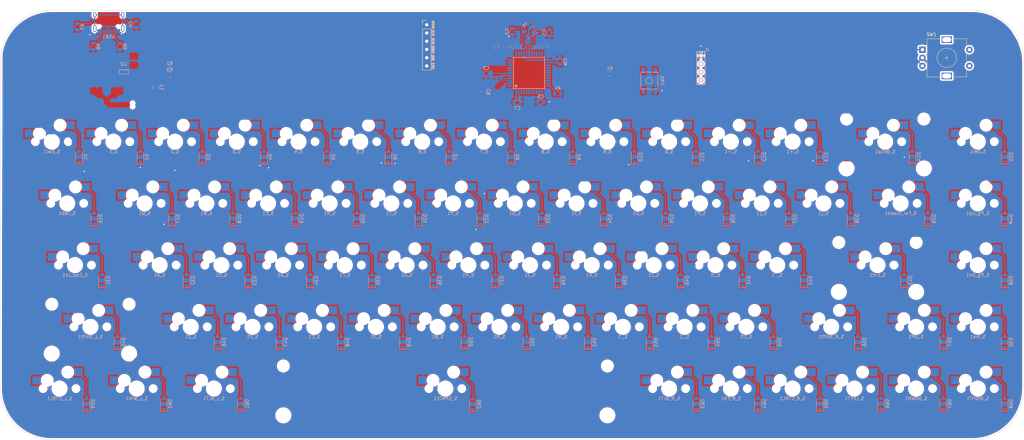
<source format=kicad_pcb>
(kicad_pcb (version 20171130) (host pcbnew "(5.1.5-0-10_14)")
  (layers (0 F.Cu signal) (31 B.Cu signal) (34 B.Paste user) (35 F.Paste user) (36 B.SilkS user) (37 F.SilkS user) (38 B.Mask user) (39 F.Mask user) (44 Edge.Cuts user))
  (net 0 "")
  (net 1 +5V)
  (net 2 "Net-(C1-Pad1)")
  (net 3 "Net-(C2-Pad1)")
  (net 4 "Net-(C3-Pad1)")
  (net 5 "Net-(C4-Pad1)")
  (net 6 "Net-(D1-Pad2)")
  (net 7 ROW0)
  (net 8 "Net-(D2-Pad2)")
  (net 9 "Net-(D3-Pad2)")
  (net 10 "Net-(D4-Pad2)")
  (net 11 "Net-(D5-Pad2)")
  (net 12 "Net-(D6-Pad2)")
  (net 13 "Net-(D7-Pad2)")
  (net 14 "Net-(D8-Pad2)")
  (net 15 "Net-(D9-Pad2)")
  (net 16 "Net-(D10-Pad2)")
  (net 17 "Net-(D11-Pad2)")
  (net 18 "Net-(D12-Pad2)")
  (net 19 "Net-(D13-Pad2)")
  (net 20 "Net-(D14-Pad2)")
  (net 21 "Net-(D15-Pad2)")
  (net 22 "Net-(D16-Pad2)")
  (net 23 ROW1)
  (net 24 "Net-(D17-Pad2)")
  (net 25 "Net-(D18-Pad2)")
  (net 26 "Net-(D19-Pad2)")
  (net 27 "Net-(D20-Pad2)")
  (net 28 "Net-(D21-Pad2)")
  (net 29 "Net-(D22-Pad2)")
  (net 30 "Net-(D23-Pad2)")
  (net 31 "Net-(D24-Pad2)")
  (net 32 "Net-(D25-Pad2)")
  (net 33 "Net-(D26-Pad2)")
  (net 34 "Net-(D27-Pad2)")
  (net 35 "Net-(D28-Pad2)")
  (net 36 "Net-(D29-Pad2)")
  (net 37 "Net-(D30-Pad2)")
  (net 38 "Net-(D31-Pad2)")
  (net 39 ROW2)
  (net 40 "Net-(D32-Pad2)")
  (net 41 "Net-(D33-Pad2)")
  (net 42 "Net-(D34-Pad2)")
  (net 43 "Net-(D35-Pad2)")
  (net 44 "Net-(D36-Pad2)")
  (net 45 "Net-(D37-Pad2)")
  (net 46 "Net-(D38-Pad2)")
  (net 47 "Net-(D39-Pad2)")
  (net 48 "Net-(D40-Pad2)")
  (net 49 "Net-(D41-Pad2)")
  (net 50 "Net-(D42-Pad2)")
  (net 51 "Net-(D43-Pad2)")
  (net 52 "Net-(D44-Pad2)")
  (net 53 "Net-(D45-Pad2)")
  (net 54 ROW3)
  (net 55 "Net-(D46-Pad2)")
  (net 56 "Net-(D47-Pad2)")
  (net 57 "Net-(D48-Pad2)")
  (net 58 "Net-(D49-Pad2)")
  (net 59 "Net-(D50-Pad2)")
  (net 60 "Net-(D51-Pad2)")
  (net 61 "Net-(D52-Pad2)")
  (net 62 "Net-(D53-Pad2)")
  (net 63 "Net-(D54-Pad2)")
  (net 64 "Net-(D55-Pad2)")
  (net 65 "Net-(D56-Pad2)")
  (net 66 "Net-(D57-Pad2)")
  (net 67 "Net-(D58-Pad2)")
  (net 68 "Net-(D59-Pad2)")
  (net 69 ROW4)
  (net 70 "Net-(D60-Pad2)")
  (net 71 "Net-(D61-Pad2)")
  (net 72 "Net-(D62-Pad2)")
  (net 73 "Net-(D63-Pad2)")
  (net 74 "Net-(D64-Pad2)")
  (net 75 "Net-(D65-Pad2)")
  (net 76 "Net-(D66-Pad2)")
  (net 77 "Net-(D67-Pad2)")
  (net 78 "Net-(D68-Pad2)")
  (net 79 VCC)
  (net 80 SDA)
  (net 81 SCL)
  (net 82 GND)
  (net 83 D+)
  (net 84 "Net-(R2-Pad1)")
  (net 85 D-)
  (net 86 "Net-(R3-Pad1)")
  (net 87 "Net-(R4-Pad2)")
  (net 88 "Net-(R8-Pad2)")
  (net 89 "Net-(R9-Pad2)")
  (net 90 COL8)
  (net 91 COL1)
  (net 92 COL2)
  (net 93 COL3)
  (net 94 COL4)
  (net 95 COL5)
  (net 96 COL6)
  (net 97 COL7)
  (net 98 COL0)
  (net 99 EN2)
  (net 100 EN1)
  (net 101 "Net-(U1-Pad42)")
  (net 102 "Net-(USB1-Pad3)")
  (net 103 "Net-(USB1-Pad9)")
  (net 104 ROW5)
  (net 105 ROW6)
  (net 106 ROW7)
  (net 107 RST)
  (net 108 MOSI)
  (net 109 SCK)
  (net 110 MISO)
  (net 111 "Net-(U1-Pad38)")
  (net 112 "Net-(U1-Pad37)")
  (net 113 "Net-(U1-Pad26)")
  (net 114 "Net-(U1-Pad25)")
  (module Resistor_SMD:R_0805_2012Metric (layer B.Cu) (at 205.4329 54.61 180)
    (fp_text reference R1 (at 0 1.65) (layer B.SilkS) (effects (justify mirror)))
    (fp_text value 10k)
    (pad 2 smd roundrect (at 0.9375 0 180) (size 0.975 1.4) (layers B.Cu B.Paste B.Mask) (net 1 +5V))
    (pad 1 smd roundrect (at -0.9375 0 180) (size 0.975 1.4) (layers B.Cu B.Paste B.Mask) (net 107 RST))
  )
  (module Keebio-Parts:ICSP-Header (layer F.Cu) (at 148.971 39.4208)
    (fp_text reference J2 hide)
    (fp_text value AVR-ISP-6)
    (fp_text user VCC (at 2.032 2.54 90) (layer B.SilkS) (effects (font (size 0.7 0.7)) (justify mirror)))
    (fp_text user GND (at 2.032 12.7 90) (layer B.SilkS) (effects (font (size 0.7 0.7)) (justify mirror)))
    (fp_text user RST (at 2.032 10.16 90) (layer B.SilkS) (effects (font (size 0.7 0.7)) (justify mirror)))
    (fp_text user MISO (at 2.032 0 90) (layer B.SilkS) (effects (font (size 0.7 0.7)) (justify mirror)))
    (fp_text user SCK (at 2.032 5.08 90) (layer B.SilkS) (effects (font (size 0.7 0.7)) (justify mirror)))
    (fp_text user MOSI (at 2.032 7.62 90) (layer B.SilkS) (effects (font (size 0.7 0.7)) (justify mirror)))
    (fp_text user MISO (at 2.032 0 90) (layer F.SilkS) (effects (font (size 0.7 0.7))))
    (fp_text user VCC (at 2.032 2.54 90) (layer F.SilkS) (effects (font (size 0.7 0.7))))
    (fp_text user SCK (at 2.032 5.08 90) (layer F.SilkS) (effects (font (size 0.7 0.7))))
    (fp_text user MOSI (at 2.032 7.62 90) (layer F.SilkS) (effects (font (size 0.7 0.7))))
    (fp_text user RST (at 2.032 10.16 90) (layer F.SilkS) (effects (font (size 0.7 0.7))))
    (fp_text user GND (at 2.032 12.7 90) (layer F.SilkS) (effects (font (size 0.7 0.7))))
    (pad 6 thru_hole oval (at 0 12.7) (size 1.7 1.7) (drill 1) (layers *.Cu *.Mask) (net 82 GND))
    (pad 5 thru_hole oval (at 0 10.16) (size 1.7 1.7) (drill 1) (layers *.Cu *.Mask) (net 107 RST))
    (pad 4 thru_hole oval (at 0 7.62) (size 1.7 1.7) (drill 1) (layers *.Cu *.Mask) (net 108 MOSI))
    (pad 3 thru_hole oval (at 0 5.08) (size 1.7 1.7) (drill 1) (layers *.Cu *.Mask) (net 109 SCK))
    (pad 2 thru_hole oval (at 0 2.54) (size 1.7 1.7) (drill 1) (layers *.Cu *.Mask) (net 1 +5V))
    (pad 1 thru_hole rect (at 0 0) (size 1.7 1.7) (drill 1) (layers *.Cu *.Mask) (net 110 MISO))
  )
  (module Resistor_SMD:R_0805_2012Metric (layer B.Cu) (at 189.3466 60.6679 180)
    (fp_text reference R4 (at 0 1.65) (layer B.SilkS) (effects (justify mirror)))
    (fp_text value 10k)
    (pad 2 smd roundrect (at 0.9375 0 180) (size 0.975 1.4) (layers B.Cu B.Paste B.Mask) (net 87 "Net-(R4-Pad2)"))
    (pad 1 smd roundrect (at -0.9375 0 180) (size 0.975 1.4) (layers B.Cu B.Paste B.Mask) (net 82 GND))
  )
  (module Keebio-Parts:ATMEGA32U4-AU (layer B.Cu) (at 180.53685 54.28615)
    (fp_text reference U1 (at -3.474 8.014) (layer B.SilkS) (effects (font (size 1.4 1.4) (thickness 0.05)) (justify mirror)))
    (fp_text value ATmega32U4-AU (at -2.55 -8.1261) (layer B.SilkS) (effects (font (size 1.4 1.4) (thickness 0.05)) (justify mirror)))
    (pad 44 smd rect (at -4 5.9) (size 0.5 1.5) (layers B.Cu B.Paste B.Mask) (net 1 +5V))
    (pad 43 smd rect (at -3.2 5.9) (size 0.5 1.5) (layers B.Cu B.Paste B.Mask) (net 82 GND))
    (pad 42 smd rect (at -2.4 5.9) (size 0.5 1.5) (layers B.Cu B.Paste B.Mask) (net 101 "Net-(U1-Pad42)"))
    (pad 41 smd rect (at -1.6 5.9) (size 0.5 1.5) (layers B.Cu B.Paste B.Mask) (net 96 COL6))
    (pad 40 smd rect (at -0.8 5.9) (size 0.5 1.5) (layers B.Cu B.Paste B.Mask) (net 97 COL7))
    (pad 39 smd rect (at 0 5.9) (size 0.5 1.5) (layers B.Cu B.Paste B.Mask) (net 90 COL8))
    (pad 38 smd rect (at 0.8 5.9) (size 0.5 1.5) (layers B.Cu B.Paste B.Mask) (net 111 "Net-(U1-Pad38)"))
    (pad 37 smd rect (at 1.6 5.9) (size 0.5 1.5) (layers B.Cu B.Paste B.Mask) (net 112 "Net-(U1-Pad37)"))
    (pad 36 smd rect (at 2.4 5.9) (size 0.5 1.5) (layers B.Cu B.Paste B.Mask) (net 7 ROW0))
    (pad 35 smd rect (at 3.2 5.9) (size 0.5 1.5) (layers B.Cu B.Paste B.Mask) (net 82 GND))
    (pad 34 smd rect (at 4 5.9) (size 0.5 1.5) (layers B.Cu B.Paste B.Mask) (net 1 +5V))
    (pad 33 smd rect (at 5.9 4) (size 1.5 0.5) (layers B.Cu B.Paste B.Mask) (net 87 "Net-(R4-Pad2)"))
    (pad 32 smd rect (at 5.9 3.2) (size 1.5 0.5) (layers B.Cu B.Paste B.Mask) (net 98 COL0))
    (pad 31 smd rect (at 5.9 2.4) (size 1.5 0.5) (layers B.Cu B.Paste B.Mask) (net 91 COL1))
    (pad 30 smd rect (at 5.9 1.6) (size 1.5 0.5) (layers B.Cu B.Paste B.Mask) (net 92 COL2))
    (pad 29 smd rect (at 5.9 0.8) (size 1.5 0.5) (layers B.Cu B.Paste B.Mask) (net 93 COL3))
    (pad 28 smd rect (at 5.9 0) (size 1.5 0.5) (layers B.Cu B.Paste B.Mask) (net 94 COL4))
    (pad 27 smd rect (at 5.9 -0.8) (size 1.5 0.5) (layers B.Cu B.Paste B.Mask) (net 95 COL5))
    (pad 26 smd rect (at 5.9 -1.6) (size 1.5 0.5) (layers B.Cu B.Paste B.Mask) (net 113 "Net-(U1-Pad26)"))
    (pad 25 smd rect (at 5.9 -2.4) (size 1.5 0.5) (layers B.Cu B.Paste B.Mask) (net 114 "Net-(U1-Pad25)"))
    (pad 24 smd rect (at 5.9 -3.2) (size 1.5 0.5) (layers B.Cu B.Paste B.Mask) (net 1 +5V))
    (pad 23 smd rect (at 5.9 -4) (size 1.5 0.5) (layers B.Cu B.Paste B.Mask) (net 82 GND))
    (pad 22 smd rect (at 4 -5.9) (size 0.5 1.5) (layers B.Cu B.Paste B.Mask) (net 39 ROW2))
    (pad 21 smd rect (at 3.2 -5.9) (size 0.5 1.5) (layers B.Cu B.Paste B.Mask) (net 23 ROW1))
    (pad 20 smd rect (at 2.4 -5.9) (size 0.5 1.5) (layers B.Cu B.Paste B.Mask) (net 69 ROW4))
    (pad 19 smd rect (at 1.6 -5.9) (size 0.5 1.5) (layers B.Cu B.Paste B.Mask) (net 80 SDA))
    (pad 18 smd rect (at 0.8 -5.9) (size 0.5 1.5) (layers B.Cu B.Paste B.Mask) (net 81 SCL))
    (pad 17 smd rect (at 0 -5.9) (size 0.5 1.5) (layers B.Cu B.Paste B.Mask) (net 2 "Net-(C1-Pad1)"))
    (pad 16 smd rect (at -0.8 -5.9) (size 0.5 1.5) (layers B.Cu B.Paste B.Mask) (net 3 "Net-(C2-Pad1)"))
    (pad 15 smd rect (at -1.6 -5.9) (size 0.5 1.5) (layers B.Cu B.Paste B.Mask) (net 82 GND))
    (pad 14 smd rect (at -2.4 -5.9) (size 0.5 1.5) (layers B.Cu B.Paste B.Mask) (net 1 +5V))
    (pad 13 smd rect (at -3.2 -5.9) (size 0.5 1.5) (layers B.Cu B.Paste B.Mask) (net 107 RST))
    (pad 12 smd rect (at -4 -5.9) (size 0.5 1.5) (layers B.Cu B.Paste B.Mask) (net 99 EN2))
    (pad 11 smd rect (at -5.9 -4) (size 1.5 0.5) (layers B.Cu B.Paste B.Mask) (net 110 MISO))
    (pad 10 smd rect (at -5.9 -3.2) (size 1.5 0.5) (layers B.Cu B.Paste B.Mask) (net 108 MOSI))
    (pad 9 smd rect (at -5.9 -2.4) (size 1.5 0.5) (layers B.Cu B.Paste B.Mask) (net 109 SCK))
    (pad 8 smd rect (at -5.9 -1.6) (size 1.5 0.5) (layers B.Cu B.Paste B.Mask) (net 54 ROW3))
    (pad 7 smd rect (at -5.9 -0.8) (size 1.5 0.5) (layers B.Cu B.Paste B.Mask) (net 1 +5V))
    (pad 6 smd rect (at -5.9 0) (size 1.5 0.5) (layers B.Cu B.Paste B.Mask) (net 4 "Net-(C3-Pad1)"))
    (pad 5 smd rect (at -5.9 0.8) (size 1.5 0.5) (layers B.Cu B.Paste B.Mask) (net 82 GND))
    (pad 4 smd rect (at -5.9 1.6) (size 1.5 0.5) (layers B.Cu B.Paste B.Mask) (net 84 "Net-(R2-Pad1)"))
    (pad 3 smd rect (at -5.9 2.4) (size 1.5 0.5) (layers B.Cu B.Paste B.Mask) (net 86 "Net-(R3-Pad1)"))
    (pad 2 smd rect (at -5.9 3.2) (size 1.5 0.5) (layers B.Cu B.Paste B.Mask) (net 1 +5V))
    (pad 1 smd rect (at -5.9 4) (size 1.5 0.5) (layers B.Cu B.Paste B.Mask) (net 100 EN1))
  )
  (module Capacitor_SMD:C_0805_2012Metric (layer B.Cu) (at 167.3352 54.4322 180)
    (fp_text reference C3 (at 0 1.65) (layer B.SilkS) (effects (justify mirror)))
    (fp_text value 1uF)
    (pad 2 smd roundrect (at 0.9375 0 180) (size 0.975 1.4) (layers B.Cu B.Paste B.Mask) (net 82 GND))
    (pad 1 smd roundrect (at -0.9375 0 180) (size 0.975 1.4) (layers B.Cu B.Paste B.Mask) (net 4 "Net-(C3-Pad1)"))
  )
  (module Crystal:Crystal_SMD_3225-4Pin_3.2x2.5mm (layer B.Cu) (at 180.48605 41.62425 210)
    (fp_text reference Y1 (at 0 2.45 30) (layer B.SilkS) (effects (justify mirror)))
    (fp_text value Crystal_GND24_Small)
    (pad 4 smd rect (at -1.1 0.85 210) (size 1.4 1.2) (layers B.Cu B.Paste B.Mask) (net 82 GND))
    (pad 3 smd rect (at 1.1 0.85 210) (size 1.4 1.2) (layers B.Cu B.Paste B.Mask) (net 3 "Net-(C2-Pad1)"))
    (pad 2 smd rect (at 1.1 -0.85 210) (size 1.4 1.2) (layers B.Cu B.Paste B.Mask) (net 82 GND))
    (pad 1 smd rect (at -1.1 -0.85 210) (size 1.4 1.2) (layers B.Cu B.Paste B.Mask) (net 2 "Net-(C1-Pad1)"))
  )
  (module Type-C:HRO-TYPE-C-31-M-12 (layer B.Cu) (at 50.8381 33.77565)
    (fp_text reference USB1 (at 0 9.25) (layer B.SilkS) (effects (justify mirror)))
    (fp_text value Type-C_HRO-TYPE-C-31-M-12)
    (pad 12 smd rect (at 3.225 7.695) (size 0.6 1.45) (layers B.Cu B.Paste B.Mask) (net 82 GND))
    (pad 1 smd rect (at -3.225 7.695) (size 0.6 1.45) (layers B.Cu B.Paste B.Mask) (net 82 GND))
    (pad 11 smd rect (at 2.45 7.695) (size 0.6 1.45) (layers B.Cu B.Paste B.Mask) (net 79 VCC))
    (pad 2 smd rect (at -2.45 7.695) (size 0.6 1.45) (layers B.Cu B.Paste B.Mask) (net 79 VCC))
    (pad 3 smd rect (at -1.75 7.695) (size 0.3 1.45) (layers B.Cu B.Paste B.Mask) (net 102 "Net-(USB1-Pad3)"))
    (pad 10 smd rect (at 1.75 7.695) (size 0.3 1.45) (layers B.Cu B.Paste B.Mask) (net 89 "Net-(R9-Pad2)"))
    (pad 4 smd rect (at -1.25 7.695) (size 0.3 1.45) (layers B.Cu B.Paste B.Mask) (net 88 "Net-(R8-Pad2)"))
    (pad 9 smd rect (at 1.25 7.695) (size 0.3 1.45) (layers B.Cu B.Paste B.Mask) (net 103 "Net-(USB1-Pad9)"))
    (pad 5 smd rect (at -0.75 7.695) (size 0.3 1.45) (layers B.Cu B.Paste B.Mask) (net 85 D-))
    (pad 8 smd rect (at 0.75 7.695) (size 0.3 1.45) (layers B.Cu B.Paste B.Mask) (net 83 D+))
    (pad 7 smd rect (at 0.25 7.695) (size 0.3 1.45) (layers B.Cu B.Paste B.Mask) (net 85 D-))
    (pad 6 smd rect (at -0.25 7.695) (size 0.3 1.45) (layers B.Cu B.Paste B.Mask) (net 83 D+))
    (pad "" np_thru_hole circle (at 2.89 6.25) (size 0.65 0.65) (drill 0.65) (layers *.Cu *.Mask))
    (pad "" np_thru_hole circle (at -2.89 6.25) (size 0.65 0.65) (drill 0.65) (layers *.Cu *.Mask))
    (pad 13 thru_hole oval (at -4.32 6.78) (size 1 2.1) (drill oval 0.6 1.7) (layers *.Cu F.Mask) (net 5 "Net-(C4-Pad1)"))
    (pad 13 thru_hole oval (at 4.32 6.78) (size 1 2.1) (drill oval 0.6 1.7) (layers *.Cu F.Mask) (net 5 "Net-(C4-Pad1)"))
    (pad 13 thru_hole oval (at -4.32 2.6) (size 1 1.6) (drill oval 0.6 1.2) (layers *.Cu F.Mask) (net 5 "Net-(C4-Pad1)"))
    (pad 13 thru_hole oval (at 4.32 2.6) (size 1 1.6) (drill oval 0.6 1.2) (layers *.Cu F.Mask) (net 5 "Net-(C4-Pad1)"))
  )
  (module random-keyboard-parts:SOT143B (layer B.Cu) (at 55.4482 53.975)
    (fp_text reference U2 (at 0 -2.45) (layer B.SilkS) (effects (justify mirror)))
    (fp_text value ai03-locallib_PRTR5V0U2X)
    (pad 3 smd rect (at 0.95 1) (size 0.6 0.7) (layers B.Cu B.Paste B.Mask) (net 85 D-))
    (pad 2 smd rect (at 0.95 -1) (size 0.6 0.7) (layers B.Cu B.Paste B.Mask) (net 83 D+))
    (pad 4 smd rect (at -0.95 1) (size 0.6 0.7) (layers B.Cu B.Paste B.Mask) (net 79 VCC))
    (pad 1 smd rect (at -0.75 -1) (size 1 0.7) (layers B.Cu B.Paste B.Mask) (net 82 GND))
  )
  (module random-keyboard-parts:SKQG-1155865 (layer B.Cu) (at 217.64625 56.642 270)
    (fp_text reference SW2 (at 0 -4.064 90) (layer B.SilkS) (effects (justify mirror)))
    (fp_text value SW_PUSH)
    (pad 4 smd rect (at -3.1 -1.85 270) (size 1.8 1.1) (layers B.Cu B.Paste B.Mask))
    (pad 3 smd rect (at 3.1 1.85 270) (size 1.8 1.1) (layers B.Cu B.Paste B.Mask))
    (pad 2 smd rect (at -3.1 1.85 270) (size 1.8 1.1) (layers B.Cu B.Paste B.Mask) (net 107 RST))
    (pad 1 smd rect (at 3.1 -1.85 270) (size 1.8 1.1) (layers B.Cu B.Paste B.Mask) (net 82 GND))
  )
  (module Rotary_Encoder:RotaryEncoder_Alps_EC11E-Switch_Vertical_H20mm (layer F.Cu) (at 301.9425 47.117)
    (fp_text reference SW1 (at 2.8 -4.7) (layer F.SilkS))
    (fp_text value Rotary_Encoder)
    (pad A thru_hole rect (at 0 0) (size 2 2) (drill 1) (layers *.Cu *.Mask) (net 99 EN2))
    (pad C thru_hole circle (at 0 2.5) (size 2 2) (drill 1) (layers *.Cu *.Mask) (net 82 GND))
    (pad B thru_hole circle (at 0 5) (size 2 2) (drill 1) (layers *.Cu *.Mask) (net 100 EN1))
    (pad MP thru_hole rect (at 7.5 -3.1) (size 3.2 2) (drill oval 2.8 1.5) (layers *.Cu *.Mask))
    (pad MP thru_hole rect (at 7.5 8.1) (size 3.2 2) (drill oval 2.8 1.5) (layers *.Cu *.Mask))
    (pad S2 thru_hole circle (at 14.5 0) (size 2 2) (drill 1) (layers *.Cu *.Mask))
    (pad S1 thru_hole circle (at 14.5 5) (size 2 2) (drill 1) (layers *.Cu *.Mask))
  )
  (module MX_Only:MXOnly-1U-Hotswap (layer F.Cu) (at 76.14793 132.64134)
    (fp_text reference S_Z1)
    (fp_text value MX-NoLED)
    (fp_text user %R (at 0 3.048) (layer B.SilkS) (effects (justify mirror)))
    (pad 2 smd rect (at 5.842 -5.08) (size 2.55 2.5) (layers B.Cu B.Paste B.Mask) (net 55 "Net-(D46-Pad2)"))
    (pad 1 smd rect (at -7.085 -2.54) (size 2.55 2.5) (layers B.Cu B.Paste B.Mask) (net 91 COL1))
    (pad "" np_thru_hole circle (at 5.08 0 48.0996) (size 1.75 1.75) (drill 1.75) (layers *.Cu *.Mask))
    (pad "" np_thru_hole circle (at -5.08 0 48.0996) (size 1.75 1.75) (drill 1.75) (layers *.Cu *.Mask))
    (pad "" np_thru_hole circle (at -3.81 -2.54) (size 3 3) (drill 3) (layers *.Cu *.Mask))
    (pad "" np_thru_hole circle (at 0 0) (size 3.9878 3.9878) (drill 3.9878) (layers *.Cu *.Mask))
    (pad "" np_thru_hole circle (at 2.54 -5.08) (size 3 3) (drill 3) (layers *.Cu *.Mask))
  )
  (module MX_Only:MXOnly-1U-Hotswap (layer F.Cu) (at 157.10535 94.54134)
    (fp_text reference S_Y1)
    (fp_text value MX-NoLED)
    (fp_text user %R (at 0 3.048) (layer B.SilkS) (effects (justify mirror)))
    (pad 2 smd rect (at 5.842 -5.08) (size 2.55 2.5) (layers B.Cu B.Paste B.Mask) (net 29 "Net-(D22-Pad2)"))
    (pad 1 smd rect (at -7.085 -2.54) (size 2.55 2.5) (layers B.Cu B.Paste B.Mask) (net 94 COL4))
    (pad "" np_thru_hole circle (at 5.08 0 48.0996) (size 1.75 1.75) (drill 1.75) (layers *.Cu *.Mask))
    (pad "" np_thru_hole circle (at -5.08 0 48.0996) (size 1.75 1.75) (drill 1.75) (layers *.Cu *.Mask))
    (pad "" np_thru_hole circle (at -3.81 -2.54) (size 3 3) (drill 3) (layers *.Cu *.Mask))
    (pad "" np_thru_hole circle (at 0 0) (size 3.9878 3.9878) (drill 3.9878) (layers *.Cu *.Mask))
    (pad "" np_thru_hole circle (at 2.54 -5.08) (size 3 3) (drill 3) (layers *.Cu *.Mask))
  )
  (module MX_Only:MXOnly-1U-Hotswap (layer F.Cu) (at 95.19793 132.64134)
    (fp_text reference S_X1)
    (fp_text value MX-NoLED)
    (fp_text user %R (at 0 3.048) (layer B.SilkS) (effects (justify mirror)))
    (pad 2 smd rect (at 5.842 -5.08) (size 2.55 2.5) (layers B.Cu B.Paste B.Mask) (net 56 "Net-(D47-Pad2)"))
    (pad 1 smd rect (at -7.085 -2.54) (size 2.55 2.5) (layers B.Cu B.Paste B.Mask) (net 92 COL2))
    (pad "" np_thru_hole circle (at 5.08 0 48.0996) (size 1.75 1.75) (drill 1.75) (layers *.Cu *.Mask))
    (pad "" np_thru_hole circle (at -5.08 0 48.0996) (size 1.75 1.75) (drill 1.75) (layers *.Cu *.Mask))
    (pad "" np_thru_hole circle (at -3.81 -2.54) (size 3 3) (drill 3) (layers *.Cu *.Mask))
    (pad "" np_thru_hole circle (at 0 0) (size 3.9878 3.9878) (drill 3.9878) (layers *.Cu *.Mask))
    (pad "" np_thru_hole circle (at 2.54 -5.08) (size 3 3) (drill 3) (layers *.Cu *.Mask))
  )
  (module MX_Only:MXOnly-1U-Hotswap (layer F.Cu) (at 80.96377 94.54134)
    (fp_text reference S_W1)
    (fp_text value MX-NoLED)
    (fp_text user %R (at 0 3.048) (layer B.SilkS) (effects (justify mirror)))
    (pad 2 smd rect (at 5.842 -5.08) (size 2.55 2.5) (layers B.Cu B.Paste B.Mask) (net 25 "Net-(D18-Pad2)"))
    (pad 1 smd rect (at -7.085 -2.54) (size 2.55 2.5) (layers B.Cu B.Paste B.Mask) (net 92 COL2))
    (pad "" np_thru_hole circle (at 5.08 0 48.0996) (size 1.75 1.75) (drill 1.75) (layers *.Cu *.Mask))
    (pad "" np_thru_hole circle (at -5.08 0 48.0996) (size 1.75 1.75) (drill 1.75) (layers *.Cu *.Mask))
    (pad "" np_thru_hole circle (at -3.81 -2.54) (size 3 3) (drill 3) (layers *.Cu *.Mask))
    (pad "" np_thru_hole circle (at 0 0) (size 3.9878 3.9878) (drill 3.9878) (layers *.Cu *.Mask))
    (pad "" np_thru_hole circle (at 2.54 -5.08) (size 3 3) (drill 3) (layers *.Cu *.Mask))
  )
  (module MX_Only:MXOnly-1U-Hotswap (layer F.Cu) (at 133.29793 132.64134)
    (fp_text reference S_V1)
    (fp_text value MX-NoLED)
    (fp_text user %R (at 0 3.048) (layer B.SilkS) (effects (justify mirror)))
    (pad 2 smd rect (at 5.842 -5.08) (size 2.55 2.5) (layers B.Cu B.Paste B.Mask) (net 58 "Net-(D49-Pad2)"))
    (pad 1 smd rect (at -7.085 -2.54) (size 2.55 2.5) (layers B.Cu B.Paste B.Mask) (net 93 COL3))
    (pad "" np_thru_hole circle (at 5.08 0 48.0996) (size 1.75 1.75) (drill 1.75) (layers *.Cu *.Mask))
    (pad "" np_thru_hole circle (at -5.08 0 48.0996) (size 1.75 1.75) (drill 1.75) (layers *.Cu *.Mask))
    (pad "" np_thru_hole circle (at -3.81 -2.54) (size 3 3) (drill 3) (layers *.Cu *.Mask))
    (pad "" np_thru_hole circle (at 0 0) (size 3.9878 3.9878) (drill 3.9878) (layers *.Cu *.Mask))
    (pad "" np_thru_hole circle (at 2.54 -5.08) (size 3 3) (drill 3) (layers *.Cu *.Mask))
  )
  (module MX_Only:MXOnly-1U-Hotswap (layer F.Cu) (at 299.98543 132.63626)
    (fp_text reference S_UP1)
    (fp_text value MX-NoLED)
    (fp_text user %R (at 0 3.048) (layer B.SilkS) (effects (justify mirror)))
    (pad 2 smd rect (at 5.842 -5.08) (size 2.55 2.5) (layers B.Cu B.Paste B.Mask) (net 66 "Net-(D57-Pad2)"))
    (pad 1 smd rect (at -7.085 -2.54) (size 2.55 2.5) (layers B.Cu B.Paste B.Mask) (net 90 COL8))
    (pad "" np_thru_hole circle (at 5.08 0 48.0996) (size 1.75 1.75) (drill 1.75) (layers *.Cu *.Mask))
    (pad "" np_thru_hole circle (at -5.08 0 48.0996) (size 1.75 1.75) (drill 1.75) (layers *.Cu *.Mask))
    (pad "" np_thru_hole circle (at -3.81 -2.54) (size 3 3) (drill 3) (layers *.Cu *.Mask))
    (pad "" np_thru_hole circle (at 0 0) (size 3.9878 3.9878) (drill 3.9878) (layers *.Cu *.Mask))
    (pad "" np_thru_hole circle (at 2.54 -5.08) (size 3 3) (drill 3) (layers *.Cu *.Mask))
  )
  (module MX_Only:MXOnly-1U-Hotswap (layer F.Cu) (at 176.15535 94.54134)
    (fp_text reference S_U1)
    (fp_text value MX-NoLED)
    (fp_text user %R (at 0 3.048) (layer B.SilkS) (effects (justify mirror)))
    (pad 2 smd rect (at 5.842 -5.08) (size 2.55 2.5) (layers B.Cu B.Paste B.Mask) (net 30 "Net-(D23-Pad2)"))
    (pad 1 smd rect (at -7.085 -2.54) (size 2.55 2.5) (layers B.Cu B.Paste B.Mask) (net 94 COL4))
    (pad "" np_thru_hole circle (at 5.08 0 48.0996) (size 1.75 1.75) (drill 1.75) (layers *.Cu *.Mask))
    (pad "" np_thru_hole circle (at -5.08 0 48.0996) (size 1.75 1.75) (drill 1.75) (layers *.Cu *.Mask))
    (pad "" np_thru_hole circle (at -3.81 -2.54) (size 3 3) (drill 3) (layers *.Cu *.Mask))
    (pad "" np_thru_hole circle (at 0 0) (size 3.9878 3.9878) (drill 3.9878) (layers *.Cu *.Mask))
    (pad "" np_thru_hole circle (at 2.54 -5.08) (size 3 3) (drill 3) (layers *.Cu *.Mask))
  )
  (module MX_Only:MXOnly-1.5U-Hotswap (layer F.Cu) (at 38.03777 94.54134)
    (fp_text reference S_Tab1)
    (fp_text value MX-NoLED)
    (fp_text user %R (at 0 3.048) (layer B.SilkS) (effects (justify mirror)))
    (pad 2 smd rect (at 5.842 -5.08) (size 2.55 2.5) (layers B.Cu B.Paste B.Mask) (net 22 "Net-(D16-Pad2)"))
    (pad 1 smd rect (at -7.085 -2.54) (size 2.55 2.5) (layers B.Cu B.Paste B.Mask) (net 98 COL0))
    (pad "" np_thru_hole circle (at 5.08 0 48.0996) (size 1.75 1.75) (drill 1.75) (layers *.Cu *.Mask))
    (pad "" np_thru_hole circle (at -5.08 0 48.0996) (size 1.75 1.75) (drill 1.75) (layers *.Cu *.Mask))
    (pad "" np_thru_hole circle (at -3.81 -2.54) (size 3 3) (drill 3) (layers *.Cu *.Mask))
    (pad "" np_thru_hole circle (at 0 0) (size 3.9878 3.9878) (drill 3.9878) (layers *.Cu *.Mask))
    (pad "" np_thru_hole circle (at 2.54 -5.08) (size 3 3) (drill 3) (layers *.Cu *.Mask))
  )
  (module MX_Only:MXOnly-1U-Hotswap (layer F.Cu) (at 138.05535 94.54134)
    (fp_text reference S_T1)
    (fp_text value MX-NoLED)
    (fp_text user %R (at 0 3.048) (layer B.SilkS) (effects (justify mirror)))
    (pad 2 smd rect (at 5.842 -5.08) (size 2.55 2.5) (layers B.Cu B.Paste B.Mask) (net 28 "Net-(D21-Pad2)"))
    (pad 1 smd rect (at -7.085 -2.54) (size 2.55 2.5) (layers B.Cu B.Paste B.Mask) (net 93 COL3))
    (pad "" np_thru_hole circle (at 5.08 0 48.0996) (size 1.75 1.75) (drill 1.75) (layers *.Cu *.Mask))
    (pad "" np_thru_hole circle (at -5.08 0 48.0996) (size 1.75 1.75) (drill 1.75) (layers *.Cu *.Mask))
    (pad "" np_thru_hole circle (at -3.81 -2.54) (size 3 3) (drill 3) (layers *.Cu *.Mask))
    (pad "" np_thru_hole circle (at 0 0) (size 3.9878 3.9878) (drill 3.9878) (layers *.Cu *.Mask))
    (pad "" np_thru_hole circle (at 2.54 -5.08) (size 3 3) (drill 3) (layers *.Cu *.Mask))
  )
  (module MX_Only:MXOnly-6.25U-Hotswap (layer F.Cu) (at 154.72156 151.69134)
    (fp_text reference S_SPACE1)
    (fp_text value MX-NoLED)
    (fp_text user %R (at 0 3.048) (layer B.SilkS) (effects (justify mirror)))
    (pad "" np_thru_hole circle (at -49.9999 8.255) (size 3.9878 3.9878) (drill 3.9878) (layers *.Cu *.Mask))
    (pad "" np_thru_hole circle (at 49.9999 8.255) (size 3.9878 3.9878) (drill 3.9878) (layers *.Cu *.Mask))
    (pad "" np_thru_hole circle (at -49.9999 -6.985) (size 3.048 3.048) (drill 3.048) (layers *.Cu *.Mask))
    (pad "" np_thru_hole circle (at 49.9999 -6.985) (size 3.048 3.048) (drill 3.048) (layers *.Cu *.Mask))
    (pad 2 smd rect (at 5.842 -5.08) (size 2.55 2.5) (layers B.Cu B.Paste B.Mask) (net 72 "Net-(D62-Pad2)"))
    (pad 1 smd rect (at -7.085 -2.54) (size 2.55 2.5) (layers B.Cu B.Paste B.Mask) (net 95 COL5))
    (pad "" np_thru_hole circle (at 5.08 0 48.0996) (size 1.75 1.75) (drill 1.75) (layers *.Cu *.Mask))
    (pad "" np_thru_hole circle (at -5.08 0 48.0996) (size 1.75 1.75) (drill 1.75) (layers *.Cu *.Mask))
    (pad "" np_thru_hole circle (at -3.81 -2.54) (size 3 3) (drill 3) (layers *.Cu *.Mask))
    (pad "" np_thru_hole circle (at 0 0) (size 3.9878 3.9878) (drill 3.9878) (layers *.Cu *.Mask))
    (pad "" np_thru_hole circle (at 2.54 -5.08) (size 3 3) (drill 3) (layers *.Cu *.Mask))
  )
  (module MX_Only:MXOnly-1U-Hotswap (layer F.Cu) (at 85.60689 113.59134)
    (fp_text reference S_S1)
    (fp_text value MX-NoLED)
    (fp_text user %R (at 0 3.048) (layer B.SilkS) (effects (justify mirror)))
    (pad 2 smd rect (at 5.842 -5.08) (size 2.55 2.5) (layers B.Cu B.Paste B.Mask) (net 41 "Net-(D33-Pad2)"))
    (pad 1 smd rect (at -7.085 -2.54) (size 2.55 2.5) (layers B.Cu B.Paste B.Mask) (net 92 COL2))
    (pad "" np_thru_hole circle (at 5.08 0 48.0996) (size 1.75 1.75) (drill 1.75) (layers *.Cu *.Mask))
    (pad "" np_thru_hole circle (at -5.08 0 48.0996) (size 1.75 1.75) (drill 1.75) (layers *.Cu *.Mask))
    (pad "" np_thru_hole circle (at -3.81 -2.54) (size 3 3) (drill 3) (layers *.Cu *.Mask))
    (pad "" np_thru_hole circle (at 0 0) (size 3.9878 3.9878) (drill 3.9878) (layers *.Cu *.Mask))
    (pad "" np_thru_hole circle (at 2.54 -5.08) (size 3 3) (drill 3) (layers *.Cu *.Mask))
  )
  (module MX_Only:MXOnly-1U-Hotswap (layer F.Cu) (at 319.03289 151.68753)
    (fp_text reference S_RIGHT1)
    (fp_text value MX-NoLED)
    (fp_text user %R (at 0 3.048) (layer B.SilkS) (effects (justify mirror)))
    (pad 2 smd rect (at 5.842 -5.08) (size 2.55 2.5) (layers B.Cu B.Paste B.Mask) (net 78 "Net-(D68-Pad2)"))
    (pad 1 smd rect (at -7.085 -2.54) (size 2.55 2.5) (layers B.Cu B.Paste B.Mask) (net 90 COL8))
    (pad "" np_thru_hole circle (at 5.08 0 48.0996) (size 1.75 1.75) (drill 1.75) (layers *.Cu *.Mask))
    (pad "" np_thru_hole circle (at -5.08 0 48.0996) (size 1.75 1.75) (drill 1.75) (layers *.Cu *.Mask))
    (pad "" np_thru_hole circle (at -3.81 -2.54) (size 3 3) (drill 3) (layers *.Cu *.Mask))
    (pad "" np_thru_hole circle (at 0 0) (size 3.9878 3.9878) (drill 3.9878) (layers *.Cu *.Mask))
    (pad "" np_thru_hole circle (at 2.54 -5.08) (size 3 3) (drill 3) (layers *.Cu *.Mask))
  )
  (module MX_Only:MXOnly-1.75U-Hotswap (layer F.Cu) (at 273.78914 132.63626)
    (fp_text reference S_R_Shift1)
    (fp_text value MX-NoLED)
    (fp_text user %R (at 0 3.048) (layer B.SilkS) (effects (justify mirror)))
    (pad 2 smd rect (at 5.842 -5.08) (size 2.55 2.5) (layers B.Cu B.Paste B.Mask) (net 65 "Net-(D56-Pad2)"))
    (pad 1 smd rect (at -7.085 -2.54) (size 2.55 2.5) (layers B.Cu B.Paste B.Mask) (net 97 COL7))
    (pad "" np_thru_hole circle (at 5.08 0 48.0996) (size 1.75 1.75) (drill 1.75) (layers *.Cu *.Mask))
    (pad "" np_thru_hole circle (at -5.08 0 48.0996) (size 1.75 1.75) (drill 1.75) (layers *.Cu *.Mask))
    (pad "" np_thru_hole circle (at -3.81 -2.54) (size 3 3) (drill 3) (layers *.Cu *.Mask))
    (pad "" np_thru_hole circle (at 0 0) (size 3.9878 3.9878) (drill 3.9878) (layers *.Cu *.Mask))
    (pad "" np_thru_hole circle (at 2.54 -5.08) (size 3 3) (drill 3) (layers *.Cu *.Mask))
  )
  (module MX_Only:MXOnly-1U-Hotswap (layer F.Cu) (at 242.83035 151.68626)
    (fp_text reference S_R_FN1)
    (fp_text value MX-NoLED)
    (fp_text user %R (at 0 3.048) (layer B.SilkS) (effects (justify mirror)))
    (pad 2 smd rect (at 5.842 -5.08) (size 2.55 2.5) (layers B.Cu B.Paste B.Mask) (net 74 "Net-(D64-Pad2)"))
    (pad 1 smd rect (at -7.085 -2.54) (size 2.55 2.5) (layers B.Cu B.Paste B.Mask) (net 96 COL6))
    (pad "" np_thru_hole circle (at 5.08 0 48.0996) (size 1.75 1.75) (drill 1.75) (layers *.Cu *.Mask))
    (pad "" np_thru_hole circle (at -5.08 0 48.0996) (size 1.75 1.75) (drill 1.75) (layers *.Cu *.Mask))
    (pad "" np_thru_hole circle (at -3.81 -2.54) (size 3 3) (drill 3) (layers *.Cu *.Mask))
    (pad "" np_thru_hole circle (at 0 0) (size 3.9878 3.9878) (drill 3.9878) (layers *.Cu *.Mask))
    (pad "" np_thru_hole circle (at 2.54 -5.08) (size 3 3) (drill 3) (layers *.Cu *.Mask))
  )
  (module MX_Only:MXOnly-1U-Hotswap (layer F.Cu) (at 261.88035 151.68626)
    (fp_text reference S_R_CTRL1)
    (fp_text value MX-NoLED)
    (fp_text user %R (at 0 3.048) (layer B.SilkS) (effects (justify mirror)))
    (pad 2 smd rect (at 5.842 -5.08) (size 2.55 2.5) (layers B.Cu B.Paste B.Mask) (net 75 "Net-(D65-Pad2)"))
    (pad 1 smd rect (at -7.085 -2.54) (size 2.55 2.5) (layers B.Cu B.Paste B.Mask) (net 97 COL7))
    (pad "" np_thru_hole circle (at 5.08 0 48.0996) (size 1.75 1.75) (drill 1.75) (layers *.Cu *.Mask))
    (pad "" np_thru_hole circle (at -5.08 0 48.0996) (size 1.75 1.75) (drill 1.75) (layers *.Cu *.Mask))
    (pad "" np_thru_hole circle (at -3.81 -2.54) (size 3 3) (drill 3) (layers *.Cu *.Mask))
    (pad "" np_thru_hole circle (at 0 0) (size 3.9878 3.9878) (drill 3.9878) (layers *.Cu *.Mask))
    (pad "" np_thru_hole circle (at 2.54 -5.08) (size 3 3) (drill 3) (layers *.Cu *.Mask))
  )
  (module MX_Only:MXOnly-1U-Hotswap (layer F.Cu) (at 223.78035 151.69134)
    (fp_text reference S_R_ALT1)
    (fp_text value MX-NoLED)
    (fp_text user %R (at 0 3.048) (layer B.SilkS) (effects (justify mirror)))
    (pad 2 smd rect (at 5.842 -5.08) (size 2.55 2.5) (layers B.Cu B.Paste B.Mask) (net 73 "Net-(D63-Pad2)"))
    (pad 1 smd rect (at -7.085 -2.54) (size 2.55 2.5) (layers B.Cu B.Paste B.Mask) (net 95 COL5))
    (pad "" np_thru_hole circle (at 5.08 0 48.0996) (size 1.75 1.75) (drill 1.75) (layers *.Cu *.Mask))
    (pad "" np_thru_hole circle (at -5.08 0 48.0996) (size 1.75 1.75) (drill 1.75) (layers *.Cu *.Mask))
    (pad "" np_thru_hole circle (at -3.81 -2.54) (size 3 3) (drill 3) (layers *.Cu *.Mask))
    (pad "" np_thru_hole circle (at 0 0) (size 3.9878 3.9878) (drill 3.9878) (layers *.Cu *.Mask))
    (pad "" np_thru_hole circle (at 2.54 -5.08) (size 3 3) (drill 3) (layers *.Cu *.Mask))
  )
  (module MX_Only:MXOnly-1U-Hotswap (layer F.Cu) (at 119.00535 94.54134)
    (fp_text reference S_R1)
    (fp_text value MX-NoLED)
    (fp_text user %R (at 0 3.048) (layer B.SilkS) (effects (justify mirror)))
    (pad 2 smd rect (at 5.842 -5.08) (size 2.55 2.5) (layers B.Cu B.Paste B.Mask) (net 27 "Net-(D20-Pad2)"))
    (pad 1 smd rect (at -7.085 -2.54) (size 2.55 2.5) (layers B.Cu B.Paste B.Mask) (net 93 COL3))
    (pad "" np_thru_hole circle (at 5.08 0 48.0996) (size 1.75 1.75) (drill 1.75) (layers *.Cu *.Mask))
    (pad "" np_thru_hole circle (at -5.08 0 48.0996) (size 1.75 1.75) (drill 1.75) (layers *.Cu *.Mask))
    (pad "" np_thru_hole circle (at -3.81 -2.54) (size 3 3) (drill 3) (layers *.Cu *.Mask))
    (pad "" np_thru_hole circle (at 0 0) (size 3.9878 3.9878) (drill 3.9878) (layers *.Cu *.Mask))
    (pad "" np_thru_hole circle (at 2.54 -5.08) (size 3 3) (drill 3) (layers *.Cu *.Mask))
  )
  (module MX_Only:MXOnly-1U-Hotswap (layer F.Cu) (at 61.91377 94.54134)
    (fp_text reference S_Q1)
    (fp_text value MX-NoLED)
    (fp_text user %R (at 0 3.048) (layer B.SilkS) (effects (justify mirror)))
    (pad 2 smd rect (at 5.842 -5.08) (size 2.55 2.5) (layers B.Cu B.Paste B.Mask) (net 24 "Net-(D17-Pad2)"))
    (pad 1 smd rect (at -7.085 -2.54) (size 2.55 2.5) (layers B.Cu B.Paste B.Mask) (net 91 COL1))
    (pad "" np_thru_hole circle (at 5.08 0 48.0996) (size 1.75 1.75) (drill 1.75) (layers *.Cu *.Mask))
    (pad "" np_thru_hole circle (at -5.08 0 48.0996) (size 1.75 1.75) (drill 1.75) (layers *.Cu *.Mask))
    (pad "" np_thru_hole circle (at -3.81 -2.54) (size 3 3) (drill 3) (layers *.Cu *.Mask))
    (pad "" np_thru_hole circle (at 0 0) (size 3.9878 3.9878) (drill 3.9878) (layers *.Cu *.Mask))
    (pad "" np_thru_hole circle (at 2.54 -5.08) (size 3 3) (drill 3) (layers *.Cu *.Mask))
  )
  (module MX_Only:MXOnly-1U-Hotswap (layer F.Cu) (at 319.03289 94.53753)
    (fp_text reference S_Pg_Up1)
    (fp_text value MX-NoLED)
    (fp_text user %R (at 0 3.048) (layer B.SilkS) (effects (justify mirror)))
    (pad 2 smd rect (at 5.842 -5.08) (size 2.55 2.5) (layers B.Cu B.Paste B.Mask) (net 52 "Net-(D44-Pad2)"))
    (pad 1 smd rect (at -7.085 -2.54) (size 2.55 2.5) (layers B.Cu B.Paste B.Mask) (net 90 COL8))
    (pad "" np_thru_hole circle (at 5.08 0 48.0996) (size 1.75 1.75) (drill 1.75) (layers *.Cu *.Mask))
    (pad "" np_thru_hole circle (at -5.08 0 48.0996) (size 1.75 1.75) (drill 1.75) (layers *.Cu *.Mask))
    (pad "" np_thru_hole circle (at -3.81 -2.54) (size 3 3) (drill 3) (layers *.Cu *.Mask))
    (pad "" np_thru_hole circle (at 0 0) (size 3.9878 3.9878) (drill 3.9878) (layers *.Cu *.Mask))
    (pad "" np_thru_hole circle (at 2.54 -5.08) (size 3 3) (drill 3) (layers *.Cu *.Mask))
  )
  (module MX_Only:MXOnly-1U-Hotswap (layer F.Cu) (at 319.03289 113.58753)
    (fp_text reference S_Pg_Dn1)
    (fp_text value MX-NoLED)
    (fp_text user %R (at 0 3.048) (layer B.SilkS) (effects (justify mirror)))
    (pad 2 smd rect (at 5.842 -5.08) (size 2.55 2.5) (layers B.Cu B.Paste B.Mask) (net 67 "Net-(D58-Pad2)"))
    (pad 1 smd rect (at -7.085 -2.54) (size 2.55 2.5) (layers B.Cu B.Paste B.Mask) (net 90 COL8))
    (pad "" np_thru_hole circle (at 5.08 0 48.0996) (size 1.75 1.75) (drill 1.75) (layers *.Cu *.Mask))
    (pad "" np_thru_hole circle (at -5.08 0 48.0996) (size 1.75 1.75) (drill 1.75) (layers *.Cu *.Mask))
    (pad "" np_thru_hole circle (at -3.81 -2.54) (size 3 3) (drill 3) (layers *.Cu *.Mask))
    (pad "" np_thru_hole circle (at 0 0) (size 3.9878 3.9878) (drill 3.9878) (layers *.Cu *.Mask))
    (pad "" np_thru_hole circle (at 2.54 -5.08) (size 3 3) (drill 3) (layers *.Cu *.Mask))
  )
  (module MX_Only:MXOnly-1U-Hotswap (layer F.Cu) (at 233.30535 94.54134)
    (fp_text reference S_P1)
    (fp_text value MX-NoLED)
    (fp_text user %R (at 0 3.048) (layer B.SilkS) (effects (justify mirror)))
    (pad 2 smd rect (at 5.842 -5.08) (size 2.55 2.5) (layers B.Cu B.Paste B.Mask) (net 33 "Net-(D26-Pad2)"))
    (pad 1 smd rect (at -7.085 -2.54) (size 2.55 2.5) (layers B.Cu B.Paste B.Mask) (net 96 COL6))
    (pad "" np_thru_hole circle (at 5.08 0 48.0996) (size 1.75 1.75) (drill 1.75) (layers *.Cu *.Mask))
    (pad "" np_thru_hole circle (at -5.08 0 48.0996) (size 1.75 1.75) (drill 1.75) (layers *.Cu *.Mask))
    (pad "" np_thru_hole circle (at -3.81 -2.54) (size 3 3) (drill 3) (layers *.Cu *.Mask))
    (pad "" np_thru_hole circle (at 0 0) (size 3.9878 3.9878) (drill 3.9878) (layers *.Cu *.Mask))
    (pad "" np_thru_hole circle (at 2.54 -5.08) (size 3 3) (drill 3) (layers *.Cu *.Mask))
  )
  (module MX_Only:MXOnly-1U-Hotswap (layer F.Cu) (at 214.25535 94.54134)
    (fp_text reference S_O1)
    (fp_text value MX-NoLED)
    (fp_text user %R (at 0 3.048) (layer B.SilkS) (effects (justify mirror)))
    (pad 2 smd rect (at 5.842 -5.08) (size 2.55 2.5) (layers B.Cu B.Paste B.Mask) (net 32 "Net-(D25-Pad2)"))
    (pad 1 smd rect (at -7.085 -2.54) (size 2.55 2.5) (layers B.Cu B.Paste B.Mask) (net 95 COL5))
    (pad "" np_thru_hole circle (at 5.08 0 48.0996) (size 1.75 1.75) (drill 1.75) (layers *.Cu *.Mask))
    (pad "" np_thru_hole circle (at -5.08 0 48.0996) (size 1.75 1.75) (drill 1.75) (layers *.Cu *.Mask))
    (pad "" np_thru_hole circle (at -3.81 -2.54) (size 3 3) (drill 3) (layers *.Cu *.Mask))
    (pad "" np_thru_hole circle (at 0 0) (size 3.9878 3.9878) (drill 3.9878) (layers *.Cu *.Mask))
    (pad "" np_thru_hole circle (at 2.54 -5.08) (size 3 3) (drill 3) (layers *.Cu *.Mask))
  )
  (module MX_Only:MXOnly-1U-Hotswap (layer F.Cu) (at 171.39793 132.64134)
    (fp_text reference S_N1)
    (fp_text value MX-NoLED)
    (fp_text user %R (at 0 3.048) (layer B.SilkS) (effects (justify mirror)))
    (pad 2 smd rect (at 5.842 -5.08) (size 2.55 2.5) (layers B.Cu B.Paste B.Mask) (net 60 "Net-(D51-Pad2)"))
    (pad 1 smd rect (at -7.085 -2.54) (size 2.55 2.5) (layers B.Cu B.Paste B.Mask) (net 94 COL4))
    (pad "" np_thru_hole circle (at 5.08 0 48.0996) (size 1.75 1.75) (drill 1.75) (layers *.Cu *.Mask))
    (pad "" np_thru_hole circle (at -5.08 0 48.0996) (size 1.75 1.75) (drill 1.75) (layers *.Cu *.Mask))
    (pad "" np_thru_hole circle (at -3.81 -2.54) (size 3 3) (drill 3) (layers *.Cu *.Mask))
    (pad "" np_thru_hole circle (at 0 0) (size 3.9878 3.9878) (drill 3.9878) (layers *.Cu *.Mask))
    (pad "" np_thru_hole circle (at 2.54 -5.08) (size 3 3) (drill 3) (layers *.Cu *.Mask))
  )
  (module MX_Only:MXOnly-1U-Hotswap (layer F.Cu) (at 190.44793 132.64134)
    (fp_text reference S_M1)
    (fp_text value MX-NoLED)
    (fp_text user %R (at 0 3.048) (layer B.SilkS) (effects (justify mirror)))
    (pad 2 smd rect (at 5.842 -5.08) (size 2.55 2.5) (layers B.Cu B.Paste B.Mask) (net 61 "Net-(D52-Pad2)"))
    (pad 1 smd rect (at -7.085 -2.54) (size 2.55 2.5) (layers B.Cu B.Paste B.Mask) (net 94 COL4))
    (pad "" np_thru_hole circle (at 5.08 0 48.0996) (size 1.75 1.75) (drill 1.75) (layers *.Cu *.Mask))
    (pad "" np_thru_hole circle (at -5.08 0 48.0996) (size 1.75 1.75) (drill 1.75) (layers *.Cu *.Mask))
    (pad "" np_thru_hole circle (at -3.81 -2.54) (size 3 3) (drill 3) (layers *.Cu *.Mask))
    (pad "" np_thru_hole circle (at 0 0) (size 3.9878 3.9878) (drill 3.9878) (layers *.Cu *.Mask))
    (pad "" np_thru_hole circle (at 2.54 -5.08) (size 3 3) (drill 3) (layers *.Cu *.Mask))
  )
  (module MX_Only:MXOnly-1U-Hotswap (layer F.Cu) (at 280.93035 151.68626)
    (fp_text reference S_LEFT1)
    (fp_text value MX-NoLED)
    (fp_text user %R (at 0 3.048) (layer B.SilkS) (effects (justify mirror)))
    (pad 2 smd rect (at 5.842 -5.08) (size 2.55 2.5) (layers B.Cu B.Paste B.Mask) (net 76 "Net-(D66-Pad2)"))
    (pad 1 smd rect (at -7.085 -2.54) (size 2.55 2.5) (layers B.Cu B.Paste B.Mask) (net 97 COL7))
    (pad "" np_thru_hole circle (at 5.08 0 48.0996) (size 1.75 1.75) (drill 1.75) (layers *.Cu *.Mask))
    (pad "" np_thru_hole circle (at -5.08 0 48.0996) (size 1.75 1.75) (drill 1.75) (layers *.Cu *.Mask))
    (pad "" np_thru_hole circle (at -3.81 -2.54) (size 3 3) (drill 3) (layers *.Cu *.Mask))
    (pad "" np_thru_hole circle (at 0 0) (size 3.9878 3.9878) (drill 3.9878) (layers *.Cu *.Mask))
    (pad "" np_thru_hole circle (at 2.54 -5.08) (size 3 3) (drill 3) (layers *.Cu *.Mask))
  )
  (module MX_Only:MXOnly-1.25U-Hotswap (layer F.Cu) (at 59.47156 151.69134)
    (fp_text reference S_L_WIN1)
    (fp_text value MX-NoLED)
    (fp_text user %R (at 0 3.048) (layer B.SilkS) (effects (justify mirror)))
    (pad 2 smd rect (at 5.842 -5.08) (size 2.55 2.5) (layers B.Cu B.Paste B.Mask) (net 70 "Net-(D60-Pad2)"))
    (pad 1 smd rect (at -7.085 -2.54) (size 2.55 2.5) (layers B.Cu B.Paste B.Mask) (net 91 COL1))
    (pad "" np_thru_hole circle (at 5.08 0 48.0996) (size 1.75 1.75) (drill 1.75) (layers *.Cu *.Mask))
    (pad "" np_thru_hole circle (at -5.08 0 48.0996) (size 1.75 1.75) (drill 1.75) (layers *.Cu *.Mask))
    (pad "" np_thru_hole circle (at -3.81 -2.54) (size 3 3) (drill 3) (layers *.Cu *.Mask))
    (pad "" np_thru_hole circle (at 0 0) (size 3.9878 3.9878) (drill 3.9878) (layers *.Cu *.Mask))
    (pad "" np_thru_hole circle (at 2.54 -5.08) (size 3 3) (drill 3) (layers *.Cu *.Mask))
  )
  (module MX_Only:MXOnly-2.25U-Hotswap (layer F.Cu) (at 45.19422 132.64134)
    (fp_text reference S_L_Shift1)
    (fp_text value MX-NoLED)
    (fp_text user %R (at 0 3.048) (layer B.SilkS) (effects (justify mirror)))
    (pad "" np_thru_hole circle (at -11.938 8.255) (size 3.9878 3.9878) (drill 3.9878) (layers *.Cu *.Mask))
    (pad "" np_thru_hole circle (at 11.938 8.255) (size 3.9878 3.9878) (drill 3.9878) (layers *.Cu *.Mask))
    (pad "" np_thru_hole circle (at -11.938 -6.985) (size 3.048 3.048) (drill 3.048) (layers *.Cu *.Mask))
    (pad "" np_thru_hole circle (at 11.938 -6.985) (size 3.048 3.048) (drill 3.048) (layers *.Cu *.Mask))
    (pad 2 smd rect (at 5.842 -5.08) (size 2.55 2.5) (layers B.Cu B.Paste B.Mask) (net 53 "Net-(D45-Pad2)"))
    (pad 1 smd rect (at -7.085 -2.54) (size 2.55 2.5) (layers B.Cu B.Paste B.Mask) (net 91 COL1))
    (pad "" np_thru_hole circle (at 5.08 0 48.0996) (size 1.75 1.75) (drill 1.75) (layers *.Cu *.Mask))
    (pad "" np_thru_hole circle (at -5.08 0 48.0996) (size 1.75 1.75) (drill 1.75) (layers *.Cu *.Mask))
    (pad "" np_thru_hole circle (at -3.81 -2.54) (size 3 3) (drill 3) (layers *.Cu *.Mask))
    (pad "" np_thru_hole circle (at 0 0) (size 3.9878 3.9878) (drill 3.9878) (layers *.Cu *.Mask))
    (pad "" np_thru_hole circle (at 2.54 -5.08) (size 3 3) (drill 3) (layers *.Cu *.Mask))
  )
  (module MX_Only:MXOnly-1.25U-Hotswap (layer F.Cu) (at 35.65652 151.69388)
    (fp_text reference S_L_CTRL1)
    (fp_text value MX-NoLED)
    (fp_text user %R (at 0 3.048) (layer B.SilkS) (effects (justify mirror)))
    (pad 2 smd rect (at 5.842 -5.08) (size 2.55 2.5) (layers B.Cu B.Paste B.Mask) (net 68 "Net-(D59-Pad2)"))
    (pad 1 smd rect (at -7.085 -2.54) (size 2.55 2.5) (layers B.Cu B.Paste B.Mask) (net 91 COL1))
    (pad "" np_thru_hole circle (at 5.08 0 48.0996) (size 1.75 1.75) (drill 1.75) (layers *.Cu *.Mask))
    (pad "" np_thru_hole circle (at -5.08 0 48.0996) (size 1.75 1.75) (drill 1.75) (layers *.Cu *.Mask))
    (pad "" np_thru_hole circle (at -3.81 -2.54) (size 3 3) (drill 3) (layers *.Cu *.Mask))
    (pad "" np_thru_hole circle (at 0 0) (size 3.9878 3.9878) (drill 3.9878) (layers *.Cu *.Mask))
    (pad "" np_thru_hole circle (at 2.54 -5.08) (size 3 3) (drill 3) (layers *.Cu *.Mask))
  )
  (module MX_Only:MXOnly-1.25U-Hotswap (layer F.Cu) (at 83.28406 151.69134)
    (fp_text reference S_L_ALT1)
    (fp_text value MX-NoLED)
    (fp_text user %R (at 0 3.048) (layer B.SilkS) (effects (justify mirror)))
    (pad 2 smd rect (at 5.842 -5.08) (size 2.55 2.5) (layers B.Cu B.Paste B.Mask) (net 71 "Net-(D61-Pad2)"))
    (pad 1 smd rect (at -7.085 -2.54) (size 2.55 2.5) (layers B.Cu B.Paste B.Mask) (net 91 COL1))
    (pad "" np_thru_hole circle (at 5.08 0 48.0996) (size 1.75 1.75) (drill 1.75) (layers *.Cu *.Mask))
    (pad "" np_thru_hole circle (at -5.08 0 48.0996) (size 1.75 1.75) (drill 1.75) (layers *.Cu *.Mask))
    (pad "" np_thru_hole circle (at -3.81 -2.54) (size 3 3) (drill 3) (layers *.Cu *.Mask))
    (pad "" np_thru_hole circle (at 0 0) (size 3.9878 3.9878) (drill 3.9878) (layers *.Cu *.Mask))
    (pad "" np_thru_hole circle (at 2.54 -5.08) (size 3 3) (drill 3) (layers *.Cu *.Mask))
  )
  (module MX_Only:MXOnly-1U-Hotswap (layer F.Cu) (at 219.02039 113.59134)
    (fp_text reference S_L1)
    (fp_text value MX-NoLED)
    (fp_text user %R (at 0 3.048) (layer B.SilkS) (effects (justify mirror)))
    (pad 2 smd rect (at 5.842 -5.08) (size 2.55 2.5) (layers B.Cu B.Paste B.Mask) (net 48 "Net-(D40-Pad2)"))
    (pad 1 smd rect (at -7.085 -2.54) (size 2.55 2.5) (layers B.Cu B.Paste B.Mask) (net 96 COL6))
    (pad "" np_thru_hole circle (at 5.08 0 48.0996) (size 1.75 1.75) (drill 1.75) (layers *.Cu *.Mask))
    (pad "" np_thru_hole circle (at -5.08 0 48.0996) (size 1.75 1.75) (drill 1.75) (layers *.Cu *.Mask))
    (pad "" np_thru_hole circle (at -3.81 -2.54) (size 3 3) (drill 3) (layers *.Cu *.Mask))
    (pad "" np_thru_hole circle (at 0 0) (size 3.9878 3.9878) (drill 3.9878) (layers *.Cu *.Mask))
    (pad "" np_thru_hole circle (at 2.54 -5.08) (size 3 3) (drill 3) (layers *.Cu *.Mask))
  )
  (module MX_Only:MXOnly-1U-Hotswap (layer F.Cu) (at 199.90689 113.59134)
    (fp_text reference S_K1)
    (fp_text value MX-NoLED)
    (fp_text user %R (at 0 3.048) (layer B.SilkS) (effects (justify mirror)))
    (pad 2 smd rect (at 5.842 -5.08) (size 2.55 2.5) (layers B.Cu B.Paste B.Mask) (net 47 "Net-(D39-Pad2)"))
    (pad 1 smd rect (at -7.085 -2.54) (size 2.55 2.5) (layers B.Cu B.Paste B.Mask) (net 95 COL5))
    (pad "" np_thru_hole circle (at 5.08 0 48.0996) (size 1.75 1.75) (drill 1.75) (layers *.Cu *.Mask))
    (pad "" np_thru_hole circle (at -5.08 0 48.0996) (size 1.75 1.75) (drill 1.75) (layers *.Cu *.Mask))
    (pad "" np_thru_hole circle (at -3.81 -2.54) (size 3 3) (drill 3) (layers *.Cu *.Mask))
    (pad "" np_thru_hole circle (at 0 0) (size 3.9878 3.9878) (drill 3.9878) (layers *.Cu *.Mask))
    (pad "" np_thru_hole circle (at 2.54 -5.08) (size 3 3) (drill 3) (layers *.Cu *.Mask))
  )
  (module MX_Only:MXOnly-1U-Hotswap (layer F.Cu) (at 180.85689 113.59134)
    (fp_text reference S_J1)
    (fp_text value MX-NoLED)
    (fp_text user %R (at 0 3.048) (layer B.SilkS) (effects (justify mirror)))
    (pad 2 smd rect (at 5.842 -5.08) (size 2.55 2.5) (layers B.Cu B.Paste B.Mask) (net 46 "Net-(D38-Pad2)"))
    (pad 1 smd rect (at -7.085 -2.54) (size 2.55 2.5) (layers B.Cu B.Paste B.Mask) (net 94 COL4))
    (pad "" np_thru_hole circle (at 5.08 0 48.0996) (size 1.75 1.75) (drill 1.75) (layers *.Cu *.Mask))
    (pad "" np_thru_hole circle (at -5.08 0 48.0996) (size 1.75 1.75) (drill 1.75) (layers *.Cu *.Mask))
    (pad "" np_thru_hole circle (at -3.81 -2.54) (size 3 3) (drill 3) (layers *.Cu *.Mask))
    (pad "" np_thru_hole circle (at 0 0) (size 3.9878 3.9878) (drill 3.9878) (layers *.Cu *.Mask))
    (pad "" np_thru_hole circle (at 2.54 -5.08) (size 3 3) (drill 3) (layers *.Cu *.Mask))
  )
  (module MX_Only:MXOnly-1U-Hotswap (layer F.Cu) (at 319.03289 132.63753)
    (fp_text reference S_Ins1)
    (fp_text value MX-NoLED)
    (fp_text user %R (at 0 3.048) (layer B.SilkS) (effects (justify mirror)))
    (pad 2 smd rect (at 5.842 -5.08) (size 2.55 2.5) (layers B.Cu B.Paste B.Mask) (net 37 "Net-(D30-Pad2)"))
    (pad 1 smd rect (at -7.085 -2.54) (size 2.55 2.5) (layers B.Cu B.Paste B.Mask) (net 90 COL8))
    (pad "" np_thru_hole circle (at 5.08 0 48.0996) (size 1.75 1.75) (drill 1.75) (layers *.Cu *.Mask))
    (pad "" np_thru_hole circle (at -5.08 0 48.0996) (size 1.75 1.75) (drill 1.75) (layers *.Cu *.Mask))
    (pad "" np_thru_hole circle (at -3.81 -2.54) (size 3 3) (drill 3) (layers *.Cu *.Mask))
    (pad "" np_thru_hole circle (at 0 0) (size 3.9878 3.9878) (drill 3.9878) (layers *.Cu *.Mask))
    (pad "" np_thru_hole circle (at 2.54 -5.08) (size 3 3) (drill 3) (layers *.Cu *.Mask))
  )
  (module MX_Only:MXOnly-1U-Hotswap (layer F.Cu) (at 195.20535 94.54134)
    (fp_text reference S_I1)
    (fp_text value MX-NoLED)
    (fp_text user %R (at 0 3.048) (layer B.SilkS) (effects (justify mirror)))
    (pad 2 smd rect (at 5.842 -5.08) (size 2.55 2.5) (layers B.Cu B.Paste B.Mask) (net 31 "Net-(D24-Pad2)"))
    (pad 1 smd rect (at -7.085 -2.54) (size 2.55 2.5) (layers B.Cu B.Paste B.Mask) (net 94 COL4))
    (pad "" np_thru_hole circle (at 5.08 0 48.0996) (size 1.75 1.75) (drill 1.75) (layers *.Cu *.Mask))
    (pad "" np_thru_hole circle (at -5.08 0 48.0996) (size 1.75 1.75) (drill 1.75) (layers *.Cu *.Mask))
    (pad "" np_thru_hole circle (at -3.81 -2.54) (size 3 3) (drill 3) (layers *.Cu *.Mask))
    (pad "" np_thru_hole circle (at 0 0) (size 3.9878 3.9878) (drill 3.9878) (layers *.Cu *.Mask))
    (pad "" np_thru_hole circle (at 2.54 -5.08) (size 3 3) (drill 3) (layers *.Cu *.Mask))
  )
  (module MX_Only:MXOnly-1U-Hotswap (layer F.Cu) (at 161.80689 113.59134)
    (fp_text reference S_H1)
    (fp_text value MX-NoLED)
    (fp_text user %R (at 0 3.048) (layer B.SilkS) (effects (justify mirror)))
    (pad 2 smd rect (at 5.842 -5.08) (size 2.55 2.5) (layers B.Cu B.Paste B.Mask) (net 45 "Net-(D37-Pad2)"))
    (pad 1 smd rect (at -7.085 -2.54) (size 2.55 2.5) (layers B.Cu B.Paste B.Mask) (net 94 COL4))
    (pad "" np_thru_hole circle (at 5.08 0 48.0996) (size 1.75 1.75) (drill 1.75) (layers *.Cu *.Mask))
    (pad "" np_thru_hole circle (at -5.08 0 48.0996) (size 1.75 1.75) (drill 1.75) (layers *.Cu *.Mask))
    (pad "" np_thru_hole circle (at -3.81 -2.54) (size 3 3) (drill 3) (layers *.Cu *.Mask))
    (pad "" np_thru_hole circle (at 0 0) (size 3.9878 3.9878) (drill 3.9878) (layers *.Cu *.Mask))
    (pad "" np_thru_hole circle (at 2.54 -5.08) (size 3 3) (drill 3) (layers *.Cu *.Mask))
  )
  (module MX_Only:MXOnly-1U-Hotswap (layer F.Cu) (at 142.75689 113.59134)
    (fp_text reference S_G1)
    (fp_text value MX-NoLED)
    (fp_text user %R (at 0 3.048) (layer B.SilkS) (effects (justify mirror)))
    (pad 2 smd rect (at 5.842 -5.08) (size 2.55 2.5) (layers B.Cu B.Paste B.Mask) (net 44 "Net-(D36-Pad2)"))
    (pad 1 smd rect (at -7.085 -2.54) (size 2.55 2.5) (layers B.Cu B.Paste B.Mask) (net 93 COL3))
    (pad "" np_thru_hole circle (at 5.08 0 48.0996) (size 1.75 1.75) (drill 1.75) (layers *.Cu *.Mask))
    (pad "" np_thru_hole circle (at -5.08 0 48.0996) (size 1.75 1.75) (drill 1.75) (layers *.Cu *.Mask))
    (pad "" np_thru_hole circle (at -3.81 -2.54) (size 3 3) (drill 3) (layers *.Cu *.Mask))
    (pad "" np_thru_hole circle (at 0 0) (size 3.9878 3.9878) (drill 3.9878) (layers *.Cu *.Mask))
    (pad "" np_thru_hole circle (at 2.54 -5.08) (size 3 3) (drill 3) (layers *.Cu *.Mask))
  )
  (module MX_Only:MXOnly-1.5U-Hotswap (layer F.Cu) (at 295.22166 94.54007)
    (fp_text reference S_For_Slash1)
    (fp_text value MX-NoLED)
    (fp_text user %R (at 0 3.048) (layer B.SilkS) (effects (justify mirror)))
    (pad 2 smd rect (at 5.842 -5.08) (size 2.55 2.5) (layers B.Cu B.Paste B.Mask) (net 36 "Net-(D29-Pad2)"))
    (pad 1 smd rect (at -7.085 -2.54) (size 2.55 2.5) (layers B.Cu B.Paste B.Mask) (net 97 COL7))
    (pad "" np_thru_hole circle (at 5.08 0 48.0996) (size 1.75 1.75) (drill 1.75) (layers *.Cu *.Mask))
    (pad "" np_thru_hole circle (at -5.08 0 48.0996) (size 1.75 1.75) (drill 1.75) (layers *.Cu *.Mask))
    (pad "" np_thru_hole circle (at -3.81 -2.54) (size 3 3) (drill 3) (layers *.Cu *.Mask))
    (pad "" np_thru_hole circle (at 0 0) (size 3.9878 3.9878) (drill 3.9878) (layers *.Cu *.Mask))
    (pad "" np_thru_hole circle (at 2.54 -5.08) (size 3 3) (drill 3) (layers *.Cu *.Mask))
  )
  (module MX_Only:MXOnly-1U-Hotswap (layer F.Cu) (at 123.70689 113.59134)
    (fp_text reference S_F1)
    (fp_text value MX-NoLED)
    (fp_text user %R (at 0 3.048) (layer B.SilkS) (effects (justify mirror)))
    (pad 2 smd rect (at 5.842 -5.08) (size 2.55 2.5) (layers B.Cu B.Paste B.Mask) (net 43 "Net-(D35-Pad2)"))
    (pad 1 smd rect (at -7.085 -2.54) (size 2.55 2.5) (layers B.Cu B.Paste B.Mask) (net 93 COL3))
    (pad "" np_thru_hole circle (at 5.08 0 48.0996) (size 1.75 1.75) (drill 1.75) (layers *.Cu *.Mask))
    (pad "" np_thru_hole circle (at -5.08 0 48.0996) (size 1.75 1.75) (drill 1.75) (layers *.Cu *.Mask))
    (pad "" np_thru_hole circle (at -3.81 -2.54) (size 3 3) (drill 3) (layers *.Cu *.Mask))
    (pad "" np_thru_hole circle (at 0 0) (size 3.9878 3.9878) (drill 3.9878) (layers *.Cu *.Mask))
    (pad "" np_thru_hole circle (at 2.54 -5.08) (size 3 3) (drill 3) (layers *.Cu *.Mask))
  )
  (module MX_Only:MXOnly-1U-Hotswap (layer F.Cu) (at 33.28035 75.49134)
    (fp_text reference S_Esc1)
    (fp_text value MX-NoLED)
    (fp_text user %R (at 0 3.048) (layer B.SilkS) (effects (justify mirror)))
    (pad 2 smd rect (at 5.842 -5.08) (size 2.55 2.5) (layers B.Cu B.Paste B.Mask) (net 6 "Net-(D1-Pad2)"))
    (pad 1 smd rect (at -7.085 -2.54) (size 2.55 2.5) (layers B.Cu B.Paste B.Mask) (net 98 COL0))
    (pad "" np_thru_hole circle (at 5.08 0 48.0996) (size 1.75 1.75) (drill 1.75) (layers *.Cu *.Mask))
    (pad "" np_thru_hole circle (at -5.08 0 48.0996) (size 1.75 1.75) (drill 1.75) (layers *.Cu *.Mask))
    (pad "" np_thru_hole circle (at -3.81 -2.54) (size 3 3) (drill 3) (layers *.Cu *.Mask))
    (pad "" np_thru_hole circle (at 0 0) (size 3.9878 3.9878) (drill 3.9878) (layers *.Cu *.Mask))
    (pad "" np_thru_hole circle (at 2.54 -5.08) (size 3 3) (drill 3) (layers *.Cu *.Mask))
  )
  (module MX_Only:MXOnly-2.25U-Hotswap (layer F.Cu) (at 288.07664 113.5888)
    (fp_text reference S_Ent1)
    (fp_text value MX-NoLED)
    (fp_text user %R (at 0 3.048) (layer B.SilkS) (effects (justify mirror)))
    (pad "" np_thru_hole circle (at -11.938 8.255) (size 3.9878 3.9878) (drill 3.9878) (layers *.Cu *.Mask))
    (pad "" np_thru_hole circle (at 11.938 8.255) (size 3.9878 3.9878) (drill 3.9878) (layers *.Cu *.Mask))
    (pad "" np_thru_hole circle (at -11.938 -6.985) (size 3.048 3.048) (drill 3.048) (layers *.Cu *.Mask))
    (pad "" np_thru_hole circle (at 11.938 -6.985) (size 3.048 3.048) (drill 3.048) (layers *.Cu *.Mask))
    (pad 2 smd rect (at 5.842 -5.08) (size 2.55 2.5) (layers B.Cu B.Paste B.Mask) (net 51 "Net-(D43-Pad2)"))
    (pad 1 smd rect (at -7.085 -2.54) (size 2.55 2.5) (layers B.Cu B.Paste B.Mask) (net 90 COL8))
    (pad "" np_thru_hole circle (at 5.08 0 48.0996) (size 1.75 1.75) (drill 1.75) (layers *.Cu *.Mask))
    (pad "" np_thru_hole circle (at -5.08 0 48.0996) (size 1.75 1.75) (drill 1.75) (layers *.Cu *.Mask))
    (pad "" np_thru_hole circle (at -3.81 -2.54) (size 3 3) (drill 3) (layers *.Cu *.Mask))
    (pad "" np_thru_hole circle (at 0 0) (size 3.9878 3.9878) (drill 3.9878) (layers *.Cu *.Mask))
    (pad "" np_thru_hole circle (at 2.54 -5.08) (size 3 3) (drill 3) (layers *.Cu *.Mask))
  )
  (module MX_Only:MXOnly-1U-Hotswap (layer F.Cu) (at 100.01377 94.54134)
    (fp_text reference S_E1)
    (fp_text value MX-NoLED)
    (fp_text user %R (at 0 3.048) (layer B.SilkS) (effects (justify mirror)))
    (pad 2 smd rect (at 5.842 -5.08) (size 2.55 2.5) (layers B.Cu B.Paste B.Mask) (net 26 "Net-(D19-Pad2)"))
    (pad 1 smd rect (at -7.085 -2.54) (size 2.55 2.5) (layers B.Cu B.Paste B.Mask) (net 92 COL2))
    (pad "" np_thru_hole circle (at 5.08 0 48.0996) (size 1.75 1.75) (drill 1.75) (layers *.Cu *.Mask))
    (pad "" np_thru_hole circle (at -5.08 0 48.0996) (size 1.75 1.75) (drill 1.75) (layers *.Cu *.Mask))
    (pad "" np_thru_hole circle (at -3.81 -2.54) (size 3 3) (drill 3) (layers *.Cu *.Mask))
    (pad "" np_thru_hole circle (at 0 0) (size 3.9878 3.9878) (drill 3.9878) (layers *.Cu *.Mask))
    (pad "" np_thru_hole circle (at 2.54 -5.08) (size 3 3) (drill 3) (layers *.Cu *.Mask))
  )
  (module MX_Only:MXOnly-1U-Hotswap (layer F.Cu) (at 299.98035 151.68626)
    (fp_text reference S_DOWN1)
    (fp_text value MX-NoLED)
    (fp_text user %R (at 0 3.048) (layer B.SilkS) (effects (justify mirror)))
    (pad 2 smd rect (at 5.842 -5.08) (size 2.55 2.5) (layers B.Cu B.Paste B.Mask) (net 77 "Net-(D67-Pad2)"))
    (pad 1 smd rect (at -7.085 -2.54) (size 2.55 2.5) (layers B.Cu B.Paste B.Mask) (net 90 COL8))
    (pad "" np_thru_hole circle (at 5.08 0 48.0996) (size 1.75 1.75) (drill 1.75) (layers *.Cu *.Mask))
    (pad "" np_thru_hole circle (at -5.08 0 48.0996) (size 1.75 1.75) (drill 1.75) (layers *.Cu *.Mask))
    (pad "" np_thru_hole circle (at -3.81 -2.54) (size 3 3) (drill 3) (layers *.Cu *.Mask))
    (pad "" np_thru_hole circle (at 0 0) (size 3.9878 3.9878) (drill 3.9878) (layers *.Cu *.Mask))
    (pad "" np_thru_hole circle (at 2.54 -5.08) (size 3 3) (drill 3) (layers *.Cu *.Mask))
  )
  (module MX_Only:MXOnly-1U-Hotswap (layer F.Cu) (at 319.03289 75.48753)
    (fp_text reference S_Del1)
    (fp_text value MX-NoLED)
    (fp_text user %R (at 0 3.048) (layer B.SilkS) (effects (justify mirror)))
    (pad 2 smd rect (at 5.842 -5.08) (size 2.55 2.5) (layers B.Cu B.Paste B.Mask) (net 21 "Net-(D15-Pad2)"))
    (pad 1 smd rect (at -7.085 -2.54) (size 2.55 2.5) (layers B.Cu B.Paste B.Mask) (net 90 COL8))
    (pad "" np_thru_hole circle (at 5.08 0 48.0996) (size 1.75 1.75) (drill 1.75) (layers *.Cu *.Mask))
    (pad "" np_thru_hole circle (at -5.08 0 48.0996) (size 1.75 1.75) (drill 1.75) (layers *.Cu *.Mask))
    (pad "" np_thru_hole circle (at -3.81 -2.54) (size 3 3) (drill 3) (layers *.Cu *.Mask))
    (pad "" np_thru_hole circle (at 0 0) (size 3.9878 3.9878) (drill 3.9878) (layers *.Cu *.Mask))
    (pad "" np_thru_hole circle (at 2.54 -5.08) (size 3 3) (drill 3) (layers *.Cu *.Mask))
  )
  (module MX_Only:MXOnly-1U-Hotswap (layer F.Cu) (at 104.65689 113.59134)
    (fp_text reference S_D1)
    (fp_text value MX-NoLED)
    (fp_text user %R (at 0 3.048) (layer B.SilkS) (effects (justify mirror)))
    (pad 2 smd rect (at 5.842 -5.08) (size 2.55 2.5) (layers B.Cu B.Paste B.Mask) (net 42 "Net-(D34-Pad2)"))
    (pad 1 smd rect (at -7.085 -2.54) (size 2.55 2.5) (layers B.Cu B.Paste B.Mask) (net 92 COL2))
    (pad "" np_thru_hole circle (at 5.08 0 48.0996) (size 1.75 1.75) (drill 1.75) (layers *.Cu *.Mask))
    (pad "" np_thru_hole circle (at -5.08 0 48.0996) (size 1.75 1.75) (drill 1.75) (layers *.Cu *.Mask))
    (pad "" np_thru_hole circle (at -3.81 -2.54) (size 3 3) (drill 3) (layers *.Cu *.Mask))
    (pad "" np_thru_hole circle (at 0 0) (size 3.9878 3.9878) (drill 3.9878) (layers *.Cu *.Mask))
    (pad "" np_thru_hole circle (at 2.54 -5.08) (size 3 3) (drill 3) (layers *.Cu *.Mask))
  )
  (module MX_Only:MXOnly-1.75U-Hotswap (layer F.Cu) (at 40.42664 113.59134)
    (fp_text reference S_Cap_Lk1)
    (fp_text value MX-NoLED)
    (fp_text user %R (at 0 3.048) (layer B.SilkS) (effects (justify mirror)))
    (pad 2 smd rect (at 5.842 -5.08) (size 2.55 2.5) (layers B.Cu B.Paste B.Mask) (net 38 "Net-(D31-Pad2)"))
    (pad 1 smd rect (at -7.085 -2.54) (size 2.55 2.5) (layers B.Cu B.Paste B.Mask) (net 98 COL0))
    (pad "" np_thru_hole circle (at 5.08 0 48.0996) (size 1.75 1.75) (drill 1.75) (layers *.Cu *.Mask))
    (pad "" np_thru_hole circle (at -5.08 0 48.0996) (size 1.75 1.75) (drill 1.75) (layers *.Cu *.Mask))
    (pad "" np_thru_hole circle (at -3.81 -2.54) (size 3 3) (drill 3) (layers *.Cu *.Mask))
    (pad "" np_thru_hole circle (at 0 0) (size 3.9878 3.9878) (drill 3.9878) (layers *.Cu *.Mask))
    (pad "" np_thru_hole circle (at 2.54 -5.08) (size 3 3) (drill 3) (layers *.Cu *.Mask))
  )
  (module MX_Only:MXOnly-1U-Hotswap (layer F.Cu) (at 114.24793 132.64134)
    (fp_text reference S_C1)
    (fp_text value MX-NoLED)
    (fp_text user %R (at 0 3.048) (layer B.SilkS) (effects (justify mirror)))
    (pad 2 smd rect (at 5.842 -5.08) (size 2.55 2.5) (layers B.Cu B.Paste B.Mask) (net 57 "Net-(D48-Pad2)"))
    (pad 1 smd rect (at -7.085 -2.54) (size 2.55 2.5) (layers B.Cu B.Paste B.Mask) (net 92 COL2))
    (pad "" np_thru_hole circle (at 5.08 0 48.0996) (size 1.75 1.75) (drill 1.75) (layers *.Cu *.Mask))
    (pad "" np_thru_hole circle (at -5.08 0 48.0996) (size 1.75 1.75) (drill 1.75) (layers *.Cu *.Mask))
    (pad "" np_thru_hole circle (at -3.81 -2.54) (size 3 3) (drill 3) (layers *.Cu *.Mask))
    (pad "" np_thru_hole circle (at 0 0) (size 3.9878 3.9878) (drill 3.9878) (layers *.Cu *.Mask))
    (pad "" np_thru_hole circle (at 2.54 -5.08) (size 3 3) (drill 3) (layers *.Cu *.Mask))
  )
  (module MX_Only:MXOnly-2U-Hotswap (layer F.Cu) (at 290.45535 75.49134)
    (fp_text reference S_BkSp1)
    (fp_text value MX-NoLED)
    (fp_text user %R (at 0 3.048) (layer B.SilkS) (effects (justify mirror)))
    (pad "" np_thru_hole circle (at -11.938 8.255) (size 3.9878 3.9878) (drill 3.9878) (layers *.Cu *.Mask))
    (pad "" np_thru_hole circle (at 11.938 8.255) (size 3.9878 3.9878) (drill 3.9878) (layers *.Cu *.Mask))
    (pad "" np_thru_hole circle (at -11.938 -6.985) (size 3.048 3.048) (drill 3.048) (layers *.Cu *.Mask))
    (pad "" np_thru_hole circle (at 11.938 -6.985) (size 3.048 3.048) (drill 3.048) (layers *.Cu *.Mask))
    (pad 2 smd rect (at 5.842 -5.08) (size 2.55 2.5) (layers B.Cu B.Paste B.Mask) (net 20 "Net-(D14-Pad2)"))
    (pad 1 smd rect (at -7.085 -2.54) (size 2.55 2.5) (layers B.Cu B.Paste B.Mask) (net 97 COL7))
    (pad "" np_thru_hole circle (at 5.08 0 48.0996) (size 1.75 1.75) (drill 1.75) (layers *.Cu *.Mask))
    (pad "" np_thru_hole circle (at -5.08 0 48.0996) (size 1.75 1.75) (drill 1.75) (layers *.Cu *.Mask))
    (pad "" np_thru_hole circle (at -3.81 -2.54) (size 3 3) (drill 3) (layers *.Cu *.Mask))
    (pad "" np_thru_hole circle (at 0 0) (size 3.9878 3.9878) (drill 3.9878) (layers *.Cu *.Mask))
    (pad "" np_thru_hole circle (at 2.54 -5.08) (size 3 3) (drill 3) (layers *.Cu *.Mask))
  )
  (module MX_Only:MXOnly-1U-Hotswap (layer F.Cu) (at 152.34793 132.64134)
    (fp_text reference S_B1)
    (fp_text value MX-NoLED)
    (fp_text user %R (at 0 3.048) (layer B.SilkS) (effects (justify mirror)))
    (pad 2 smd rect (at 5.842 -5.08) (size 2.55 2.5) (layers B.Cu B.Paste B.Mask) (net 59 "Net-(D50-Pad2)"))
    (pad 1 smd rect (at -7.085 -2.54) (size 2.55 2.5) (layers B.Cu B.Paste B.Mask) (net 93 COL3))
    (pad "" np_thru_hole circle (at 5.08 0 48.0996) (size 1.75 1.75) (drill 1.75) (layers *.Cu *.Mask))
    (pad "" np_thru_hole circle (at -5.08 0 48.0996) (size 1.75 1.75) (drill 1.75) (layers *.Cu *.Mask))
    (pad "" np_thru_hole circle (at -3.81 -2.54) (size 3 3) (drill 3) (layers *.Cu *.Mask))
    (pad "" np_thru_hole circle (at 0 0) (size 3.9878 3.9878) (drill 3.9878) (layers *.Cu *.Mask))
    (pad "" np_thru_hole circle (at 2.54 -5.08) (size 3 3) (drill 3) (layers *.Cu *.Mask))
  )
  (module MX_Only:MXOnly-1U-Hotswap (layer F.Cu) (at 66.55689 113.59134)
    (fp_text reference S_A1)
    (fp_text value MX-NoLED)
    (fp_text user %R (at 0 3.048) (layer B.SilkS) (effects (justify mirror)))
    (pad 2 smd rect (at 5.842 -5.08) (size 2.55 2.5) (layers B.Cu B.Paste B.Mask) (net 40 "Net-(D32-Pad2)"))
    (pad 1 smd rect (at -7.085 -2.54) (size 2.55 2.5) (layers B.Cu B.Paste B.Mask) (net 91 COL1))
    (pad "" np_thru_hole circle (at 5.08 0 48.0996) (size 1.75 1.75) (drill 1.75) (layers *.Cu *.Mask))
    (pad "" np_thru_hole circle (at -5.08 0 48.0996) (size 1.75 1.75) (drill 1.75) (layers *.Cu *.Mask))
    (pad "" np_thru_hole circle (at -3.81 -2.54) (size 3 3) (drill 3) (layers *.Cu *.Mask))
    (pad "" np_thru_hole circle (at 0 0) (size 3.9878 3.9878) (drill 3.9878) (layers *.Cu *.Mask))
    (pad "" np_thru_hole circle (at 2.54 -5.08) (size 3 3) (drill 3) (layers *.Cu *.Mask))
  )
  (module MX_Only:MXOnly-1U-Hotswap (layer F.Cu) (at 271.40662 94.5388)
    (fp_text reference S_]1)
    (fp_text value MX-NoLED)
    (fp_text user %R (at 0 3.048) (layer B.SilkS) (effects (justify mirror)))
    (pad 2 smd rect (at 5.842 -5.08) (size 2.55 2.5) (layers B.Cu B.Paste B.Mask) (net 35 "Net-(D28-Pad2)"))
    (pad 1 smd rect (at -7.085 -2.54) (size 2.55 2.5) (layers B.Cu B.Paste B.Mask) (net 97 COL7))
    (pad "" np_thru_hole circle (at 5.08 0 48.0996) (size 1.75 1.75) (drill 1.75) (layers *.Cu *.Mask))
    (pad "" np_thru_hole circle (at -5.08 0 48.0996) (size 1.75 1.75) (drill 1.75) (layers *.Cu *.Mask))
    (pad "" np_thru_hole circle (at -3.81 -2.54) (size 3 3) (drill 3) (layers *.Cu *.Mask))
    (pad "" np_thru_hole circle (at 0 0) (size 3.9878 3.9878) (drill 3.9878) (layers *.Cu *.Mask))
    (pad "" np_thru_hole circle (at 2.54 -5.08) (size 3 3) (drill 3) (layers *.Cu *.Mask))
  )
  (module MX_Only:MXOnly-1U-Hotswap (layer F.Cu) (at 252.35535 94.54134)
    (fp_text reference S_[1)
    (fp_text value MX-NoLED)
    (fp_text user %R (at 0 3.048) (layer B.SilkS) (effects (justify mirror)))
    (pad 2 smd rect (at 5.842 -5.08) (size 2.55 2.5) (layers B.Cu B.Paste B.Mask) (net 34 "Net-(D27-Pad2)"))
    (pad 1 smd rect (at -7.085 -2.54) (size 2.55 2.5) (layers B.Cu B.Paste B.Mask) (net 96 COL6))
    (pad "" np_thru_hole circle (at 5.08 0 48.0996) (size 1.75 1.75) (drill 1.75) (layers *.Cu *.Mask))
    (pad "" np_thru_hole circle (at -5.08 0 48.0996) (size 1.75 1.75) (drill 1.75) (layers *.Cu *.Mask))
    (pad "" np_thru_hole circle (at -3.81 -2.54) (size 3 3) (drill 3) (layers *.Cu *.Mask))
    (pad "" np_thru_hole circle (at 0 0) (size 3.9878 3.9878) (drill 3.9878) (layers *.Cu *.Mask))
    (pad "" np_thru_hole circle (at 2.54 -5.08) (size 3 3) (drill 3) (layers *.Cu *.Mask))
  )
  (module MX_Only:MXOnly-1U-Hotswap (layer F.Cu) (at 238.07039 113.59134)
    (fp_text reference S_;1)
    (fp_text value MX-NoLED)
    (fp_text user %R (at 0 3.048) (layer B.SilkS) (effects (justify mirror)))
    (pad 2 smd rect (at 5.842 -5.08) (size 2.55 2.5) (layers B.Cu B.Paste B.Mask) (net 49 "Net-(D41-Pad2)"))
    (pad 1 smd rect (at -7.085 -2.54) (size 2.55 2.5) (layers B.Cu B.Paste B.Mask) (net 96 COL6))
    (pad "" np_thru_hole circle (at 5.08 0 48.0996) (size 1.75 1.75) (drill 1.75) (layers *.Cu *.Mask))
    (pad "" np_thru_hole circle (at -5.08 0 48.0996) (size 1.75 1.75) (drill 1.75) (layers *.Cu *.Mask))
    (pad "" np_thru_hole circle (at -3.81 -2.54) (size 3 3) (drill 3) (layers *.Cu *.Mask))
    (pad "" np_thru_hole circle (at 0 0) (size 3.9878 3.9878) (drill 3.9878) (layers *.Cu *.Mask))
    (pad "" np_thru_hole circle (at 2.54 -5.08) (size 3 3) (drill 3) (layers *.Cu *.Mask))
  )
  (module MX_Only:MXOnly-1U-Hotswap (layer F.Cu) (at 242.83035 75.49134)
    (fp_text reference S_-1)
    (fp_text value MX-NoLED)
    (fp_text user %R (at 0 3.048) (layer B.SilkS) (effects (justify mirror)))
    (pad 2 smd rect (at 5.842 -5.08) (size 2.55 2.5) (layers B.Cu B.Paste B.Mask) (net 18 "Net-(D12-Pad2)"))
    (pad 1 smd rect (at -7.085 -2.54) (size 2.55 2.5) (layers B.Cu B.Paste B.Mask) (net 96 COL6))
    (pad "" np_thru_hole circle (at 5.08 0 48.0996) (size 1.75 1.75) (drill 1.75) (layers *.Cu *.Mask))
    (pad "" np_thru_hole circle (at -5.08 0 48.0996) (size 1.75 1.75) (drill 1.75) (layers *.Cu *.Mask))
    (pad "" np_thru_hole circle (at -3.81 -2.54) (size 3 3) (drill 3) (layers *.Cu *.Mask))
    (pad "" np_thru_hole circle (at 0 0) (size 3.9878 3.9878) (drill 3.9878) (layers *.Cu *.Mask))
    (pad "" np_thru_hole circle (at 2.54 -5.08) (size 3 3) (drill 3) (layers *.Cu *.Mask))
  )
  (module MX_Only:MXOnly-1U-Hotswap (layer F.Cu) (at 261.88035 75.49134)
    (fp_text reference S_+1)
    (fp_text value MX-NoLED)
    (fp_text user %R (at 0 3.048) (layer B.SilkS) (effects (justify mirror)))
    (pad 2 smd rect (at 5.842 -5.08) (size 2.55 2.5) (layers B.Cu B.Paste B.Mask) (net 19 "Net-(D13-Pad2)"))
    (pad 1 smd rect (at -7.085 -2.54) (size 2.55 2.5) (layers B.Cu B.Paste B.Mask) (net 97 COL7))
    (pad "" np_thru_hole circle (at 5.08 0 48.0996) (size 1.75 1.75) (drill 1.75) (layers *.Cu *.Mask))
    (pad "" np_thru_hole circle (at -5.08 0 48.0996) (size 1.75 1.75) (drill 1.75) (layers *.Cu *.Mask))
    (pad "" np_thru_hole circle (at -3.81 -2.54) (size 3 3) (drill 3) (layers *.Cu *.Mask))
    (pad "" np_thru_hole circle (at 0 0) (size 3.9878 3.9878) (drill 3.9878) (layers *.Cu *.Mask))
    (pad "" np_thru_hole circle (at 2.54 -5.08) (size 3 3) (drill 3) (layers *.Cu *.Mask))
  )
  (module MX_Only:MXOnly-1U-Hotswap (layer F.Cu) (at 257.12039 113.5888)
    (fp_text reference S_"1)
    (fp_text value MX-NoLED)
    (fp_text user %R (at 0 3.048) (layer B.SilkS) (effects (justify mirror)))
    (pad 2 smd rect (at 5.842 -5.08) (size 2.55 2.5) (layers B.Cu B.Paste B.Mask) (net 50 "Net-(D42-Pad2)"))
    (pad 1 smd rect (at -7.085 -2.54) (size 2.55 2.5) (layers B.Cu B.Paste B.Mask) (net 97 COL7))
    (pad "" np_thru_hole circle (at 5.08 0 48.0996) (size 1.75 1.75) (drill 1.75) (layers *.Cu *.Mask))
    (pad "" np_thru_hole circle (at -5.08 0 48.0996) (size 1.75 1.75) (drill 1.75) (layers *.Cu *.Mask))
    (pad "" np_thru_hole circle (at -3.81 -2.54) (size 3 3) (drill 3) (layers *.Cu *.Mask))
    (pad "" np_thru_hole circle (at 0 0) (size 3.9878 3.9878) (drill 3.9878) (layers *.Cu *.Mask))
    (pad "" np_thru_hole circle (at 2.54 -5.08) (size 3 3) (drill 3) (layers *.Cu *.Mask))
  )
  (module MX_Only:MXOnly-1U-Hotswap (layer F.Cu) (at 247.59793 132.63626)
    (fp_text reference S_10)
    (fp_text value MX-NoLED)
    (fp_text user %R (at 0 3.048) (layer B.SilkS) (effects (justify mirror)))
    (pad 2 smd rect (at 5.842 -5.08) (size 2.55 2.5) (layers B.Cu B.Paste B.Mask) (net 64 "Net-(D55-Pad2)"))
    (pad 1 smd rect (at -7.085 -2.54) (size 2.55 2.5) (layers B.Cu B.Paste B.Mask) (net 96 COL6))
    (pad "" np_thru_hole circle (at 5.08 0 48.0996) (size 1.75 1.75) (drill 1.75) (layers *.Cu *.Mask))
    (pad "" np_thru_hole circle (at -5.08 0 48.0996) (size 1.75 1.75) (drill 1.75) (layers *.Cu *.Mask))
    (pad "" np_thru_hole circle (at -3.81 -2.54) (size 3 3) (drill 3) (layers *.Cu *.Mask))
    (pad "" np_thru_hole circle (at 0 0) (size 3.9878 3.9878) (drill 3.9878) (layers *.Cu *.Mask))
    (pad "" np_thru_hole circle (at 2.54 -5.08) (size 3 3) (drill 3) (layers *.Cu *.Mask))
  )
  (module MX_Only:MXOnly-1U-Hotswap (layer F.Cu) (at 204.73035 75.49134)
    (fp_text reference S_9)
    (fp_text value MX-NoLED)
    (fp_text user %R (at 0 3.048) (layer B.SilkS) (effects (justify mirror)))
    (pad 2 smd rect (at 5.842 -5.08) (size 2.55 2.5) (layers B.Cu B.Paste B.Mask) (net 16 "Net-(D10-Pad2)"))
    (pad 1 smd rect (at -7.085 -2.54) (size 2.55 2.5) (layers B.Cu B.Paste B.Mask) (net 95 COL5))
    (pad "" np_thru_hole circle (at 5.08 0 48.0996) (size 1.75 1.75) (drill 1.75) (layers *.Cu *.Mask))
    (pad "" np_thru_hole circle (at -5.08 0 48.0996) (size 1.75 1.75) (drill 1.75) (layers *.Cu *.Mask))
    (pad "" np_thru_hole circle (at -3.81 -2.54) (size 3 3) (drill 3) (layers *.Cu *.Mask))
    (pad "" np_thru_hole circle (at 0 0) (size 3.9878 3.9878) (drill 3.9878) (layers *.Cu *.Mask))
    (pad "" np_thru_hole circle (at 2.54 -5.08) (size 3 3) (drill 3) (layers *.Cu *.Mask))
  )
  (module MX_Only:MXOnly-1U-Hotswap (layer F.Cu) (at 185.68035 75.49134)
    (fp_text reference S_8)
    (fp_text value MX-NoLED)
    (fp_text user %R (at 0 3.048) (layer B.SilkS) (effects (justify mirror)))
    (pad 2 smd rect (at 5.842 -5.08) (size 2.55 2.5) (layers B.Cu B.Paste B.Mask) (net 15 "Net-(D9-Pad2)"))
    (pad 1 smd rect (at -7.085 -2.54) (size 2.55 2.5) (layers B.Cu B.Paste B.Mask) (net 95 COL5))
    (pad "" np_thru_hole circle (at 5.08 0 48.0996) (size 1.75 1.75) (drill 1.75) (layers *.Cu *.Mask))
    (pad "" np_thru_hole circle (at -5.08 0 48.0996) (size 1.75 1.75) (drill 1.75) (layers *.Cu *.Mask))
    (pad "" np_thru_hole circle (at -3.81 -2.54) (size 3 3) (drill 3) (layers *.Cu *.Mask))
    (pad "" np_thru_hole circle (at 0 0) (size 3.9878 3.9878) (drill 3.9878) (layers *.Cu *.Mask))
    (pad "" np_thru_hole circle (at 2.54 -5.08) (size 3 3) (drill 3) (layers *.Cu *.Mask))
  )
  (module MX_Only:MXOnly-1U-Hotswap (layer F.Cu) (at 166.63035 75.49134)
    (fp_text reference S_7)
    (fp_text value MX-NoLED)
    (fp_text user %R (at 0 3.048) (layer B.SilkS) (effects (justify mirror)))
    (pad 2 smd rect (at 5.842 -5.08) (size 2.55 2.5) (layers B.Cu B.Paste B.Mask) (net 14 "Net-(D8-Pad2)"))
    (pad 1 smd rect (at -7.085 -2.54) (size 2.55 2.5) (layers B.Cu B.Paste B.Mask) (net 94 COL4))
    (pad "" np_thru_hole circle (at 5.08 0 48.0996) (size 1.75 1.75) (drill 1.75) (layers *.Cu *.Mask))
    (pad "" np_thru_hole circle (at -5.08 0 48.0996) (size 1.75 1.75) (drill 1.75) (layers *.Cu *.Mask))
    (pad "" np_thru_hole circle (at -3.81 -2.54) (size 3 3) (drill 3) (layers *.Cu *.Mask))
    (pad "" np_thru_hole circle (at 0 0) (size 3.9878 3.9878) (drill 3.9878) (layers *.Cu *.Mask))
    (pad "" np_thru_hole circle (at 2.54 -5.08) (size 3 3) (drill 3) (layers *.Cu *.Mask))
  )
  (module MX_Only:MXOnly-1U-Hotswap (layer F.Cu) (at 147.58035 75.49134)
    (fp_text reference S_6)
    (fp_text value MX-NoLED)
    (fp_text user %R (at 0 3.048) (layer B.SilkS) (effects (justify mirror)))
    (pad 2 smd rect (at 5.842 -5.08) (size 2.55 2.5) (layers B.Cu B.Paste B.Mask) (net 13 "Net-(D7-Pad2)"))
    (pad 1 smd rect (at -7.085 -2.54) (size 2.55 2.5) (layers B.Cu B.Paste B.Mask) (net 93 COL3))
    (pad "" np_thru_hole circle (at 5.08 0 48.0996) (size 1.75 1.75) (drill 1.75) (layers *.Cu *.Mask))
    (pad "" np_thru_hole circle (at -5.08 0 48.0996) (size 1.75 1.75) (drill 1.75) (layers *.Cu *.Mask))
    (pad "" np_thru_hole circle (at -3.81 -2.54) (size 3 3) (drill 3) (layers *.Cu *.Mask))
    (pad "" np_thru_hole circle (at 0 0) (size 3.9878 3.9878) (drill 3.9878) (layers *.Cu *.Mask))
    (pad "" np_thru_hole circle (at 2.54 -5.08) (size 3 3) (drill 3) (layers *.Cu *.Mask))
  )
  (module MX_Only:MXOnly-1U-Hotswap (layer F.Cu) (at 128.46685 75.49134)
    (fp_text reference S_5)
    (fp_text value MX-NoLED)
    (fp_text user %R (at 0 3.048) (layer B.SilkS) (effects (justify mirror)))
    (pad 2 smd rect (at 5.842 -5.08) (size 2.55 2.5) (layers B.Cu B.Paste B.Mask) (net 12 "Net-(D6-Pad2)"))
    (pad 1 smd rect (at -7.085 -2.54) (size 2.55 2.5) (layers B.Cu B.Paste B.Mask) (net 93 COL3))
    (pad "" np_thru_hole circle (at 5.08 0 48.0996) (size 1.75 1.75) (drill 1.75) (layers *.Cu *.Mask))
    (pad "" np_thru_hole circle (at -5.08 0 48.0996) (size 1.75 1.75) (drill 1.75) (layers *.Cu *.Mask))
    (pad "" np_thru_hole circle (at -3.81 -2.54) (size 3 3) (drill 3) (layers *.Cu *.Mask))
    (pad "" np_thru_hole circle (at 0 0) (size 3.9878 3.9878) (drill 3.9878) (layers *.Cu *.Mask))
    (pad "" np_thru_hole circle (at 2.54 -5.08) (size 3 3) (drill 3) (layers *.Cu *.Mask))
  )
  (module MX_Only:MXOnly-1U-Hotswap (layer F.Cu) (at 109.41685 75.49134)
    (fp_text reference S_4)
    (fp_text value MX-NoLED)
    (fp_text user %R (at 0 3.048) (layer B.SilkS) (effects (justify mirror)))
    (pad 2 smd rect (at 5.842 -5.08) (size 2.55 2.5) (layers B.Cu B.Paste B.Mask) (net 11 "Net-(D5-Pad2)"))
    (pad 1 smd rect (at -7.085 -2.54) (size 2.55 2.5) (layers B.Cu B.Paste B.Mask) (net 92 COL2))
    (pad "" np_thru_hole circle (at 5.08 0 48.0996) (size 1.75 1.75) (drill 1.75) (layers *.Cu *.Mask))
    (pad "" np_thru_hole circle (at -5.08 0 48.0996) (size 1.75 1.75) (drill 1.75) (layers *.Cu *.Mask))
    (pad "" np_thru_hole circle (at -3.81 -2.54) (size 3 3) (drill 3) (layers *.Cu *.Mask))
    (pad "" np_thru_hole circle (at 0 0) (size 3.9878 3.9878) (drill 3.9878) (layers *.Cu *.Mask))
    (pad "" np_thru_hole circle (at 2.54 -5.08) (size 3 3) (drill 3) (layers *.Cu *.Mask))
  )
  (module MX_Only:MXOnly-1U-Hotswap (layer F.Cu) (at 90.36685 75.49134)
    (fp_text reference S_3)
    (fp_text value MX-NoLED)
    (fp_text user %R (at 0 3.048) (layer B.SilkS) (effects (justify mirror)))
    (pad 2 smd rect (at 5.842 -5.08) (size 2.55 2.5) (layers B.Cu B.Paste B.Mask) (net 10 "Net-(D4-Pad2)"))
    (pad 1 smd rect (at -7.085 -2.54) (size 2.55 2.5) (layers B.Cu B.Paste B.Mask) (net 92 COL2))
    (pad "" np_thru_hole circle (at 5.08 0 48.0996) (size 1.75 1.75) (drill 1.75) (layers *.Cu *.Mask))
    (pad "" np_thru_hole circle (at -5.08 0 48.0996) (size 1.75 1.75) (drill 1.75) (layers *.Cu *.Mask))
    (pad "" np_thru_hole circle (at -3.81 -2.54) (size 3 3) (drill 3) (layers *.Cu *.Mask))
    (pad "" np_thru_hole circle (at 0 0) (size 3.9878 3.9878) (drill 3.9878) (layers *.Cu *.Mask))
    (pad "" np_thru_hole circle (at 2.54 -5.08) (size 3 3) (drill 3) (layers *.Cu *.Mask))
  )
  (module MX_Only:MXOnly-1U-Hotswap (layer F.Cu) (at 71.31685 75.49134)
    (fp_text reference S_2)
    (fp_text value MX-NoLED)
    (fp_text user %R (at 0 3.048) (layer B.SilkS) (effects (justify mirror)))
    (pad 2 smd rect (at 5.842 -5.08) (size 2.55 2.5) (layers B.Cu B.Paste B.Mask) (net 9 "Net-(D3-Pad2)"))
    (pad 1 smd rect (at -7.085 -2.54) (size 2.55 2.5) (layers B.Cu B.Paste B.Mask) (net 91 COL1))
    (pad "" np_thru_hole circle (at 5.08 0 48.0996) (size 1.75 1.75) (drill 1.75) (layers *.Cu *.Mask))
    (pad "" np_thru_hole circle (at -5.08 0 48.0996) (size 1.75 1.75) (drill 1.75) (layers *.Cu *.Mask))
    (pad "" np_thru_hole circle (at -3.81 -2.54) (size 3 3) (drill 3) (layers *.Cu *.Mask))
    (pad "" np_thru_hole circle (at 0 0) (size 3.9878 3.9878) (drill 3.9878) (layers *.Cu *.Mask))
    (pad "" np_thru_hole circle (at 2.54 -5.08) (size 3 3) (drill 3) (layers *.Cu *.Mask))
  )
  (module MX_Only:MXOnly-1U-Hotswap (layer F.Cu) (at 52.26685 75.49134)
    (fp_text reference S_1)
    (fp_text value MX-NoLED)
    (fp_text user %R (at 0 3.048) (layer B.SilkS) (effects (justify mirror)))
    (pad 2 smd rect (at 5.842 -5.08) (size 2.55 2.5) (layers B.Cu B.Paste B.Mask) (net 8 "Net-(D2-Pad2)"))
    (pad 1 smd rect (at -7.085 -2.54) (size 2.55 2.5) (layers B.Cu B.Paste B.Mask) (net 98 COL0))
    (pad "" np_thru_hole circle (at 5.08 0 48.0996) (size 1.75 1.75) (drill 1.75) (layers *.Cu *.Mask))
    (pad "" np_thru_hole circle (at -5.08 0 48.0996) (size 1.75 1.75) (drill 1.75) (layers *.Cu *.Mask))
    (pad "" np_thru_hole circle (at -3.81 -2.54) (size 3 3) (drill 3) (layers *.Cu *.Mask))
    (pad "" np_thru_hole circle (at 0 0) (size 3.9878 3.9878) (drill 3.9878) (layers *.Cu *.Mask))
    (pad "" np_thru_hole circle (at 2.54 -5.08) (size 3 3) (drill 3) (layers *.Cu *.Mask))
  )
  (module MX_Only:MXOnly-1U-Hotswap (layer F.Cu) (at 209.49793 132.64134)
    (fp_text reference S_,1)
    (fp_text value MX-NoLED)
    (fp_text user %R (at 0 3.048) (layer B.SilkS) (effects (justify mirror)))
    (pad 2 smd rect (at 5.842 -5.08) (size 2.55 2.5) (layers B.Cu B.Paste B.Mask) (net 62 "Net-(D53-Pad2)"))
    (pad 1 smd rect (at -7.085 -2.54) (size 2.55 2.5) (layers B.Cu B.Paste B.Mask) (net 95 COL5))
    (pad "" np_thru_hole circle (at 5.08 0 48.0996) (size 1.75 1.75) (drill 1.75) (layers *.Cu *.Mask))
    (pad "" np_thru_hole circle (at -5.08 0 48.0996) (size 1.75 1.75) (drill 1.75) (layers *.Cu *.Mask))
    (pad "" np_thru_hole circle (at -3.81 -2.54) (size 3 3) (drill 3) (layers *.Cu *.Mask))
    (pad "" np_thru_hole circle (at 0 0) (size 3.9878 3.9878) (drill 3.9878) (layers *.Cu *.Mask))
    (pad "" np_thru_hole circle (at 2.54 -5.08) (size 3 3) (drill 3) (layers *.Cu *.Mask))
  )
  (module MX_Only:MXOnly-1U-Hotswap (layer F.Cu) (at 223.78035 75.49134)
    (fp_text reference S_0)
    (fp_text value MX-NoLED)
    (fp_text user %R (at 0 3.048) (layer B.SilkS) (effects (justify mirror)))
    (pad 2 smd rect (at 5.842 -5.08) (size 2.55 2.5) (layers B.Cu B.Paste B.Mask) (net 17 "Net-(D11-Pad2)"))
    (pad 1 smd rect (at -7.085 -2.54) (size 2.55 2.5) (layers B.Cu B.Paste B.Mask) (net 96 COL6))
    (pad "" np_thru_hole circle (at 5.08 0 48.0996) (size 1.75 1.75) (drill 1.75) (layers *.Cu *.Mask))
    (pad "" np_thru_hole circle (at -5.08 0 48.0996) (size 1.75 1.75) (drill 1.75) (layers *.Cu *.Mask))
    (pad "" np_thru_hole circle (at -3.81 -2.54) (size 3 3) (drill 3) (layers *.Cu *.Mask))
    (pad "" np_thru_hole circle (at 0 0) (size 3.9878 3.9878) (drill 3.9878) (layers *.Cu *.Mask))
    (pad "" np_thru_hole circle (at 2.54 -5.08) (size 3 3) (drill 3) (layers *.Cu *.Mask))
  )
  (module MX_Only:MXOnly-1U-Hotswap (layer F.Cu) (at 228.54793 132.64134)
    (fp_text reference S_.1)
    (fp_text value MX-NoLED)
    (fp_text user %R (at 0 3.048) (layer B.SilkS) (effects (justify mirror)))
    (pad 2 smd rect (at 5.842 -5.08) (size 2.55 2.5) (layers B.Cu B.Paste B.Mask) (net 63 "Net-(D54-Pad2)"))
    (pad 1 smd rect (at -7.085 -2.54) (size 2.55 2.5) (layers B.Cu B.Paste B.Mask) (net 95 COL5))
    (pad "" np_thru_hole circle (at 5.08 0 48.0996) (size 1.75 1.75) (drill 1.75) (layers *.Cu *.Mask))
    (pad "" np_thru_hole circle (at -5.08 0 48.0996) (size 1.75 1.75) (drill 1.75) (layers *.Cu *.Mask))
    (pad "" np_thru_hole circle (at -3.81 -2.54) (size 3 3) (drill 3) (layers *.Cu *.Mask))
    (pad "" np_thru_hole circle (at 0 0) (size 3.9878 3.9878) (drill 3.9878) (layers *.Cu *.Mask))
    (pad "" np_thru_hole circle (at 2.54 -5.08) (size 3 3) (drill 3) (layers *.Cu *.Mask))
  )
  (module Resistor_SMD:R_0805_2012Metric (layer B.Cu) (at 54.2925 46.086 90)
    (fp_text reference R9 (at 0 1.65 90) (layer B.SilkS) (effects (justify mirror)))
    (fp_text value 5.1k)
    (pad 2 smd roundrect (at 0.9375 0 90) (size 0.975 1.4) (layers B.Cu B.Paste B.Mask) (net 89 "Net-(R9-Pad2)"))
    (pad 1 smd roundrect (at -0.9375 0 90) (size 0.975 1.4) (layers B.Cu B.Paste B.Mask) (net 82 GND))
  )
  (module Resistor_SMD:R_0805_2012Metric (layer B.Cu) (at 46.0375 46.086 90)
    (fp_text reference R8 (at 0 1.65 90) (layer B.SilkS) (effects (justify mirror)))
    (fp_text value 5.1k)
    (pad 2 smd roundrect (at 0.9375 0 90) (size 0.975 1.4) (layers B.Cu B.Paste B.Mask) (net 88 "Net-(R8-Pad2)"))
    (pad 1 smd roundrect (at -0.9375 0 90) (size 0.975 1.4) (layers B.Cu B.Paste B.Mask) (net 82 GND))
  )
  (module Resistor_SMD:R_0805_2012Metric (layer B.Cu) (at 41.148 40.02 90)
    (fp_text reference R7 (at 0 1.65 90) (layer B.SilkS) (effects (justify mirror)))
    (fp_text value 1M)
    (pad 2 smd roundrect (at 0.9375 0 90) (size 0.975 1.4) (layers B.Cu B.Paste B.Mask) (net 5 "Net-(C4-Pad1)"))
    (pad 1 smd roundrect (at -0.9375 0 90) (size 0.975 1.4) (layers B.Cu B.Paste B.Mask) (net 82 GND))
  )
  (module Resistor_SMD:R_0805_2012Metric (layer B.Cu) (at 69.723 54.9402 180)
    (fp_text reference R3 (at 0 1.65) (layer B.SilkS) (effects (justify mirror)))
    (fp_text value "22 ohm")
    (pad 2 smd roundrect (at 0.9375 0 180) (size 0.975 1.4) (layers B.Cu B.Paste B.Mask) (net 85 D-))
    (pad 1 smd roundrect (at -0.9375 0 180) (size 0.975 1.4) (layers B.Cu B.Paste B.Mask) (net 86 "Net-(R3-Pad1)"))
  )
  (module Resistor_SMD:R_0805_2012Metric (layer B.Cu) (at 69.723 53.0098 180)
    (fp_text reference R2 (at 0 1.65) (layer B.SilkS) (effects (justify mirror)))
    (fp_text value "22 ohm")
    (pad 2 smd roundrect (at 0.9375 0 180) (size 0.975 1.4) (layers B.Cu B.Paste B.Mask) (net 83 D+))
    (pad 1 smd roundrect (at -0.9375 0 180) (size 0.975 1.4) (layers B.Cu B.Paste B.Mask) (net 84 "Net-(R2-Pad1)"))
  )
  (module Lily58-footprint:OLED_4Pin (layer B.Cu) (at 233.6165 48.9585 270)
    (fp_text reference J1 (at -1.915 -1.93) (layer B.SilkS) (effects (font (size 0.8128 0.8128)) (justify mirror)))
    (fp_text value OLED hide)
    (pad 4 thru_hole circle (at 7.62 0 270) (size 1.397 1.397) (drill 0.8128) (layers *.Cu *.Mask B.SilkS) (net 80 SDA))
    (pad 3 thru_hole circle (at 5.08 0 270) (size 1.397 1.397) (drill 0.8128) (layers *.Cu *.Mask B.SilkS) (net 81 SCL))
    (pad 2 thru_hole circle (at 2.54 0 270) (size 1.397 1.397) (drill 0.8128) (layers *.Cu *.Mask B.SilkS) (net 1 +5V))
    (pad 1 thru_hole circle (at 0 0 270) (size 1.397 1.397) (drill 0.8128) (layers *.Cu *.Mask B.SilkS) (net 82 GND))
  )
  (module Fuse:Fuse_1206_3216Metric (layer B.Cu) (at 65.5066 58.7756 90)
    (fp_text reference F1 (at 0 1.82 90) (layer B.SilkS) (effects (justify mirror)))
    (fp_text value "500mA Hold")
    (pad 2 smd roundrect (at 1.4 0 90) (size 1.25 1.75) (layers B.Cu B.Paste B.Mask) (roundrect_rratio 0.2) (net 79 VCC))
    (pad 1 smd roundrect (at -1.4 0 90) (size 1.25 1.75) (layers B.Cu B.Paste B.Mask) (roundrect_rratio 0.2) (net 1 +5V))
  )
  (module Diode_SMD:D_SOD-123 (layer B.Cu) (at 327.35139 156.38653 90)
    (fp_text reference D68 (at 0 2 90) (layer B.SilkS) (effects (justify mirror)))
    (fp_text value D_Small)
    (pad 2 smd rect (at 1.65 0 90) (size 0.9 1.2) (layers B.Cu B.Paste B.Mask) (net 78 "Net-(D68-Pad2)"))
    (pad 1 smd rect (at -1.65 0 90) (size 0.9 1.2) (layers B.Cu B.Paste B.Mask) (net 105 ROW6))
  )
  (module Diode_SMD:D_SOD-123 (layer B.Cu) (at 308.36235 156.38526 90)
    (fp_text reference D67 (at 0 2 90) (layer B.SilkS) (effects (justify mirror)))
    (fp_text value D_Small)
    (pad 2 smd rect (at 1.65 0 90) (size 0.9 1.2) (layers B.Cu B.Paste B.Mask) (net 77 "Net-(D67-Pad2)"))
    (pad 1 smd rect (at -1.65 0 90) (size 0.9 1.2) (layers B.Cu B.Paste B.Mask) (net 106 ROW7))
  )
  (module Diode_SMD:D_SOD-123 (layer B.Cu) (at 289.18535 156.38526 90)
    (fp_text reference D66 (at 0 2 90) (layer B.SilkS) (effects (justify mirror)))
    (fp_text value D_Small)
    (pad 2 smd rect (at 1.65 0 90) (size 0.9 1.2) (layers B.Cu B.Paste B.Mask) (net 76 "Net-(D66-Pad2)"))
    (pad 1 smd rect (at -1.65 0 90) (size 0.9 1.2) (layers B.Cu B.Paste B.Mask) (net 105 ROW6))
  )
  (module Diode_SMD:D_SOD-123 (layer B.Cu) (at 270.26235 156.38526 90)
    (fp_text reference D65 (at 0 2 90) (layer B.SilkS) (effects (justify mirror)))
    (fp_text value D_Small)
    (pad 2 smd rect (at 1.65 0 90) (size 0.9 1.2) (layers B.Cu B.Paste B.Mask) (net 75 "Net-(D65-Pad2)"))
    (pad 1 smd rect (at -1.65 0 90) (size 0.9 1.2) (layers B.Cu B.Paste B.Mask) (net 106 ROW7))
  )
  (module Diode_SMD:D_SOD-123 (layer B.Cu) (at 251.21235 156.38526 90)
    (fp_text reference D64 (at 0 2 90) (layer B.SilkS) (effects (justify mirror)))
    (fp_text value D_Small)
    (pad 2 smd rect (at 1.65 0 90) (size 0.9 1.2) (layers B.Cu B.Paste B.Mask) (net 74 "Net-(D64-Pad2)"))
    (pad 1 smd rect (at -1.65 0 90) (size 0.9 1.2) (layers B.Cu B.Paste B.Mask) (net 106 ROW7))
  )
  (module Diode_SMD:D_SOD-123 (layer B.Cu) (at 232.16235 156.39034 90)
    (fp_text reference D63 (at 0 2 90) (layer B.SilkS) (effects (justify mirror)))
    (fp_text value D_Small)
    (pad 2 smd rect (at 1.65 0 90) (size 0.9 1.2) (layers B.Cu B.Paste B.Mask) (net 73 "Net-(D63-Pad2)"))
    (pad 1 smd rect (at -1.65 0 90) (size 0.9 1.2) (layers B.Cu B.Paste B.Mask) (net 105 ROW6))
  )
  (module Diode_SMD:D_SOD-123 (layer B.Cu) (at 163.19881 156.51734 90)
    (fp_text reference D62 (at 0 2 90) (layer B.SilkS) (effects (justify mirror)))
    (fp_text value D_Small)
    (pad 2 smd rect (at 1.65 0 90) (size 0.9 1.2) (layers B.Cu B.Paste B.Mask) (net 72 "Net-(D62-Pad2)"))
    (pad 1 smd rect (at -1.65 0 90) (size 0.9 1.2) (layers B.Cu B.Paste B.Mask) (net 106 ROW7))
  )
  (module Diode_SMD:D_SOD-123 (layer B.Cu) (at 91.57081 156.39034 90)
    (fp_text reference D61 (at 0 2 90) (layer B.SilkS) (effects (justify mirror)))
    (fp_text value D_Small)
    (pad 2 smd rect (at 1.65 0 90) (size 0.9 1.2) (layers B.Cu B.Paste B.Mask) (net 71 "Net-(D61-Pad2)"))
    (pad 1 smd rect (at -1.65 0 90) (size 0.9 1.2) (layers B.Cu B.Paste B.Mask) (net 104 ROW5))
  )
  (module Diode_SMD:D_SOD-123 (layer B.Cu) (at 67.82181 156.39034 90)
    (fp_text reference D60 (at 0 2 90) (layer B.SilkS) (effects (justify mirror)))
    (fp_text value D_Small)
    (pad 2 smd rect (at 1.65 0 90) (size 0.9 1.2) (layers B.Cu B.Paste B.Mask) (net 70 "Net-(D60-Pad2)"))
    (pad 1 smd rect (at -1.65 0 90) (size 0.9 1.2) (layers B.Cu B.Paste B.Mask) (net 105 ROW6))
  )
  (module Diode_SMD:D_SOD-123 (layer B.Cu) (at 43.9674 156.38272 90)
    (fp_text reference D59 (at 0 2 90) (layer B.SilkS) (effects (justify mirror)))
    (fp_text value D_Small)
    (pad 2 smd rect (at 1.65 0 90) (size 0.9 1.2) (layers B.Cu B.Paste B.Mask) (net 68 "Net-(D59-Pad2)"))
    (pad 1 smd rect (at -1.65 0 90) (size 0.9 1.2) (layers B.Cu B.Paste B.Mask) (net 106 ROW7))
  )
  (module Diode_SMD:D_SOD-123 (layer B.Cu) (at 327.35139 118.28653 90)
    (fp_text reference D58 (at 0 2 90) (layer B.SilkS) (effects (justify mirror)))
    (fp_text value D_Small)
    (pad 2 smd rect (at 1.65 0 90) (size 0.9 1.2) (layers B.Cu B.Paste B.Mask) (net 67 "Net-(D58-Pad2)"))
    (pad 1 smd rect (at -1.65 0 90) (size 0.9 1.2) (layers B.Cu B.Paste B.Mask) (net 39 ROW2))
  )
  (module Diode_SMD:D_SOD-123 (layer B.Cu) (at 308.39918 137.27176 90)
    (fp_text reference D57 (at 0 2 90) (layer B.SilkS) (effects (justify mirror)))
    (fp_text value D_Small)
    (pad 2 smd rect (at 1.65 0 90) (size 0.9 1.2) (layers B.Cu B.Paste B.Mask) (net 66 "Net-(D57-Pad2)"))
    (pad 1 smd rect (at -1.65 0 90) (size 0.9 1.2) (layers B.Cu B.Paste B.Mask) (net 69 ROW4))
  )
  (module Diode_SMD:D_SOD-123 (layer B.Cu) (at 282.07589 137.33526 90)
    (fp_text reference D56 (at 0 2 90) (layer B.SilkS) (effects (justify mirror)))
    (fp_text value D_Small)
    (pad 2 smd rect (at 1.65 0 90) (size 0.9 1.2) (layers B.Cu B.Paste B.Mask) (net 65 "Net-(D56-Pad2)"))
    (pad 1 smd rect (at -1.65 0 90) (size 0.9 1.2) (layers B.Cu B.Paste B.Mask) (net 104 ROW5))
  )
  (module Diode_SMD:D_SOD-123 (layer B.Cu) (at 255.91643 137.33526 90)
    (fp_text reference D55 (at 0 2 90) (layer B.SilkS) (effects (justify mirror)))
    (fp_text value D_Small)
    (pad 2 smd rect (at 1.65 0 90) (size 0.9 1.2) (layers B.Cu B.Paste B.Mask) (net 64 "Net-(D55-Pad2)"))
    (pad 1 smd rect (at -1.65 0 90) (size 0.9 1.2) (layers B.Cu B.Paste B.Mask) (net 105 ROW6))
  )
  (module Diode_SMD:D_SOD-123 (layer B.Cu) (at 236.86643 137.34034 90)
    (fp_text reference D54 (at 0 2 90) (layer B.SilkS) (effects (justify mirror)))
    (fp_text value D_Small)
    (pad 2 smd rect (at 1.65 0 90) (size 0.9 1.2) (layers B.Cu B.Paste B.Mask) (net 63 "Net-(D54-Pad2)"))
    (pad 1 smd rect (at -1.65 0 90) (size 0.9 1.2) (layers B.Cu B.Paste B.Mask) (net 104 ROW5))
  )
  (module Diode_SMD:D_SOD-123 (layer B.Cu) (at 217.81643 137.34034 90)
    (fp_text reference D53 (at 0 2 90) (layer B.SilkS) (effects (justify mirror)))
    (fp_text value D_Small)
    (pad 2 smd rect (at 1.65 0 90) (size 0.9 1.2) (layers B.Cu B.Paste B.Mask) (net 62 "Net-(D53-Pad2)"))
    (pad 1 smd rect (at -1.65 0 90) (size 0.9 1.2) (layers B.Cu B.Paste B.Mask) (net 69 ROW4))
  )
  (module Diode_SMD:D_SOD-123 (layer B.Cu) (at 198.76643 137.34034 90)
    (fp_text reference D52 (at 0 2 90) (layer B.SilkS) (effects (justify mirror)))
    (fp_text value D_Small)
    (pad 2 smd rect (at 1.65 0 90) (size 0.9 1.2) (layers B.Cu B.Paste B.Mask) (net 61 "Net-(D52-Pad2)"))
    (pad 1 smd rect (at -1.65 0 90) (size 0.9 1.2) (layers B.Cu B.Paste B.Mask) (net 106 ROW7))
  )
  (module Diode_SMD:D_SOD-123 (layer B.Cu) (at 179.71643 137.34034 90)
    (fp_text reference D51 (at 0 2 90) (layer B.SilkS) (effects (justify mirror)))
    (fp_text value D_Small)
    (pad 2 smd rect (at 1.65 0 90) (size 0.9 1.2) (layers B.Cu B.Paste B.Mask) (net 60 "Net-(D51-Pad2)"))
    (pad 1 smd rect (at -1.65 0 90) (size 0.9 1.2) (layers B.Cu B.Paste B.Mask) (net 105 ROW6))
  )
  (module Diode_SMD:D_SOD-123 (layer B.Cu) (at 160.66643 137.34034 90)
    (fp_text reference D50 (at 0 2 90) (layer B.SilkS) (effects (justify mirror)))
    (fp_text value D_Small)
    (pad 2 smd rect (at 1.65 0 90) (size 0.9 1.2) (layers B.Cu B.Paste B.Mask) (net 59 "Net-(D50-Pad2)"))
    (pad 1 smd rect (at -1.65 0 90) (size 0.9 1.2) (layers B.Cu B.Paste B.Mask) (net 106 ROW7))
  )
  (module Diode_SMD:D_SOD-123 (layer B.Cu) (at 141.61643 137.34034 90)
    (fp_text reference D49 (at 0 2 90) (layer B.SilkS) (effects (justify mirror)))
    (fp_text value D_Small)
    (pad 2 smd rect (at 1.65 0 90) (size 0.9 1.2) (layers B.Cu B.Paste B.Mask) (net 58 "Net-(D49-Pad2)"))
    (pad 1 smd rect (at -1.65 0 90) (size 0.9 1.2) (layers B.Cu B.Paste B.Mask) (net 105 ROW6))
  )
  (module Diode_SMD:D_SOD-123 (layer B.Cu) (at 122.56643 137.34034 90)
    (fp_text reference D48 (at 0 2 90) (layer B.SilkS) (effects (justify mirror)))
    (fp_text value D_Small)
    (pad 2 smd rect (at 1.65 0 90) (size 0.9 1.2) (layers B.Cu B.Paste B.Mask) (net 57 "Net-(D48-Pad2)"))
    (pad 1 smd rect (at -1.65 0 90) (size 0.9 1.2) (layers B.Cu B.Paste B.Mask) (net 106 ROW7))
  )
  (module Diode_SMD:D_SOD-123 (layer B.Cu) (at 103.51643 137.34034 90)
    (fp_text reference D47 (at 0 2 90) (layer B.SilkS) (effects (justify mirror)))
    (fp_text value D_Small)
    (pad 2 smd rect (at 1.65 0 90) (size 0.9 1.2) (layers B.Cu B.Paste B.Mask) (net 56 "Net-(D47-Pad2)"))
    (pad 1 smd rect (at -1.65 0 90) (size 0.9 1.2) (layers B.Cu B.Paste B.Mask) (net 105 ROW6))
  )
  (module Diode_SMD:D_SOD-123 (layer B.Cu) (at 84.46643 137.34134 90)
    (fp_text reference D46 (at 0 2 90) (layer B.SilkS) (effects (justify mirror)))
    (fp_text value D_Small)
    (pad 2 smd rect (at 1.65 0 90) (size 0.9 1.2) (layers B.Cu B.Paste B.Mask) (net 55 "Net-(D46-Pad2)"))
    (pad 1 smd rect (at -1.65 0 90) (size 0.9 1.2) (layers B.Cu B.Paste B.Mask) (net 69 ROW4))
  )
  (module Diode_SMD:D_SOD-123 (layer B.Cu) (at 53.48097 137.34034 90)
    (fp_text reference D45 (at 0 2 90) (layer B.SilkS) (effects (justify mirror)))
    (fp_text value D_Small)
    (pad 2 smd rect (at 1.65 0 90) (size 0.9 1.2) (layers B.Cu B.Paste B.Mask) (net 53 "Net-(D45-Pad2)"))
    (pad 1 smd rect (at -1.65 0 90) (size 0.9 1.2) (layers B.Cu B.Paste B.Mask) (net 54 ROW3))
  )
  (module Diode_SMD:D_SOD-123 (layer B.Cu) (at 327.35139 99.23653 90)
    (fp_text reference D44 (at 0 2 90) (layer B.SilkS) (effects (justify mirror)))
    (fp_text value D_Small)
    (pad 2 smd rect (at 1.65 0 90) (size 0.9 1.2) (layers B.Cu B.Paste B.Mask) (net 52 "Net-(D44-Pad2)"))
    (pad 1 smd rect (at -1.65 0 90) (size 0.9 1.2) (layers B.Cu B.Paste B.Mask) (net 23 ROW1))
  )
  (module Diode_SMD:D_SOD-123 (layer B.Cu) (at 296.29989 118.2878 90)
    (fp_text reference D43 (at 0 2 90) (layer B.SilkS) (effects (justify mirror)))
    (fp_text value D_Small)
    (pad 2 smd rect (at 1.65 0 90) (size 0.9 1.2) (layers B.Cu B.Paste B.Mask) (net 51 "Net-(D43-Pad2)"))
    (pad 1 smd rect (at -1.65 0 90) (size 0.9 1.2) (layers B.Cu B.Paste B.Mask) (net 54 ROW3))
  )
  (module Diode_SMD:D_SOD-123 (layer B.Cu) (at 265.43889 118.2878 90)
    (fp_text reference D42 (at 0 2 90) (layer B.SilkS) (effects (justify mirror)))
    (fp_text value D_Small)
    (pad 2 smd rect (at 1.65 0 90) (size 0.9 1.2) (layers B.Cu B.Paste B.Mask) (net 50 "Net-(D42-Pad2)"))
    (pad 1 smd rect (at -1.65 0 90) (size 0.9 1.2) (layers B.Cu B.Paste B.Mask) (net 69 ROW4))
  )
  (module Diode_SMD:D_SOD-123 (layer B.Cu) (at 246.38889 118.29034 90)
    (fp_text reference D41 (at 0 2 90) (layer B.SilkS) (effects (justify mirror)))
    (fp_text value D_Small)
    (pad 2 smd rect (at 1.65 0 90) (size 0.9 1.2) (layers B.Cu B.Paste B.Mask) (net 49 "Net-(D41-Pad2)"))
    (pad 1 smd rect (at -1.65 0 90) (size 0.9 1.2) (layers B.Cu B.Paste B.Mask) (net 104 ROW5))
  )
  (module Diode_SMD:D_SOD-123 (layer B.Cu) (at 227.33889 118.28934 90)
    (fp_text reference D40 (at 0 2 90) (layer B.SilkS) (effects (justify mirror)))
    (fp_text value D_Small)
    (pad 2 smd rect (at 1.65 0 90) (size 0.9 1.2) (layers B.Cu B.Paste B.Mask) (net 48 "Net-(D40-Pad2)"))
    (pad 1 smd rect (at -1.65 0 90) (size 0.9 1.2) (layers B.Cu B.Paste B.Mask) (net 69 ROW4))
  )
  (module Diode_SMD:D_SOD-123 (layer B.Cu) (at 208.22539 118.29034 90)
    (fp_text reference D39 (at 0 2 90) (layer B.SilkS) (effects (justify mirror)))
    (fp_text value D_Small)
    (pad 2 smd rect (at 1.65 0 90) (size 0.9 1.2) (layers B.Cu B.Paste B.Mask) (net 47 "Net-(D39-Pad2)"))
    (pad 1 smd rect (at -1.65 0 90) (size 0.9 1.2) (layers B.Cu B.Paste B.Mask) (net 54 ROW3))
  )
  (module Diode_SMD:D_SOD-123 (layer B.Cu) (at 189.17539 118.29034 90)
    (fp_text reference D38 (at 0 2 90) (layer B.SilkS) (effects (justify mirror)))
    (fp_text value D_Small)
    (pad 2 smd rect (at 1.65 0 90) (size 0.9 1.2) (layers B.Cu B.Paste B.Mask) (net 46 "Net-(D38-Pad2)"))
    (pad 1 smd rect (at -1.65 0 90) (size 0.9 1.2) (layers B.Cu B.Paste B.Mask) (net 69 ROW4))
  )
  (module Diode_SMD:D_SOD-123 (layer B.Cu) (at 170.12539 118.29034 90)
    (fp_text reference D37 (at 0 2 90) (layer B.SilkS) (effects (justify mirror)))
    (fp_text value D_Small)
    (pad 2 smd rect (at 1.65 0 90) (size 0.9 1.2) (layers B.Cu B.Paste B.Mask) (net 45 "Net-(D37-Pad2)"))
    (pad 1 smd rect (at -1.65 0 90) (size 0.9 1.2) (layers B.Cu B.Paste B.Mask) (net 104 ROW5))
  )
  (module Diode_SMD:D_SOD-123 (layer B.Cu) (at 151.07539 118.29034 90)
    (fp_text reference D36 (at 0 2 90) (layer B.SilkS) (effects (justify mirror)))
    (fp_text value D_Small)
    (pad 2 smd rect (at 1.65 0 90) (size 0.9 1.2) (layers B.Cu B.Paste B.Mask) (net 44 "Net-(D36-Pad2)"))
    (pad 1 smd rect (at -1.65 0 90) (size 0.9 1.2) (layers B.Cu B.Paste B.Mask) (net 69 ROW4))
  )
  (module Diode_SMD:D_SOD-123 (layer B.Cu) (at 132.02539 118.29034 90)
    (fp_text reference D35 (at 0 2 90) (layer B.SilkS) (effects (justify mirror)))
    (fp_text value D_Small)
    (pad 2 smd rect (at 1.65 0 90) (size 0.9 1.2) (layers B.Cu B.Paste B.Mask) (net 43 "Net-(D35-Pad2)"))
    (pad 1 smd rect (at -1.65 0 90) (size 0.9 1.2) (layers B.Cu B.Paste B.Mask) (net 104 ROW5))
  )
  (module Diode_SMD:D_SOD-123 (layer B.Cu) (at 112.97539 118.29034 90)
    (fp_text reference D34 (at 0 2 90) (layer B.SilkS) (effects (justify mirror)))
    (fp_text value D_Small)
    (pad 2 smd rect (at 1.65 0 90) (size 0.9 1.2) (layers B.Cu B.Paste B.Mask) (net 42 "Net-(D34-Pad2)"))
    (pad 1 smd rect (at -1.65 0 90) (size 0.9 1.2) (layers B.Cu B.Paste B.Mask) (net 69 ROW4))
  )
  (module Diode_SMD:D_SOD-123 (layer B.Cu) (at 93.92539 118.29034 90)
    (fp_text reference D33 (at 0 2 90) (layer B.SilkS) (effects (justify mirror)))
    (fp_text value D_Small)
    (pad 2 smd rect (at 1.65 0 90) (size 0.9 1.2) (layers B.Cu B.Paste B.Mask) (net 41 "Net-(D33-Pad2)"))
    (pad 1 smd rect (at -1.65 0 90) (size 0.9 1.2) (layers B.Cu B.Paste B.Mask) (net 104 ROW5))
  )
  (module Diode_SMD:D_SOD-123 (layer B.Cu) (at 74.87539 118.29034 90)
    (fp_text reference D32 (at 0 2 90) (layer B.SilkS) (effects (justify mirror)))
    (fp_text value D_Small)
    (pad 2 smd rect (at 1.65 0 90) (size 0.9 1.2) (layers B.Cu B.Paste B.Mask) (net 40 "Net-(D32-Pad2)"))
    (pad 1 smd rect (at -1.65 0 90) (size 0.9 1.2) (layers B.Cu B.Paste B.Mask) (net 39 ROW2))
  )
  (module Diode_SMD:D_SOD-123 (layer B.Cu) (at 48.77689 118.29034 90)
    (fp_text reference D31 (at 0 2 90) (layer B.SilkS) (effects (justify mirror)))
    (fp_text value D_Small)
    (pad 2 smd rect (at 1.65 0 90) (size 0.9 1.2) (layers B.Cu B.Paste B.Mask) (net 38 "Net-(D31-Pad2)"))
    (pad 1 smd rect (at -1.65 0 90) (size 0.9 1.2) (layers B.Cu B.Paste B.Mask) (net 54 ROW3))
  )
  (module Diode_SMD:D_SOD-123 (layer B.Cu) (at 327.35139 137.33653 90)
    (fp_text reference D30 (at 0 2 90) (layer B.SilkS) (effects (justify mirror)))
    (fp_text value D_Small)
    (pad 2 smd rect (at 1.65 0 90) (size 0.9 1.2) (layers B.Cu B.Paste B.Mask) (net 37 "Net-(D30-Pad2)"))
    (pad 1 smd rect (at -1.65 0 90) (size 0.9 1.2) (layers B.Cu B.Paste B.Mask) (net 104 ROW5))
  )
  (module Diode_SMD:D_SOD-123 (layer B.Cu) (at 303.60366 99.23907 90)
    (fp_text reference D29 (at 0 2 90) (layer B.SilkS) (effects (justify mirror)))
    (fp_text value D_Small)
    (pad 2 smd rect (at 1.65 0 90) (size 0.9 1.2) (layers B.Cu B.Paste B.Mask) (net 36 "Net-(D29-Pad2)"))
    (pad 1 smd rect (at -1.65 0 90) (size 0.9 1.2) (layers B.Cu B.Paste B.Mask) (net 39 ROW2))
  )
  (module Diode_SMD:D_SOD-123 (layer B.Cu) (at 279.78862 99.2378 90)
    (fp_text reference D28 (at 0 2 90) (layer B.SilkS) (effects (justify mirror)))
    (fp_text value D_Small)
    (pad 2 smd rect (at 1.65 0 90) (size 0.9 1.2) (layers B.Cu B.Paste B.Mask) (net 35 "Net-(D28-Pad2)"))
    (pad 1 smd rect (at -1.65 0 90) (size 0.9 1.2) (layers B.Cu B.Paste B.Mask) (net 54 ROW3))
  )
  (module Diode_SMD:D_SOD-123 (layer B.Cu) (at 260.73735 99.24034 90)
    (fp_text reference D27 (at 0 2 90) (layer B.SilkS) (effects (justify mirror)))
    (fp_text value D_Small)
    (pad 2 smd rect (at 1.65 0 90) (size 0.9 1.2) (layers B.Cu B.Paste B.Mask) (net 34 "Net-(D27-Pad2)"))
    (pad 1 smd rect (at -1.65 0 90) (size 0.9 1.2) (layers B.Cu B.Paste B.Mask) (net 39 ROW2))
  )
  (module Diode_SMD:D_SOD-123 (layer B.Cu) (at 241.56035 99.24034 90)
    (fp_text reference D26 (at 0 2 90) (layer B.SilkS) (effects (justify mirror)))
    (fp_text value D_Small)
    (pad 2 smd rect (at 1.65 0 90) (size 0.9 1.2) (layers B.Cu B.Paste B.Mask) (net 33 "Net-(D26-Pad2)"))
    (pad 1 smd rect (at -1.65 0 90) (size 0.9 1.2) (layers B.Cu B.Paste B.Mask) (net 54 ROW3))
  )
  (module Diode_SMD:D_SOD-123 (layer B.Cu) (at 222.63735 99.24034 90)
    (fp_text reference D25 (at 0 2 90) (layer B.SilkS) (effects (justify mirror)))
    (fp_text value D_Small)
    (pad 2 smd rect (at 1.65 0 90) (size 0.9 1.2) (layers B.Cu B.Paste B.Mask) (net 32 "Net-(D25-Pad2)"))
    (pad 1 smd rect (at -1.65 0 90) (size 0.9 1.2) (layers B.Cu B.Paste B.Mask) (net 39 ROW2))
  )
  (module Diode_SMD:D_SOD-123 (layer B.Cu) (at 203.58735 99.24034 90)
    (fp_text reference D24 (at 0 2 90) (layer B.SilkS) (effects (justify mirror)))
    (fp_text value D_Small)
    (pad 2 smd rect (at 1.65 0 90) (size 0.9 1.2) (layers B.Cu B.Paste B.Mask) (net 31 "Net-(D24-Pad2)"))
    (pad 1 smd rect (at -1.65 0 90) (size 0.9 1.2) (layers B.Cu B.Paste B.Mask) (net 54 ROW3))
  )
  (module Diode_SMD:D_SOD-123 (layer B.Cu) (at 184.53735 99.24034 90)
    (fp_text reference D23 (at 0 2 90) (layer B.SilkS) (effects (justify mirror)))
    (fp_text value D_Small)
    (pad 2 smd rect (at 1.65 0 90) (size 0.9 1.2) (layers B.Cu B.Paste B.Mask) (net 30 "Net-(D23-Pad2)"))
    (pad 1 smd rect (at -1.65 0 90) (size 0.9 1.2) (layers B.Cu B.Paste B.Mask) (net 39 ROW2))
  )
  (module Diode_SMD:D_SOD-123 (layer B.Cu) (at 165.48735 99.24034 90)
    (fp_text reference D22 (at 0 2 90) (layer B.SilkS) (effects (justify mirror)))
    (fp_text value D_Small)
    (pad 2 smd rect (at 1.65 0 90) (size 0.9 1.2) (layers B.Cu B.Paste B.Mask) (net 29 "Net-(D22-Pad2)"))
    (pad 1 smd rect (at -1.65 0 90) (size 0.9 1.2) (layers B.Cu B.Paste B.Mask) (net 23 ROW1))
  )
  (module Diode_SMD:D_SOD-123 (layer B.Cu) (at 146.43735 99.24034 90)
    (fp_text reference D21 (at 0 2 90) (layer B.SilkS) (effects (justify mirror)))
    (fp_text value D_Small)
    (pad 2 smd rect (at 1.65 0 90) (size 0.9 1.2) (layers B.Cu B.Paste B.Mask) (net 28 "Net-(D21-Pad2)"))
    (pad 1 smd rect (at -1.65 0 90) (size 0.9 1.2) (layers B.Cu B.Paste B.Mask) (net 54 ROW3))
  )
  (module Diode_SMD:D_SOD-123 (layer B.Cu) (at 127.38735 99.24034 90)
    (fp_text reference D20 (at 0 2 90) (layer B.SilkS) (effects (justify mirror)))
    (fp_text value D_Small)
    (pad 2 smd rect (at 1.65 0 90) (size 0.9 1.2) (layers B.Cu B.Paste B.Mask) (net 27 "Net-(D20-Pad2)"))
    (pad 1 smd rect (at -1.65 0 90) (size 0.9 1.2) (layers B.Cu B.Paste B.Mask) (net 39 ROW2))
  )
  (module Diode_SMD:D_SOD-123 (layer B.Cu) (at 108.39577 99.24034 90)
    (fp_text reference D19 (at 0 2 90) (layer B.SilkS) (effects (justify mirror)))
    (fp_text value D_Small)
    (pad 2 smd rect (at 1.65 0 90) (size 0.9 1.2) (layers B.Cu B.Paste B.Mask) (net 26 "Net-(D19-Pad2)"))
    (pad 1 smd rect (at -1.65 0 90) (size 0.9 1.2) (layers B.Cu B.Paste B.Mask) (net 54 ROW3))
  )
  (module Diode_SMD:D_SOD-123 (layer B.Cu) (at 89.21877 99.24034 90)
    (fp_text reference D18 (at 0 2 90) (layer B.SilkS) (effects (justify mirror)))
    (fp_text value D_Small)
    (pad 2 smd rect (at 1.65 0 90) (size 0.9 1.2) (layers B.Cu B.Paste B.Mask) (net 25 "Net-(D18-Pad2)"))
    (pad 1 smd rect (at -1.65 0 90) (size 0.9 1.2) (layers B.Cu B.Paste B.Mask) (net 39 ROW2))
  )
  (module Diode_SMD:D_SOD-123 (layer B.Cu) (at 70.29577 99.24034 90)
    (fp_text reference D17 (at 0 2 90) (layer B.SilkS) (effects (justify mirror)))
    (fp_text value D_Small)
    (pad 2 smd rect (at 1.65 0 90) (size 0.9 1.2) (layers B.Cu B.Paste B.Mask) (net 24 "Net-(D17-Pad2)"))
    (pad 1 smd rect (at -1.65 0 90) (size 0.9 1.2) (layers B.Cu B.Paste B.Mask) (net 23 ROW1))
  )
  (module Diode_SMD:D_SOD-123 (layer B.Cu) (at 46.35627 99.24034 90)
    (fp_text reference D16 (at 0 2 90) (layer B.SilkS) (effects (justify mirror)))
    (fp_text value D_Small)
    (pad 2 smd rect (at 1.65 0 90) (size 0.9 1.2) (layers B.Cu B.Paste B.Mask) (net 22 "Net-(D16-Pad2)"))
    (pad 1 smd rect (at -1.65 0 90) (size 0.9 1.2) (layers B.Cu B.Paste B.Mask) (net 39 ROW2))
  )
  (module Diode_SMD:D_SOD-123 (layer B.Cu) (at 327.35139 80.18653 90)
    (fp_text reference D15 (at 0 2 90) (layer B.SilkS) (effects (justify mirror)))
    (fp_text value D_Small)
    (pad 2 smd rect (at 1.65 0 90) (size 0.9 1.2) (layers B.Cu B.Paste B.Mask) (net 21 "Net-(D15-Pad2)"))
    (pad 1 smd rect (at -1.65 0 90) (size 0.9 1.2) (layers B.Cu B.Paste B.Mask) (net 7 ROW0))
  )
  (module Diode_SMD:D_SOD-123 (layer B.Cu) (at 298.8691 80.12584 90)
    (fp_text reference D14 (at 0 2 90) (layer B.SilkS) (effects (justify mirror)))
    (fp_text value D_Small)
    (pad 2 smd rect (at 1.65 0 90) (size 0.9 1.2) (layers B.Cu B.Paste B.Mask) (net 20 "Net-(D14-Pad2)"))
    (pad 1 smd rect (at -1.65 0 90) (size 0.9 1.2) (layers B.Cu B.Paste B.Mask) (net 23 ROW1))
  )
  (module Diode_SMD:D_SOD-123 (layer B.Cu) (at 270.26235 80.19034 90)
    (fp_text reference D13 (at 0 2 90) (layer B.SilkS) (effects (justify mirror)))
    (fp_text value D_Small)
    (pad 2 smd rect (at 1.65 0 90) (size 0.9 1.2) (layers B.Cu B.Paste B.Mask) (net 19 "Net-(D13-Pad2)"))
    (pad 1 smd rect (at -1.65 0 90) (size 0.9 1.2) (layers B.Cu B.Paste B.Mask) (net 7 ROW0))
  )
  (module Diode_SMD:D_SOD-123 (layer B.Cu) (at 251.21235 80.19034 90)
    (fp_text reference D12 (at 0 2 90) (layer B.SilkS) (effects (justify mirror)))
    (fp_text value D_Small)
    (pad 2 smd rect (at 1.65 0 90) (size 0.9 1.2) (layers B.Cu B.Paste B.Mask) (net 18 "Net-(D12-Pad2)"))
    (pad 1 smd rect (at -1.65 0 90) (size 0.9 1.2) (layers B.Cu B.Paste B.Mask) (net 23 ROW1))
  )
  (module Diode_SMD:D_SOD-123 (layer B.Cu) (at 232.03535 80.19034 90)
    (fp_text reference D11 (at 0 2 90) (layer B.SilkS) (effects (justify mirror)))
    (fp_text value D_Small)
    (pad 2 smd rect (at 1.65 0 90) (size 0.9 1.2) (layers B.Cu B.Paste B.Mask) (net 17 "Net-(D11-Pad2)"))
    (pad 1 smd rect (at -1.65 0 90) (size 0.9 1.2) (layers B.Cu B.Paste B.Mask) (net 7 ROW0))
  )
  (module Diode_SMD:D_SOD-123 (layer B.Cu) (at 213.11235 80.19034 90)
    (fp_text reference D10 (at 0 2 270) (layer B.SilkS) (effects (justify mirror)))
    (fp_text value D_Small)
    (pad 2 smd rect (at 1.65 0 90) (size 0.9 1.2) (layers B.Cu B.Paste B.Mask) (net 16 "Net-(D10-Pad2)"))
    (pad 1 smd rect (at -1.65 0 90) (size 0.9 1.2) (layers B.Cu B.Paste B.Mask) (net 23 ROW1))
  )
  (module Diode_SMD:D_SOD-123 (layer B.Cu) (at 194.06235 80.19134 90)
    (fp_text reference D9 (at 0 2 90) (layer B.SilkS) (effects (justify mirror)))
    (fp_text value D_Small)
    (pad 2 smd rect (at 1.65 0 90) (size 0.9 1.2) (layers B.Cu B.Paste B.Mask) (net 15 "Net-(D9-Pad2)"))
    (pad 1 smd rect (at -1.65 0 90) (size 0.9 1.2) (layers B.Cu B.Paste B.Mask) (net 7 ROW0))
  )
  (module Diode_SMD:D_SOD-123 (layer B.Cu) (at 175.01235 80.19134 90)
    (fp_text reference D8 (at 0 2 90) (layer B.SilkS) (effects (justify mirror)))
    (fp_text value D_Small)
    (pad 2 smd rect (at 1.65 0 90) (size 0.9 1.2) (layers B.Cu B.Paste B.Mask) (net 14 "Net-(D8-Pad2)"))
    (pad 1 smd rect (at -1.65 0 90) (size 0.9 1.2) (layers B.Cu B.Paste B.Mask) (net 7 ROW0))
  )
  (module Diode_SMD:D_SOD-123 (layer B.Cu) (at 155.96235 80.19034 90)
    (fp_text reference D7 (at 0 2 90) (layer B.SilkS) (effects (justify mirror)))
    (fp_text value D_Small)
    (pad 2 smd rect (at 1.65 0 90) (size 0.9 1.2) (layers B.Cu B.Paste B.Mask) (net 13 "Net-(D7-Pad2)"))
    (pad 1 smd rect (at -1.65 0 90) (size 0.9 1.2) (layers B.Cu B.Paste B.Mask) (net 7 ROW0))
  )
  (module Diode_SMD:D_SOD-123 (layer B.Cu) (at 137.1981 80.19134 90)
    (fp_text reference D6 (at 0 2 90) (layer B.SilkS) (effects (justify mirror)))
    (fp_text value D_Small)
    (pad 2 smd rect (at 1.65 0 90) (size 0.9 1.2) (layers B.Cu B.Paste B.Mask) (net 12 "Net-(D6-Pad2)"))
    (pad 1 smd rect (at -1.65 0 90) (size 0.9 1.2) (layers B.Cu B.Paste B.Mask) (net 23 ROW1))
  )
  (module Diode_SMD:D_SOD-123 (layer B.Cu) (at 118.1481 80.19134 90)
    (fp_text reference D5 (at 0 2 90) (layer B.SilkS) (effects (justify mirror)))
    (fp_text value D_Small)
    (pad 2 smd rect (at 1.65 0 90) (size 0.9 1.2) (layers B.Cu B.Paste B.Mask) (net 11 "Net-(D5-Pad2)"))
    (pad 1 smd rect (at -1.65 0 90) (size 0.9 1.2) (layers B.Cu B.Paste B.Mask) (net 7 ROW0))
  )
  (module Diode_SMD:D_SOD-123 (layer B.Cu) (at 98.74885 80.19034 90)
    (fp_text reference D4 (at 0 2 90) (layer B.SilkS) (effects (justify mirror)))
    (fp_text value D_Small)
    (pad 2 smd rect (at 1.65 0 90) (size 0.9 1.2) (layers B.Cu B.Paste B.Mask) (net 10 "Net-(D4-Pad2)"))
    (pad 1 smd rect (at -1.65 0 90) (size 0.9 1.2) (layers B.Cu B.Paste B.Mask) (net 23 ROW1))
  )
  (module Diode_SMD:D_SOD-123 (layer B.Cu) (at 79.69885 80.19034 90)
    (fp_text reference D3 (at 0 2 90) (layer B.SilkS) (effects (justify mirror)))
    (fp_text value D_Small)
    (pad 2 smd rect (at 1.65 0 90) (size 0.9 1.2) (layers B.Cu B.Paste B.Mask) (net 9 "Net-(D3-Pad2)"))
    (pad 1 smd rect (at -1.65 0 90) (size 0.9 1.2) (layers B.Cu B.Paste B.Mask) (net 7 ROW0))
  )
  (module Diode_SMD:D_SOD-123 (layer B.Cu) (at 60.64885 80.19034 90)
    (fp_text reference D2 (at 0 2 90) (layer B.SilkS) (effects (justify mirror)))
    (fp_text value D_Small)
    (pad 2 smd rect (at 1.65 0 90) (size 0.9 1.2) (layers B.Cu B.Paste B.Mask) (net 8 "Net-(D2-Pad2)"))
    (pad 1 smd rect (at -1.65 0 90) (size 0.9 1.2) (layers B.Cu B.Paste B.Mask) (net 7 ROW0))
  )
  (module Diode_SMD:D_SOD-123 (layer B.Cu) (at 41.66235 80.19134 90)
    (fp_text reference D1 (at 0 2 90) (layer B.SilkS) (effects (justify mirror)))
    (fp_text value D_Small)
    (pad 2 smd rect (at 1.65 0 90) (size 0.9 1.2) (layers B.Cu B.Paste B.Mask) (net 6 "Net-(D1-Pad2)"))
    (pad 1 smd rect (at -1.65 0 90) (size 0.9 1.2) (layers B.Cu B.Paste B.Mask) (net 23 ROW1))
  )
  (module Capacitor_SMD:C_0805_2012Metric (layer B.Cu) (at 166.3954 60.1472 90)
    (fp_text reference C8 (at 0 1.65 90) (layer B.SilkS) (effects (justify mirror)))
    (fp_text value 10uF)
    (pad 2 smd roundrect (at 0.9375 0 90) (size 0.975 1.4) (layers B.Cu B.Paste B.Mask) (net 82 GND))
    (pad 1 smd roundrect (at -0.9375 0 90) (size 0.975 1.4) (layers B.Cu B.Paste B.Mask) (net 1 +5V))
  )
  (module Capacitor_SMD:C_0805_2012Metric (layer B.Cu) (at 176.911 63.4492)
    (fp_text reference C7 (at 0 1.65) (layer B.SilkS) (effects (justify mirror)))
    (fp_text value 0.1uF)
    (pad 2 smd roundrect (at 0.9375 0) (size 0.975 1.4) (layers B.Cu B.Paste B.Mask) (net 82 GND))
    (pad 1 smd roundrect (at -0.9375 0) (size 0.975 1.4) (layers B.Cu B.Paste B.Mask) (net 1 +5V))
  )
  (module Capacitor_SMD:C_0805_2012Metric (layer B.Cu) (at 190.0428 50.7238 90)
    (fp_text reference C6 (at 0 1.65 90) (layer B.SilkS) (effects (justify mirror)))
    (fp_text value 0.1uF)
    (pad 2 smd roundrect (at 0.9375 0 90) (size 0.975 1.4) (layers B.Cu B.Paste B.Mask) (net 82 GND))
    (pad 1 smd roundrect (at -0.9375 0 90) (size 0.975 1.4) (layers B.Cu B.Paste B.Mask) (net 1 +5V))
  )
  (module Capacitor_SMD:C_0805_2012Metric (layer B.Cu) (at 184.1754 63.1952 180)
    (fp_text reference C5 (at 0 1.65) (layer B.SilkS) (effects (justify mirror)))
    (fp_text value 0.1uF)
    (pad 2 smd roundrect (at 0.9375 0 180) (size 0.975 1.4) (layers B.Cu B.Paste B.Mask) (net 82 GND))
    (pad 1 smd roundrect (at -0.9375 0 180) (size 0.975 1.4) (layers B.Cu B.Paste B.Mask) (net 1 +5V))
  )
  (module Capacitor_SMD:C_0805_2012Metric (layer B.Cu) (at 59.309 39.2915 270)
    (fp_text reference C4 (at 0 1.65 90) (layer B.SilkS) (effects (justify mirror)))
    (fp_text value 4.7uF)
    (pad 2 smd roundrect (at 0.9375 0 270) (size 0.975 1.4) (layers B.Cu B.Paste B.Mask) (net 82 GND))
    (pad 1 smd roundrect (at -0.9375 0 270) (size 0.975 1.4) (layers B.Cu B.Paste B.Mask) (net 5 "Net-(C4-Pad1)"))
  )
  (module Capacitor_SMD:C_0805_2012Metric (layer B.Cu) (at 175.40605 41.48225 270)
    (fp_text reference C2 (at 0 1.65 90) (layer B.SilkS) (effects (justify mirror)))
    (fp_text value 22pF)
    (pad 2 smd roundrect (at 0.9375 0 270) (size 0.975 1.4) (layers B.Cu B.Paste B.Mask) (net 82 GND))
    (pad 1 smd roundrect (at -0.9375 0 270) (size 0.975 1.4) (layers B.Cu B.Paste B.Mask) (net 3 "Net-(C2-Pad1)"))
  )
  (module Capacitor_SMD:C_0805_2012Metric (layer B.Cu) (at 186.83605 41.89325 270)
    (fp_text reference C1 (at 0 1.65 90) (layer B.SilkS) (effects (justify mirror)))
    (fp_text value 22pF)
    (pad 2 smd roundrect (at 0.9375 0 270) (size 0.975 1.4) (layers B.Cu B.Paste B.Mask) (net 82 GND))
    (pad 1 smd roundrect (at -0.9375 0 270) (size 0.975 1.4) (layers B.Cu B.Paste B.Mask) (net 2 "Net-(C1-Pad1)"))
  )
  (gr_line (start 33.2105 34.95675) (end 317.373 34.95675) (layer Edge.Cuts) (width 0.1))
  (gr_line (start 317.373 167.513) (end 33.2105 167.513) (layer Edge.Cuts) (width 0.1))
  (gr_arc (start 33.2105 50.83175) (end 33.2105 34.95675) (angle -90) (layer Edge.Cuts) (width 0.1))
  (gr_arc (start 33.2105 151.638) (end 17.3355 151.638) (angle -90) (layer Edge.Cuts) (width 0.1))
  (gr_line (start 17.3355 151.638) (end 17.3355 50.83175) (layer Edge.Cuts) (width 0.1))
  (gr_line (start 333.248 50.83175) (end 333.248 151.638) (layer Edge.Cuts) (width 0.1))
  (gr_arc (start 317.373 151.638) (end 317.373 167.513) (angle -90) (layer Edge.Cuts) (width 0.1))
  (gr_arc (start 317.373 50.83175) (end 333.248 50.83175) (angle -90) (layer Edge.Cuts) (width 0.1))
  (segment (start 176.53685 62.65725) (end 175.9989 63.1952) (width 0.381) (layer B.Cu) (net 1))
  (segment (start 176.53685 60.18615) (end 176.53685 62.65725) (width 0.381) (layer B.Cu) (net 1))
  (segment (start 184.53685 62.61915) (end 185.1129 63.1952) (width 0.381) (layer B.Cu) (net 1))
  (segment (start 184.53685 60.18615) (end 184.53685 62.61915) (width 0.381) (layer B.Cu) (net 1))
  (segment (start 165.4863 60.1756) (end 166.3954 61.0847) (width 0.381) (layer B.Cu) (net 1))
  (segment (start 65.5066 60.1756) (end 165.4863 60.1756) (width 0.381) (layer B.Cu) (net 1))
  (segment (start 166.3954 61.0847) (end 169.7759 61.0847) (width 0.381) (layer B.Cu) (net 1))
  (segment (start 173.37445 57.48615) (end 174.63685 57.48615) (width 0.381) (layer B.Cu) (net 1))
  (segment (start 169.7759 61.0847) (end 173.37445 57.48615) (width 0.381) (layer B.Cu) (net 1))
  (segment (start 173.609 61.0847) (end 175.9735 63.4492) (width 0.381) (layer B.Cu) (net 1))
  (segment (start 169.7759 61.0847) (end 173.609 61.0847) (width 0.381) (layer B.Cu) (net 1))
  (segment (start 175.9735 64.1492) (end 176.36401 64.53971) (width 0.381) (layer B.Cu) (net 1))
  (segment (start 184.627373 63.680727) (end 185.1129 63.1952) (width 0.381) (layer B.Cu) (net 1))
  (segment (start 183.76839 64.53971) (end 184.627373 63.680727) (width 0.381) (layer B.Cu) (net 1))
  (segment (start 176.36401 64.53971) (end 183.76839 64.53971) (width 0.381) (layer B.Cu) (net 1))
  (segment (start 175.9735 63.4492) (end 175.9735 64.1492) (width 0.381) (layer B.Cu) (net 1))
  (segment (start 189.46765 51.08615) (end 190.0428 51.6613) (width 0.381) (layer B.Cu) (net 1))
  (segment (start 186.43685 51.08615) (end 189.46765 51.08615) (width 0.381) (layer B.Cu) (net 1))
  (segment (start 191.7423 51.6613) (end 191.77 51.689) (width 0.381) (layer B.Cu) (net 1))
  (via (at 191.77 51.689) (size 0.8) (drill 0.4) (layers F.Cu B.Cu) (net 1))
  (segment (start 190.0428 51.6613) (end 191.7423 51.6613) (width 0.381) (layer B.Cu) (net 1))
  (via (at 186.817 63.1952) (size 0.8) (drill 0.4) (layers F.Cu B.Cu) (net 1))
  (segment (start 186.817 56.642) (end 186.817 63.1952) (width 0.381) (layer F.Cu) (net 1))
  (segment (start 191.77 51.689) (end 186.817 56.642) (width 0.381) (layer F.Cu) (net 1))
  (segment (start 186.817 63.1952) (end 185.1129 63.1952) (width 0.381) (layer B.Cu) (net 1))
  (segment (start 185.981428 41.810372) (end 186.83605 40.95575) (width 0.254) (layer B.Cu) (net 2))
  (segment (start 181.863678 41.810372) (end 185.981428 41.810372) (width 0.254) (layer B.Cu) (net 2))
  (segment (start 181.863678 45.072622) (end 181.863678 41.810372) (width 0.254) (layer B.Cu) (net 2))
  (segment (start 180.53685 46.39945) (end 181.863678 45.072622) (width 0.254) (layer B.Cu) (net 2))
  (segment (start 180.53685 46.39945) (end 180.53685 48.38615) (width 0.254) (layer B.Cu) (net 2))
  (segment (start 178.215044 40.54475) (end 175.40605 40.54475) (width 0.254) (layer B.Cu) (net 3))
  (segment (start 179.108422 41.438128) (end 178.215044 40.54475) (width 0.254) (layer B.Cu) (net 3))
  (segment (start 178.525277 42.021273) (end 179.108422 41.438128) (width 0.254) (layer B.Cu) (net 3))
  (segment (start 179.73685 48.38615) (end 179.73685 47.38215) (width 0.254) (layer B.Cu) (net 3))
  (segment (start 179.7304 46.4566) (end 178.525277 45.251477) (width 0.254) (layer B.Cu) (net 3))
  (segment (start 178.525277 45.251477) (end 178.525277 42.021273) (width 0.254) (layer B.Cu) (net 3))
  (segment (start 179.7304 46.4566) (end 179.7304 47.3964) (width 0.254) (layer B.Cu) (net 3))
  (segment (start 179.7304 47.3964) (end 179.7304 47.3757) (width 0.254) (layer B.Cu) (net 3))
  (segment (start 179.73685 47.38215) (end 179.7304 47.3964) (width 0.254) (layer B.Cu) (net 3))
  (segment (start 174.4908 54.4322) (end 174.63685 54.28615) (width 0.254) (layer B.Cu) (net 4))
  (segment (start 168.2727 54.4322) (end 174.4908 54.4322) (width 0.254) (layer B.Cu) (net 4))
  (segment (start 55.1581 37.42965) (end 55.1581 36.37565) (width 0.254) (layer B.Cu) (net 5))
  (segment (start 56.08245 38.354) (end 55.1581 37.42965) (width 0.254) (layer B.Cu) (net 5))
  (segment (start 59.309 38.354) (end 56.08245 38.354) (width 0.254) (layer B.Cu) (net 5))
  (segment (start 55.1581 39.25165) (end 55.1581 36.37565) (width 0.254) (layer B.Cu) (net 5))
  (segment (start 55.1581 40.55565) (end 55.1581 39.25165) (width 0.254) (layer B.Cu) (net 5))
  (segment (start 46.5181 37.42965) (end 46.5181 36.37565) (width 0.254) (layer B.Cu) (net 5))
  (segment (start 44.86525 39.0825) (end 46.5181 37.42965) (width 0.254) (layer B.Cu) (net 5))
  (segment (start 41.148 39.0825) (end 44.86525 39.0825) (width 0.254) (layer B.Cu) (net 5))
  (segment (start 46.5181 39.25165) (end 46.5181 36.37565) (width 0.254) (layer B.Cu) (net 5))
  (segment (start 46.5181 40.55565) (end 46.5181 39.25165) (width 0.254) (layer B.Cu) (net 5))
  (segment (start 47.2721 36.37565) (end 55.1581 36.37565) (width 0.254) (layer B.Cu) (net 5))
  (segment (start 46.5181 36.37565) (end 47.2721 36.37565) (width 0.254) (layer B.Cu) (net 5))
  (segment (start 39.14735 70.41134) (end 39.12235 70.41134) (width 0.254) (layer B.Cu) (net 6))
  (segment (start 41.66235 72.92634) (end 39.14735 70.41134) (width 0.254) (layer B.Cu) (net 6))
  (segment (start 41.66235 78.54134) (end 41.66235 72.92634) (width 0.254) (layer B.Cu) (net 6))
  (via (at 60.5536 83.4644) (size 0.8) (drill 0.4) (layers F.Cu B.Cu) (net 7))
  (segment (start 60.64885 83.36915) (end 60.5536 83.4644) (width 0.254) (layer B.Cu) (net 7))
  (segment (start 60.64885 81.84034) (end 60.64885 83.36915) (width 0.254) (layer B.Cu) (net 7))
  (segment (start 58.13385 70.41134) (end 58.10885 70.41134) (width 0.254) (layer B.Cu) (net 8))
  (segment (start 60.64885 72.92634) (end 58.13385 70.41134) (width 0.254) (layer B.Cu) (net 8))
  (segment (start 60.64885 78.54034) (end 60.64885 72.92634) (width 0.254) (layer B.Cu) (net 8))
  (segment (start 77.18385 70.41134) (end 77.15885 70.41134) (width 0.254) (layer B.Cu) (net 9))
  (segment (start 79.69885 72.92634) (end 77.18385 70.41134) (width 0.254) (layer B.Cu) (net 9))
  (segment (start 79.69885 78.54034) (end 79.69885 72.92634) (width 0.254) (layer B.Cu) (net 9))
  (segment (start 96.23385 70.41134) (end 96.20885 70.41134) (width 0.254) (layer B.Cu) (net 10))
  (segment (start 98.74885 72.92634) (end 96.23385 70.41134) (width 0.254) (layer B.Cu) (net 10))
  (segment (start 98.74885 78.54034) (end 98.74885 72.92634) (width 0.254) (layer B.Cu) (net 10))
  (segment (start 115.28385 70.41134) (end 115.25885 70.41134) (width 0.254) (layer B.Cu) (net 11))
  (segment (start 118.1481 73.27559) (end 115.28385 70.41134) (width 0.254) (layer B.Cu) (net 11))
  (segment (start 118.1481 78.54134) (end 118.1481 73.27559) (width 0.254) (layer B.Cu) (net 11))
  (segment (start 137.1981 77.83734) (end 137.1981 78.54134) (width 0.254) (layer B.Cu) (net 12))
  (segment (start 137.1981 74.80459) (end 137.1981 77.83734) (width 0.254) (layer B.Cu) (net 12))
  (segment (start 134.30885 71.91534) (end 137.1981 74.80459) (width 0.254) (layer B.Cu) (net 12))
  (segment (start 134.30885 70.41134) (end 134.30885 71.91534) (width 0.254) (layer B.Cu) (net 12))
  (segment (start 155.96235 77.83634) (end 155.96235 78.54034) (width 0.254) (layer B.Cu) (net 13))
  (segment (start 155.96235 74.45534) (end 155.96235 77.83634) (width 0.254) (layer B.Cu) (net 13))
  (segment (start 153.42235 71.91534) (end 155.96235 74.45534) (width 0.254) (layer B.Cu) (net 13))
  (segment (start 153.42235 70.41134) (end 153.42235 71.91534) (width 0.254) (layer B.Cu) (net 13))
  (segment (start 172.49735 70.41134) (end 172.47235 70.41134) (width 0.254) (layer B.Cu) (net 14))
  (segment (start 175.01235 72.92634) (end 172.49735 70.41134) (width 0.254) (layer B.Cu) (net 14))
  (segment (start 175.01235 78.54134) (end 175.01235 72.92634) (width 0.254) (layer B.Cu) (net 14))
  (segment (start 194.06235 77.83734) (end 194.06235 78.54134) (width 0.254) (layer B.Cu) (net 15))
  (segment (start 194.06235 74.45534) (end 194.06235 77.83734) (width 0.254) (layer B.Cu) (net 15))
  (segment (start 191.52235 71.91534) (end 194.06235 74.45534) (width 0.254) (layer B.Cu) (net 15))
  (segment (start 191.52235 70.41134) (end 191.52235 71.91534) (width 0.254) (layer B.Cu) (net 15))
  (segment (start 210.59735 70.41134) (end 210.57235 70.41134) (width 0.254) (layer B.Cu) (net 16))
  (segment (start 213.11235 72.92634) (end 210.59735 70.41134) (width 0.254) (layer B.Cu) (net 16))
  (segment (start 213.11235 78.54034) (end 213.11235 72.92634) (width 0.254) (layer B.Cu) (net 16))
  (segment (start 232.03535 77.83634) (end 232.03535 78.54034) (width 0.254) (layer B.Cu) (net 17))
  (segment (start 232.03535 74.32834) (end 232.03535 77.83634) (width 0.254) (layer B.Cu) (net 17))
  (segment (start 229.62235 71.91534) (end 232.03535 74.32834) (width 0.254) (layer B.Cu) (net 17))
  (segment (start 229.62235 70.41134) (end 229.62235 71.91534) (width 0.254) (layer B.Cu) (net 17))
  (segment (start 251.21235 77.83634) (end 251.21235 78.54034) (width 0.254) (layer B.Cu) (net 18))
  (segment (start 251.21235 74.45534) (end 251.21235 77.83634) (width 0.254) (layer B.Cu) (net 18))
  (segment (start 248.67235 71.91534) (end 251.21235 74.45534) (width 0.254) (layer B.Cu) (net 18))
  (segment (start 248.67235 70.41134) (end 248.67235 71.91534) (width 0.254) (layer B.Cu) (net 18))
  (segment (start 267.74735 70.41134) (end 267.72235 70.41134) (width 0.254) (layer B.Cu) (net 19))
  (segment (start 270.26235 72.92634) (end 267.74735 70.41134) (width 0.254) (layer B.Cu) (net 19))
  (segment (start 270.26235 78.54034) (end 270.26235 72.92634) (width 0.254) (layer B.Cu) (net 19))
  (segment (start 296.32235 70.41134) (end 296.29735 70.41134) (width 0.254) (layer B.Cu) (net 20))
  (segment (start 298.8691 72.95809) (end 296.32235 70.41134) (width 0.254) (layer B.Cu) (net 20))
  (segment (start 298.8691 78.47584) (end 298.8691 72.95809) (width 0.254) (layer B.Cu) (net 20))
  (segment (start 327.35139 77.83253) (end 327.35139 78.53653) (width 0.254) (layer B.Cu) (net 21))
  (segment (start 327.35139 74.38803) (end 327.35139 77.83253) (width 0.254) (layer B.Cu) (net 21))
  (segment (start 324.87489 71.91153) (end 327.35139 74.38803) (width 0.254) (layer B.Cu) (net 21))
  (segment (start 324.87489 70.40753) (end 324.87489 71.91153) (width 0.254) (layer B.Cu) (net 21))
  (segment (start 43.90477 89.46134) (end 43.87977 89.46134) (width 0.254) (layer B.Cu) (net 22))
  (segment (start 46.35627 91.91284) (end 43.90477 89.46134) (width 0.254) (layer B.Cu) (net 22))
  (segment (start 46.35627 97.59034) (end 46.35627 91.91284) (width 0.254) (layer B.Cu) (net 22))
  (segment (start 41.66235 82.98815) (end 43.307 84.6328) (width 0.254) (layer B.Cu) (net 23))
  (via (at 43.307 84.6328) (size 0.8) (drill 0.4) (layers F.Cu B.Cu) (net 23))
  (segment (start 41.66235 81.84134) (end 41.66235 82.98815) (width 0.254) (layer B.Cu) (net 23))
  (via (at 67.8688 100.9904) (size 0.8) (drill 0.4) (layers F.Cu B.Cu) (net 23))
  (segment (start 59.6646 100.9904) (end 67.8688 100.9904) (width 0.254) (layer F.Cu) (net 23))
  (segment (start 43.307 84.6328) (end 59.6646 100.9904) (width 0.254) (layer F.Cu) (net 23))
  (segment (start 70.19571 100.9904) (end 70.29577 100.89034) (width 0.254) (layer B.Cu) (net 23))
  (segment (start 67.8688 100.9904) (end 70.19571 100.9904) (width 0.254) (layer B.Cu) (net 23))
  (via (at 71.247 84.328) (size 0.8) (drill 0.4) (layers F.Cu B.Cu) (net 23))
  (segment (start 71.247 99.23511) (end 71.247 84.328) (width 0.254) (layer B.Cu) (net 23))
  (segment (start 70.29577 100.18634) (end 71.247 99.23511) (width 0.254) (layer B.Cu) (net 23))
  (segment (start 70.29577 100.89034) (end 70.29577 100.18634) (width 0.254) (layer B.Cu) (net 23))
  (via (at 97.4344 82.8802) (size 0.8) (drill 0.4) (layers F.Cu B.Cu) (net 23))
  (segment (start 95.9866 84.328) (end 97.4344 82.8802) (width 0.254) (layer F.Cu) (net 23))
  (segment (start 71.247 84.328) (end 95.9866 84.328) (width 0.254) (layer F.Cu) (net 23))
  (segment (start 97.70899 82.8802) (end 98.74885 81.84034) (width 0.254) (layer B.Cu) (net 23))
  (segment (start 97.4344 82.8802) (end 97.70899 82.8802) (width 0.254) (layer B.Cu) (net 23))
  (via (at 100.1776 83.5406) (size 0.8) (drill 0.4) (layers F.Cu B.Cu) (net 23))
  (segment (start 99.74511 83.5406) (end 100.1776 83.5406) (width 0.254) (layer B.Cu) (net 23))
  (segment (start 98.74885 82.54434) (end 99.74511 83.5406) (width 0.254) (layer B.Cu) (net 23))
  (segment (start 98.74885 81.84034) (end 98.74885 82.54434) (width 0.254) (layer B.Cu) (net 23))
  (via (at 134.9756 82.0928) (size 0.8) (drill 0.4) (layers F.Cu B.Cu) (net 23))
  (segment (start 133.5278 83.5406) (end 134.9756 82.0928) (width 0.254) (layer F.Cu) (net 23))
  (segment (start 100.1776 83.5406) (end 133.5278 83.5406) (width 0.254) (layer F.Cu) (net 23))
  (segment (start 136.94664 82.0928) (end 137.1981 81.84134) (width 0.254) (layer B.Cu) (net 23))
  (segment (start 134.9756 82.0928) (end 136.94664 82.0928) (width 0.254) (layer B.Cu) (net 23))
  (segment (start 138.78814 81.84134) (end 139.192 82.2452) (width 0.254) (layer B.Cu) (net 23))
  (via (at 139.192 82.2452) (size 0.8) (drill 0.4) (layers F.Cu B.Cu) (net 23))
  (segment (start 137.1981 81.84134) (end 138.78814 81.84134) (width 0.254) (layer B.Cu) (net 23))
  (via (at 164.1602 102.5906) (size 0.8) (drill 0.4) (layers F.Cu B.Cu) (net 23))
  (segment (start 158.295648 102.5906) (end 164.1602 102.5906) (width 0.254) (layer F.Cu) (net 23))
  (segment (start 139.192 83.486952) (end 158.295648 102.5906) (width 0.254) (layer F.Cu) (net 23))
  (segment (start 139.192 82.2452) (end 139.192 83.486952) (width 0.254) (layer F.Cu) (net 23))
  (segment (start 164.1602 102.21749) (end 165.48735 100.89034) (width 0.254) (layer B.Cu) (net 23))
  (segment (start 164.1602 102.5906) (end 164.1602 102.21749) (width 0.254) (layer B.Cu) (net 23))
  (segment (start 166.8018 100.42989) (end 166.8018 91.4908) (width 0.254) (layer B.Cu) (net 23))
  (via (at 166.8018 91.4908) (size 0.8) (drill 0.4) (layers F.Cu B.Cu) (net 23))
  (segment (start 166.34135 100.89034) (end 166.8018 100.42989) (width 0.254) (layer B.Cu) (net 23))
  (segment (start 165.48735 100.89034) (end 166.34135 100.89034) (width 0.254) (layer B.Cu) (net 23))
  (segment (start 166.8018 91.4908) (end 166.8018 85.3948) (width 0.254) (layer F.Cu) (net 23))
  (via (at 211.2518 82.6262) (size 0.8) (drill 0.4) (layers F.Cu B.Cu) (net 23))
  (segment (start 169.5704 82.6262) (end 211.2518 82.6262) (width 0.254) (layer F.Cu) (net 23))
  (segment (start 166.8018 85.3948) (end 169.5704 82.6262) (width 0.254) (layer F.Cu) (net 23))
  (segment (start 213.11235 82.54434) (end 213.11235 81.84034) (width 0.254) (layer B.Cu) (net 23))
  (segment (start 213.03049 82.6262) (end 213.11235 82.54434) (width 0.254) (layer B.Cu) (net 23))
  (segment (start 211.2518 82.6262) (end 213.03049 82.6262) (width 0.254) (layer B.Cu) (net 23))
  (segment (start 212.452561 81.425439) (end 248.252639 81.425439) (width 0.254) (layer F.Cu) (net 23))
  (segment (start 211.2518 82.6262) (end 212.452561 81.425439) (width 0.254) (layer F.Cu) (net 23))
  (segment (start 279.631383 81.425439) (end 280.742022 80.3148) (width 0.254) (layer F.Cu) (net 23))
  (segment (start 248.252639 81.425439) (end 268.154761 81.425439) (width 0.254) (layer F.Cu) (net 23))
  (segment (start 329.1078 94.288478) (end 329.1078 100.711) (width 0.254) (layer F.Cu) (net 23))
  (segment (start 315.134122 80.3148) (end 329.1078 94.288478) (width 0.254) (layer F.Cu) (net 23))
  (via (at 329.1078 100.711) (size 0.8) (drill 0.4) (layers F.Cu B.Cu) (net 23))
  (segment (start 280.742022 80.3148) (end 296.3418 80.3148) (width 0.254) (layer F.Cu) (net 23))
  (segment (start 327.52692 100.711) (end 327.35139 100.88653) (width 0.254) (layer B.Cu) (net 23))
  (segment (start 329.1078 100.711) (end 327.52692 100.711) (width 0.254) (layer B.Cu) (net 23))
  (segment (start 296.3418 80.3148) (end 315.134122 80.3148) (width 0.254) (layer F.Cu) (net 23))
  (via (at 296.3418 80.3148) (size 0.8) (drill 0.4) (layers F.Cu B.Cu) (net 23))
  (segment (start 268.154761 81.425439) (end 279.631383 81.425439) (width 0.254) (layer F.Cu) (net 23))
  (via (at 268.154761 81.425439) (size 0.8) (drill 0.4) (layers F.Cu B.Cu) (net 23))
  (segment (start 248.252639 81.425439) (end 248.252639 81.425439) (width 0.254) (layer F.Cu) (net 23))
  (via (at 248.252639 81.425439) (size 0.8) (drill 0.4) (layers F.Cu B.Cu) (net 23))
  (segment (start 248.66754 81.84034) (end 251.21235 81.84034) (width 0.254) (layer B.Cu) (net 23))
  (segment (start 248.252639 81.425439) (end 248.66754 81.84034) (width 0.254) (layer B.Cu) (net 23))
  (segment (start 298.8691 81.07184) (end 298.8691 81.77584) (width 0.254) (layer B.Cu) (net 23))
  (segment (start 298.11206 80.3148) (end 298.8691 81.07184) (width 0.254) (layer B.Cu) (net 23))
  (segment (start 296.3418 80.3148) (end 298.11206 80.3148) (width 0.254) (layer B.Cu) (net 23))
  (segment (start 67.78077 89.46134) (end 67.75577 89.46134) (width 0.254) (layer B.Cu) (net 24))
  (segment (start 70.29577 91.97634) (end 67.78077 89.46134) (width 0.254) (layer B.Cu) (net 24))
  (segment (start 70.29577 97.59034) (end 70.29577 91.97634) (width 0.254) (layer B.Cu) (net 24))
  (segment (start 86.83077 89.46134) (end 86.80577 89.46134) (width 0.254) (layer B.Cu) (net 25))
  (segment (start 89.21877 91.84934) (end 86.83077 89.46134) (width 0.254) (layer B.Cu) (net 25))
  (segment (start 89.21877 97.59034) (end 89.21877 91.84934) (width 0.254) (layer B.Cu) (net 25))
  (segment (start 105.88077 89.46134) (end 105.85577 89.46134) (width 0.254) (layer B.Cu) (net 26))
  (segment (start 108.39577 91.97634) (end 105.88077 89.46134) (width 0.254) (layer B.Cu) (net 26))
  (segment (start 108.39577 97.59034) (end 108.39577 91.97634) (width 0.254) (layer B.Cu) (net 26))
  (segment (start 124.87235 89.46134) (end 124.84735 89.46134) (width 0.254) (layer B.Cu) (net 27))
  (segment (start 127.38735 91.97634) (end 124.87235 89.46134) (width 0.254) (layer B.Cu) (net 27))
  (segment (start 127.38735 97.59034) (end 127.38735 91.97634) (width 0.254) (layer B.Cu) (net 27))
  (segment (start 146.43735 96.88634) (end 146.43735 97.59034) (width 0.254) (layer B.Cu) (net 28))
  (segment (start 146.43735 93.50534) (end 146.43735 96.88634) (width 0.254) (layer B.Cu) (net 28))
  (segment (start 143.89735 90.96534) (end 146.43735 93.50534) (width 0.254) (layer B.Cu) (net 28))
  (segment (start 143.89735 89.46134) (end 143.89735 90.96534) (width 0.254) (layer B.Cu) (net 28))
  (segment (start 165.48735 96.88634) (end 165.48735 97.59034) (width 0.254) (layer B.Cu) (net 29))
  (segment (start 165.48735 93.50534) (end 165.48735 96.88634) (width 0.254) (layer B.Cu) (net 29))
  (segment (start 162.94735 90.96534) (end 165.48735 93.50534) (width 0.254) (layer B.Cu) (net 29))
  (segment (start 162.94735 89.46134) (end 162.94735 90.96534) (width 0.254) (layer B.Cu) (net 29))
  (segment (start 182.02235 89.46134) (end 181.99735 89.46134) (width 0.254) (layer B.Cu) (net 30))
  (segment (start 184.53735 91.97634) (end 182.02235 89.46134) (width 0.254) (layer B.Cu) (net 30))
  (segment (start 184.53735 97.59034) (end 184.53735 91.97634) (width 0.254) (layer B.Cu) (net 30))
  (segment (start 203.58735 96.88634) (end 203.58735 97.59034) (width 0.254) (layer B.Cu) (net 31))
  (segment (start 203.58735 93.50534) (end 203.58735 96.88634) (width 0.254) (layer B.Cu) (net 31))
  (segment (start 201.04735 90.96534) (end 203.58735 93.50534) (width 0.254) (layer B.Cu) (net 31))
  (segment (start 201.04735 89.46134) (end 201.04735 90.96534) (width 0.254) (layer B.Cu) (net 31))
  (segment (start 220.12235 89.46134) (end 220.09735 89.46134) (width 0.254) (layer B.Cu) (net 32))
  (segment (start 222.63735 91.97634) (end 220.12235 89.46134) (width 0.254) (layer B.Cu) (net 32))
  (segment (start 222.63735 97.59034) (end 222.63735 91.97634) (width 0.254) (layer B.Cu) (net 32))
  (segment (start 241.56035 96.88634) (end 241.56035 97.59034) (width 0.254) (layer B.Cu) (net 33))
  (segment (start 241.56035 93.37834) (end 241.56035 96.88634) (width 0.254) (layer B.Cu) (net 33))
  (segment (start 239.14735 90.96534) (end 241.56035 93.37834) (width 0.254) (layer B.Cu) (net 33))
  (segment (start 239.14735 89.46134) (end 239.14735 90.96534) (width 0.254) (layer B.Cu) (net 33))
  (segment (start 260.73735 96.88634) (end 260.73735 97.59034) (width 0.254) (layer B.Cu) (net 34))
  (segment (start 260.73735 93.50534) (end 260.73735 96.88634) (width 0.254) (layer B.Cu) (net 34))
  (segment (start 258.19735 90.96534) (end 260.73735 93.50534) (width 0.254) (layer B.Cu) (net 34))
  (segment (start 258.19735 89.46134) (end 258.19735 90.96534) (width 0.254) (layer B.Cu) (net 34))
  (segment (start 277.27362 89.4588) (end 277.24862 89.4588) (width 0.254) (layer B.Cu) (net 35))
  (segment (start 279.78862 91.9738) (end 277.27362 89.4588) (width 0.254) (layer B.Cu) (net 35))
  (segment (start 279.78862 97.5878) (end 279.78862 91.9738) (width 0.254) (layer B.Cu) (net 35))
  (segment (start 301.08866 89.46007) (end 301.06366 89.46007) (width 0.254) (layer B.Cu) (net 36))
  (segment (start 303.60366 91.97507) (end 301.08866 89.46007) (width 0.254) (layer B.Cu) (net 36))
  (segment (start 303.60366 97.58907) (end 303.60366 91.97507) (width 0.254) (layer B.Cu) (net 36))
  (segment (start 324.89989 127.55753) (end 324.87489 127.55753) (width 0.254) (layer B.Cu) (net 37))
  (segment (start 327.35139 130.00903) (end 324.89989 127.55753) (width 0.254) (layer B.Cu) (net 37))
  (segment (start 327.35139 135.68653) (end 327.35139 130.00903) (width 0.254) (layer B.Cu) (net 37))
  (segment (start 46.29364 108.51134) (end 46.26864 108.51134) (width 0.254) (layer B.Cu) (net 38))
  (segment (start 48.77689 110.99459) (end 46.29364 108.51134) (width 0.254) (layer B.Cu) (net 38))
  (segment (start 48.77689 116.64034) (end 48.77689 110.99459) (width 0.254) (layer B.Cu) (net 38))
  (segment (start 72.42389 108.51134) (end 72.39889 108.51134) (width 0.254) (layer B.Cu) (net 40))
  (segment (start 74.87539 110.96284) (end 72.42389 108.51134) (width 0.254) (layer B.Cu) (net 40))
  (segment (start 74.87539 116.64034) (end 74.87539 110.96284) (width 0.254) (layer B.Cu) (net 40))
  (segment (start 91.47389 108.51134) (end 91.44889 108.51134) (width 0.254) (layer B.Cu) (net 41))
  (segment (start 93.92539 110.96284) (end 91.47389 108.51134) (width 0.254) (layer B.Cu) (net 41))
  (segment (start 93.92539 116.64034) (end 93.92539 110.96284) (width 0.254) (layer B.Cu) (net 41))
  (segment (start 110.52389 108.51134) (end 110.49889 108.51134) (width 0.254) (layer B.Cu) (net 42))
  (segment (start 112.97539 110.96284) (end 110.52389 108.51134) (width 0.254) (layer B.Cu) (net 42))
  (segment (start 112.97539 116.64034) (end 112.97539 110.96284) (width 0.254) (layer B.Cu) (net 42))
  (segment (start 129.57389 108.51134) (end 129.54889 108.51134) (width 0.254) (layer B.Cu) (net 43))
  (segment (start 132.02539 110.96284) (end 129.57389 108.51134) (width 0.254) (layer B.Cu) (net 43))
  (segment (start 132.02539 116.64034) (end 132.02539 110.96284) (width 0.254) (layer B.Cu) (net 43))
  (segment (start 151.07539 115.93634) (end 151.07539 116.64034) (width 0.254) (layer B.Cu) (net 44))
  (segment (start 151.07539 112.49184) (end 151.07539 115.93634) (width 0.254) (layer B.Cu) (net 44))
  (segment (start 148.59889 110.01534) (end 151.07539 112.49184) (width 0.254) (layer B.Cu) (net 44))
  (segment (start 148.59889 108.51134) (end 148.59889 110.01534) (width 0.254) (layer B.Cu) (net 44))
  (segment (start 170.12539 115.93634) (end 170.12539 116.64034) (width 0.254) (layer B.Cu) (net 45))
  (segment (start 170.12539 110.96284) (end 170.12539 115.93634) (width 0.254) (layer B.Cu) (net 45))
  (segment (start 167.67389 108.51134) (end 170.12539 110.96284) (width 0.254) (layer B.Cu) (net 45))
  (segment (start 167.64889 108.51134) (end 167.67389 108.51134) (width 0.254) (layer B.Cu) (net 45))
  (segment (start 186.72389 108.51134) (end 186.69889 108.51134) (width 0.254) (layer B.Cu) (net 46))
  (segment (start 189.17539 110.96284) (end 186.72389 108.51134) (width 0.254) (layer B.Cu) (net 46))
  (segment (start 189.17539 116.64034) (end 189.17539 110.96284) (width 0.254) (layer B.Cu) (net 46))
  (segment (start 208.22539 115.93634) (end 208.22539 116.64034) (width 0.254) (layer B.Cu) (net 47))
  (segment (start 208.22539 112.49184) (end 208.22539 115.93634) (width 0.254) (layer B.Cu) (net 47))
  (segment (start 205.74889 110.01534) (end 208.22539 112.49184) (width 0.254) (layer B.Cu) (net 47))
  (segment (start 205.74889 108.51134) (end 205.74889 110.01534) (width 0.254) (layer B.Cu) (net 47))
  (segment (start 224.88739 108.51134) (end 224.86239 108.51134) (width 0.254) (layer B.Cu) (net 48))
  (segment (start 227.33889 110.96284) (end 224.88739 108.51134) (width 0.254) (layer B.Cu) (net 48))
  (segment (start 227.33889 116.63934) (end 227.33889 110.96284) (width 0.254) (layer B.Cu) (net 48))
  (segment (start 246.38889 115.93634) (end 246.38889 116.64034) (width 0.254) (layer B.Cu) (net 49))
  (segment (start 246.38889 112.49184) (end 246.38889 115.93634) (width 0.254) (layer B.Cu) (net 49))
  (segment (start 243.91239 110.01534) (end 246.38889 112.49184) (width 0.254) (layer B.Cu) (net 49))
  (segment (start 243.91239 108.51134) (end 243.91239 110.01534) (width 0.254) (layer B.Cu) (net 49))
  (segment (start 265.43889 115.9338) (end 265.43889 116.6378) (width 0.254) (layer B.Cu) (net 50))
  (segment (start 265.43889 109.4563) (end 265.43889 115.9338) (width 0.254) (layer B.Cu) (net 50))
  (segment (start 264.49139 108.5088) (end 265.43889 109.4563) (width 0.254) (layer B.Cu) (net 50))
  (segment (start 262.96239 108.5088) (end 264.49139 108.5088) (width 0.254) (layer B.Cu) (net 50))
  (segment (start 293.94364 108.5088) (end 293.91864 108.5088) (width 0.254) (layer B.Cu) (net 51))
  (segment (start 296.29989 110.86505) (end 293.94364 108.5088) (width 0.254) (layer B.Cu) (net 51))
  (segment (start 296.29989 116.6378) (end 296.29989 110.86505) (width 0.254) (layer B.Cu) (net 51))
  (segment (start 327.35139 96.88253) (end 327.35139 97.58653) (width 0.254) (layer B.Cu) (net 52))
  (segment (start 327.35139 93.43803) (end 327.35139 96.88253) (width 0.254) (layer B.Cu) (net 52))
  (segment (start 324.87489 90.96153) (end 327.35139 93.43803) (width 0.254) (layer B.Cu) (net 52))
  (segment (start 324.87489 89.45753) (end 324.87489 90.96153) (width 0.254) (layer B.Cu) (net 52))
  (segment (start 51.06122 127.56134) (end 51.03622 127.56134) (width 0.254) (layer B.Cu) (net 53))
  (segment (start 53.48097 129.98109) (end 51.06122 127.56134) (width 0.254) (layer B.Cu) (net 53))
  (segment (start 53.48097 135.69034) (end 53.48097 129.98109) (width 0.254) (layer B.Cu) (net 53))
  (segment (start 82.01493 127.56134) (end 81.98993 127.56134) (width 0.254) (layer B.Cu) (net 55))
  (segment (start 84.46643 130.01284) (end 82.01493 127.56134) (width 0.254) (layer B.Cu) (net 55))
  (segment (start 84.46643 135.69134) (end 84.46643 130.01284) (width 0.254) (layer B.Cu) (net 55))
  (segment (start 101.06493 127.56134) (end 101.03993 127.56134) (width 0.254) (layer B.Cu) (net 56))
  (segment (start 103.51643 130.01284) (end 101.06493 127.56134) (width 0.254) (layer B.Cu) (net 56))
  (segment (start 103.51643 135.69034) (end 103.51643 130.01284) (width 0.254) (layer B.Cu) (net 56))
  (segment (start 120.11493 127.56134) (end 120.08993 127.56134) (width 0.254) (layer B.Cu) (net 57))
  (segment (start 122.56643 130.01284) (end 120.11493 127.56134) (width 0.254) (layer B.Cu) (net 57))
  (segment (start 122.56643 135.69034) (end 122.56643 130.01284) (width 0.254) (layer B.Cu) (net 57))
  (segment (start 139.16493 127.56134) (end 139.13993 127.56134) (width 0.254) (layer B.Cu) (net 58))
  (segment (start 141.61643 130.01284) (end 139.16493 127.56134) (width 0.254) (layer B.Cu) (net 58))
  (segment (start 141.61643 135.69034) (end 141.61643 130.01284) (width 0.254) (layer B.Cu) (net 58))
  (segment (start 160.66643 134.98634) (end 160.66643 135.69034) (width 0.254) (layer B.Cu) (net 59))
  (segment (start 160.66643 131.54184) (end 160.66643 134.98634) (width 0.254) (layer B.Cu) (net 59))
  (segment (start 158.18993 129.06534) (end 160.66643 131.54184) (width 0.254) (layer B.Cu) (net 59))
  (segment (start 158.18993 127.56134) (end 158.18993 129.06534) (width 0.254) (layer B.Cu) (net 59))
  (segment (start 179.71643 134.98634) (end 179.71643 135.69034) (width 0.254) (layer B.Cu) (net 60))
  (segment (start 179.71643 131.54184) (end 179.71643 134.98634) (width 0.254) (layer B.Cu) (net 60))
  (segment (start 177.23993 129.06534) (end 179.71643 131.54184) (width 0.254) (layer B.Cu) (net 60))
  (segment (start 177.23993 127.56134) (end 177.23993 129.06534) (width 0.254) (layer B.Cu) (net 60))
  (segment (start 196.31493 127.56134) (end 196.28993 127.56134) (width 0.254) (layer B.Cu) (net 61))
  (segment (start 198.76643 130.01284) (end 196.31493 127.56134) (width 0.254) (layer B.Cu) (net 61))
  (segment (start 198.76643 135.69034) (end 198.76643 130.01284) (width 0.254) (layer B.Cu) (net 61))
  (segment (start 215.36493 127.56134) (end 215.33993 127.56134) (width 0.254) (layer B.Cu) (net 62))
  (segment (start 217.81643 130.01284) (end 215.36493 127.56134) (width 0.254) (layer B.Cu) (net 62))
  (segment (start 217.81643 135.69034) (end 217.81643 130.01284) (width 0.254) (layer B.Cu) (net 62))
  (segment (start 234.41493 127.56134) (end 234.38993 127.56134) (width 0.254) (layer B.Cu) (net 63))
  (segment (start 236.86643 130.01284) (end 234.41493 127.56134) (width 0.254) (layer B.Cu) (net 63))
  (segment (start 236.86643 135.69034) (end 236.86643 130.01284) (width 0.254) (layer B.Cu) (net 63))
  (segment (start 255.91643 134.98126) (end 255.91643 135.68526) (width 0.254) (layer B.Cu) (net 64))
  (segment (start 255.91643 131.53676) (end 255.91643 134.98126) (width 0.254) (layer B.Cu) (net 64))
  (segment (start 253.43993 129.06026) (end 255.91643 131.53676) (width 0.254) (layer B.Cu) (net 64))
  (segment (start 253.43993 127.55626) (end 253.43993 129.06026) (width 0.254) (layer B.Cu) (net 64))
  (segment (start 282.07589 134.98126) (end 282.07589 135.68526) (width 0.254) (layer B.Cu) (net 65))
  (segment (start 282.07589 128.47201) (end 282.07589 134.98126) (width 0.254) (layer B.Cu) (net 65))
  (segment (start 281.16014 127.55626) (end 282.07589 128.47201) (width 0.254) (layer B.Cu) (net 65))
  (segment (start 279.63114 127.55626) (end 281.16014 127.55626) (width 0.254) (layer B.Cu) (net 65))
  (segment (start 305.85243 127.55626) (end 305.82743 127.55626) (width 0.254) (layer B.Cu) (net 66))
  (segment (start 308.39918 130.10301) (end 305.85243 127.55626) (width 0.254) (layer B.Cu) (net 66))
  (segment (start 308.39918 135.62176) (end 308.39918 130.10301) (width 0.254) (layer B.Cu) (net 66))
  (segment (start 324.89989 108.50753) (end 324.87489 108.50753) (width 0.254) (layer B.Cu) (net 67))
  (segment (start 327.35139 110.95903) (end 324.89989 108.50753) (width 0.254) (layer B.Cu) (net 67))
  (segment (start 327.35139 116.63653) (end 327.35139 110.95903) (width 0.254) (layer B.Cu) (net 67))
  (segment (start 41.52352 146.61388) (end 41.49852 146.61388) (width 0.254) (layer B.Cu) (net 68))
  (segment (start 43.9674 149.05776) (end 41.52352 146.61388) (width 0.254) (layer B.Cu) (net 68))
  (segment (start 43.9674 154.73272) (end 43.9674 149.05776) (width 0.254) (layer B.Cu) (net 68))
  (segment (start 65.33856 146.61134) (end 65.31356 146.61134) (width 0.254) (layer B.Cu) (net 70))
  (segment (start 67.82181 149.09459) (end 65.33856 146.61134) (width 0.254) (layer B.Cu) (net 70))
  (segment (start 67.82181 154.74034) (end 67.82181 149.09459) (width 0.254) (layer B.Cu) (net 70))
  (segment (start 89.15106 146.61134) (end 89.12606 146.61134) (width 0.254) (layer B.Cu) (net 71))
  (segment (start 91.57081 149.03109) (end 89.15106 146.61134) (width 0.254) (layer B.Cu) (net 71))
  (segment (start 91.57081 154.74034) (end 91.57081 149.03109) (width 0.254) (layer B.Cu) (net 71))
  (segment (start 163.19881 154.16334) (end 163.19881 154.86734) (width 0.254) (layer B.Cu) (net 72))
  (segment (start 163.19881 150.75059) (end 163.19881 154.16334) (width 0.254) (layer B.Cu) (net 72))
  (segment (start 160.56356 148.11534) (end 163.19881 150.75059) (width 0.254) (layer B.Cu) (net 72))
  (segment (start 160.56356 146.61134) (end 160.56356 148.11534) (width 0.254) (layer B.Cu) (net 72))
  (segment (start 229.64735 146.61134) (end 229.62235 146.61134) (width 0.254) (layer B.Cu) (net 73))
  (segment (start 232.16235 149.12634) (end 229.64735 146.61134) (width 0.254) (layer B.Cu) (net 73))
  (segment (start 232.16235 154.74034) (end 232.16235 149.12634) (width 0.254) (layer B.Cu) (net 73))
  (segment (start 251.21235 154.03126) (end 251.21235 154.73526) (width 0.254) (layer B.Cu) (net 74))
  (segment (start 251.21235 150.65026) (end 251.21235 154.03126) (width 0.254) (layer B.Cu) (net 74))
  (segment (start 248.67235 148.11026) (end 251.21235 150.65026) (width 0.254) (layer B.Cu) (net 74))
  (segment (start 248.67235 146.60626) (end 248.67235 148.11026) (width 0.254) (layer B.Cu) (net 74))
  (segment (start 270.26235 154.03126) (end 270.26235 154.73526) (width 0.254) (layer B.Cu) (net 75))
  (segment (start 270.26235 150.65026) (end 270.26235 154.03126) (width 0.254) (layer B.Cu) (net 75))
  (segment (start 267.72235 148.11026) (end 270.26235 150.65026) (width 0.254) (layer B.Cu) (net 75))
  (segment (start 267.72235 146.60626) (end 267.72235 148.11026) (width 0.254) (layer B.Cu) (net 75))
  (segment (start 289.18535 154.03126) (end 289.18535 154.73526) (width 0.254) (layer B.Cu) (net 76))
  (segment (start 289.18535 147.49026) (end 289.18535 154.03126) (width 0.254) (layer B.Cu) (net 76))
  (segment (start 288.30135 146.60626) (end 289.18535 147.49026) (width 0.254) (layer B.Cu) (net 76))
  (segment (start 286.77235 146.60626) (end 288.30135 146.60626) (width 0.254) (layer B.Cu) (net 76))
  (segment (start 308.36235 154.03126) (end 308.36235 154.73526) (width 0.254) (layer B.Cu) (net 77))
  (segment (start 308.36235 150.65026) (end 308.36235 154.03126) (width 0.254) (layer B.Cu) (net 77))
  (segment (start 305.82235 148.11026) (end 308.36235 150.65026) (width 0.254) (layer B.Cu) (net 77))
  (segment (start 305.82235 146.60626) (end 305.82235 148.11026) (width 0.254) (layer B.Cu) (net 77))
  (segment (start 327.35139 154.03253) (end 327.35139 154.73653) (width 0.254) (layer B.Cu) (net 78))
  (segment (start 327.35139 150.58803) (end 327.35139 154.03253) (width 0.254) (layer B.Cu) (net 78))
  (segment (start 324.87489 148.11153) (end 327.35139 150.58803) (width 0.254) (layer B.Cu) (net 78))
  (segment (start 324.87489 146.60753) (end 324.87489 148.11153) (width 0.254) (layer B.Cu) (net 78))
  (segment (start 48.547599 41.311151) (end 48.3881 41.47065) (width 0.381) (layer B.Cu) (net 79))
  (segment (start 48.547599 40.433249) (end 48.547599 41.311151) (width 0.381) (layer B.Cu) (net 79))
  (segment (start 49.079709 39.901139) (end 48.547599 40.433249) (width 0.381) (layer B.Cu) (net 79))
  (segment (start 52.544647 39.901139) (end 49.079709 39.901139) (width 0.381) (layer B.Cu) (net 79))
  (segment (start 53.2881 40.644592) (end 52.544647 39.901139) (width 0.381) (layer B.Cu) (net 79))
  (segment (start 53.2881 41.47065) (end 53.2881 40.644592) (width 0.381) (layer B.Cu) (net 79))
  (segment (start 48.3881 42.57665) (end 47.20055 43.7642) (width 0.381) (layer B.Cu) (net 79))
  (segment (start 48.3881 41.47065) (end 48.3881 42.57665) (width 0.381) (layer B.Cu) (net 79))
  (segment (start 47.20055 43.7642) (end 44.7294 43.7642) (width 0.381) (layer B.Cu) (net 79))
  (segment (start 44.7294 43.7642) (end 43.1292 45.3644) (width 0.381) (layer B.Cu) (net 79))
  (segment (start 43.1292 45.3644) (end 43.1292 51.689) (width 0.381) (layer B.Cu) (net 79))
  (segment (start 46.4152 54.975) (end 54.4982 54.975) (width 0.381) (layer B.Cu) (net 79))
  (segment (start 43.1292 51.689) (end 46.4152 54.975) (width 0.381) (layer B.Cu) (net 79))
  (segment (start 64.6316 57.3756) (end 65.5066 57.3756) (width 0.381) (layer B.Cu) (net 79))
  (segment (start 56.1678 57.3756) (end 64.6316 57.3756) (width 0.381) (layer B.Cu) (net 79))
  (segment (start 54.4982 55.706) (end 56.1678 57.3756) (width 0.381) (layer B.Cu) (net 79))
  (segment (start 54.4982 54.975) (end 54.4982 55.706) (width 0.381) (layer B.Cu) (net 79))
  (segment (start 180.430533 42.438261) (end 179.958422 42.910372) (width 0.381) (layer B.Cu) (net 82))
  (segment (start 180.430533 40.921273) (end 180.430533 42.438261) (width 0.381) (layer B.Cu) (net 82))
  (segment (start 181.013678 40.338128) (end 180.430533 40.921273) (width 0.381) (layer B.Cu) (net 82))
  (via (at 45.0215 42.4815) (size 0.8) (drill 0.4) (layers F.Cu B.Cu) (net 82))
  (segment (start 47.6131 41.47065) (end 46.60225 42.4815) (width 0.381) (layer B.Cu) (net 82))
  (segment (start 46.60225 42.4815) (end 45.0215 42.4815) (width 0.381) (layer B.Cu) (net 82))
  (via (at 54.8005 42.2275) (size 0.8) (drill 0.4) (layers F.Cu B.Cu) (net 82))
  (segment (start 54.0631 41.47065) (end 54.0631 41.4901) (width 0.381) (layer B.Cu) (net 82))
  (segment (start 54.0631 41.4901) (end 54.8005 42.2275) (width 0.381) (layer B.Cu) (net 82))
  (segment (start 179.70585 50.28615) (end 185.30585 50.28615) (width 0.381) (layer B.Cu) (net 82))
  (segment (start 178.93685 49.51715) (end 179.70585 50.28615) (width 0.381) (layer B.Cu) (net 82))
  (segment (start 185.30585 50.28615) (end 186.43685 50.28615) (width 0.381) (layer B.Cu) (net 82))
  (segment (start 178.93685 48.38615) (end 178.93685 49.51715) (width 0.381) (layer B.Cu) (net 82))
  (via (at 233.6165 46.0375) (size 0.8) (drill 0.4) (layers F.Cu B.Cu) (net 82))
  (segment (start 233.6165 48.9585) (end 233.6165 46.0375) (width 0.381) (layer B.Cu) (net 82))
  (via (at 221.615 59.7535) (size 0.8) (drill 0.4) (layers F.Cu B.Cu) (net 82))
  (segment (start 219.49625 59.742) (end 221.6035 59.742) (width 0.381) (layer B.Cu) (net 82))
  (segment (start 221.6035 59.742) (end 221.615 59.7535) (width 0.381) (layer B.Cu) (net 82))
  (segment (start 177.33685 62.65815) (end 177.33685 60.18615) (width 0.381) (layer B.Cu) (net 82))
  (segment (start 177.8739 63.1952) (end 177.33685 62.65815) (width 0.381) (layer B.Cu) (net 82))
  (segment (start 183.73685 62.69625) (end 183.2379 63.1952) (width 0.381) (layer B.Cu) (net 82))
  (segment (start 183.73685 60.18615) (end 183.73685 62.69625) (width 0.381) (layer B.Cu) (net 82))
  (segment (start 189.54295 50.28615) (end 190.0428 49.7863) (width 0.381) (layer B.Cu) (net 82))
  (segment (start 186.43685 50.28615) (end 189.54295 50.28615) (width 0.381) (layer B.Cu) (net 82))
  (segment (start 50.5881 42.44965) (end 50.5881 41.47065) (width 0.254) (layer B.Cu) (net 83))
  (segment (start 51.499701 42.522651) (end 50.661101 42.522651) (width 0.254) (layer B.Cu) (net 83))
  (segment (start 50.661101 42.522651) (end 50.5881 42.44965) (width 0.254) (layer B.Cu) (net 83))
  (segment (start 51.5881 42.434252) (end 51.499701 42.522651) (width 0.254) (layer B.Cu) (net 83))
  (segment (start 51.5881 41.47065) (end 51.5881 42.434252) (width 0.254) (layer B.Cu) (net 83))
  (segment (start 56.3982 52.975) (end 55.6232 53.75) (width 0.2) (layer B.Cu) (net 83))
  (segment (start 55.6232 53.75) (end 51.706 53.75) (width 0.2) (layer B.Cu) (net 83))
  (segment (start 51.706 53.75) (end 50.5631 52.6071) (width 0.2) (layer B.Cu) (net 83))
  (segment (start 50.5881 42.558151) (end 50.5881 41.47065) (width 0.2) (layer B.Cu) (net 83))
  (segment (start 50.5631 42.583151) (end 50.5881 42.558151) (width 0.2) (layer B.Cu) (net 83))
  (segment (start 50.5631 52.6071) (end 50.5631 42.583151) (width 0.2) (layer B.Cu) (net 83))
  (segment (start 68.0453 53.75) (end 68.7855 53.0098) (width 0.2) (layer B.Cu) (net 83))
  (segment (start 57.698201 53.75) (end 68.0453 53.75) (width 0.2) (layer B.Cu) (net 83))
  (segment (start 56.3982 52.975) (end 56.923201 52.975) (width 0.2) (layer B.Cu) (net 83))
  (segment (start 56.923201 52.975) (end 57.698201 53.75) (width 0.2) (layer B.Cu) (net 83))
  (segment (start 173.336849 56.06115) (end 79.23935 56.06115) (width 0.2) (layer B.Cu) (net 84))
  (segment (start 71.4007 53.75) (end 70.6605 53.0098) (width 0.2) (layer B.Cu) (net 84))
  (segment (start 79.23935 56.06115) (end 76.9282 53.75) (width 0.2) (layer B.Cu) (net 84))
  (segment (start 76.9282 53.75) (end 71.4007 53.75) (width 0.2) (layer B.Cu) (net 84))
  (segment (start 173.511849 55.88615) (end 173.336849 56.06115) (width 0.2) (layer B.Cu) (net 84))
  (segment (start 174.63685 55.88615) (end 173.511849 55.88615) (width 0.2) (layer B.Cu) (net 84))
  (segment (start 51.015099 40.418649) (end 51.0881 40.49165) (width 0.254) (layer B.Cu) (net 85))
  (segment (start 50.0881 40.507048) (end 50.176499 40.418649) (width 0.254) (layer B.Cu) (net 85))
  (segment (start 51.0881 40.49165) (end 51.0881 41.47065) (width 0.254) (layer B.Cu) (net 85))
  (segment (start 50.176499 40.418649) (end 51.015099 40.418649) (width 0.254) (layer B.Cu) (net 85))
  (segment (start 50.0881 41.47065) (end 50.0881 40.507048) (width 0.254) (layer B.Cu) (net 85))
  (segment (start 56.3982 54.975) (end 55.6232 54.2) (width 0.2) (layer B.Cu) (net 85))
  (segment (start 55.6232 54.2) (end 51.5196 54.2) (width 0.2) (layer B.Cu) (net 85))
  (segment (start 50.0881 42.558151) (end 50.0881 41.47065) (width 0.2) (layer B.Cu) (net 85))
  (segment (start 50.1131 42.583151) (end 50.0881 42.558151) (width 0.2) (layer B.Cu) (net 85))
  (segment (start 51.5196 54.2) (end 50.1131 52.7935) (width 0.2) (layer B.Cu) (net 85))
  (segment (start 50.1131 52.7935) (end 50.1131 42.583151) (width 0.2) (layer B.Cu) (net 85))
  (segment (start 57.698201 54.2) (end 68.0453 54.2) (width 0.2) (layer B.Cu) (net 85))
  (segment (start 56.923201 54.975) (end 57.698201 54.2) (width 0.2) (layer B.Cu) (net 85))
  (segment (start 56.3982 54.975) (end 56.923201 54.975) (width 0.2) (layer B.Cu) (net 85))
  (segment (start 68.0453 54.2) (end 68.7855 54.9402) (width 0.2) (layer B.Cu) (net 85))
  (segment (start 76.7418 54.2) (end 71.4007 54.2) (width 0.2) (layer B.Cu) (net 86))
  (segment (start 79.05295 56.51115) (end 76.7418 54.2) (width 0.2) (layer B.Cu) (net 86))
  (segment (start 173.336849 56.51115) (end 79.05295 56.51115) (width 0.2) (layer B.Cu) (net 86))
  (segment (start 174.63685 56.68615) (end 173.511849 56.68615) (width 0.2) (layer B.Cu) (net 86))
  (segment (start 173.511849 56.68615) (end 173.336849 56.51115) (width 0.2) (layer B.Cu) (net 86))
  (segment (start 71.4007 54.2) (end 70.6605 54.9402) (width 0.2) (layer B.Cu) (net 86))
  (segment (start 188.4091 59.8679) (end 188.4091 60.6679) (width 0.254) (layer B.Cu) (net 87))
  (segment (start 188.4091 59.7584) (end 188.4091 59.8679) (width 0.254) (layer B.Cu) (net 87))
  (segment (start 186.93685 58.28615) (end 188.4091 59.7584) (width 0.254) (layer B.Cu) (net 87))
  (segment (start 186.43685 58.28615) (end 186.93685 58.28615) (width 0.254) (layer B.Cu) (net 87))
  (segment (start 49.5881 42.44965) (end 49.5881 41.47065) (width 0.254) (layer B.Cu) (net 88))
  (segment (start 46.88925 45.1485) (end 49.5881 42.44965) (width 0.254) (layer B.Cu) (net 88))
  (segment (start 46.0375 45.1485) (end 46.88925 45.1485) (width 0.254) (layer B.Cu) (net 88))
  (segment (start 52.5881 43.4441) (end 54.2925 45.1485) (width 0.254) (layer B.Cu) (net 89))
  (segment (start 52.5881 41.47065) (end 52.5881 43.4441) (width 0.254) (layer B.Cu) (net 89))
  (segment (start 311.94789 72.94753) (end 311.94789 91.99753) (width 0.254) (layer B.Cu) (net 90))
  (segment (start 280.99164 109.5448) (end 280.99164 111.0488) (width 0.254) (layer B.Cu) (net 90))
  (segment (start 285.783641 104.752799) (end 280.99164 109.5448) (width 0.254) (layer B.Cu) (net 90))
  (segment (start 301.378533 104.752799) (end 285.783641 104.752799) (width 0.254) (layer B.Cu) (net 90))
  (segment (start 311.94789 94.183442) (end 301.378533 104.752799) (width 0.254) (layer B.Cu) (net 90))
  (segment (start 311.94789 91.99753) (end 311.94789 94.183442) (width 0.254) (layer B.Cu) (net 90))
  (segment (start 311.94789 91.99753) (end 311.94789 111.04753) (width 0.254) (layer B.Cu) (net 90))
  (segment (start 311.94789 112.55153) (end 311.94789 130.09753) (width 0.254) (layer B.Cu) (net 90))
  (segment (start 311.94789 111.04753) (end 311.94789 112.55153) (width 0.254) (layer B.Cu) (net 90))
  (segment (start 291.37143 130.09626) (end 292.90043 130.09626) (width 0.254) (layer B.Cu) (net 90))
  (segment (start 280.99164 119.71647) (end 291.37143 130.09626) (width 0.254) (layer B.Cu) (net 90))
  (segment (start 280.99164 111.0488) (end 280.99164 119.71647) (width 0.254) (layer B.Cu) (net 90))
  (segment (start 292.90043 149.14118) (end 292.89535 149.14626) (width 0.254) (layer B.Cu) (net 90))
  (segment (start 292.90043 130.09626) (end 292.90043 149.14118) (width 0.254) (layer B.Cu) (net 90))
  (segment (start 311.94789 130.09753) (end 311.94789 149.14753) (width 0.254) (layer B.Cu) (net 90))
  (segment (start 64.23185 82.62326) (end 54.85377 92.00134) (width 0.254) (layer B.Cu) (net 91))
  (segment (start 54.85377 92.00134) (end 54.82877 92.00134) (width 0.254) (layer B.Cu) (net 91))
  (segment (start 64.23185 72.95134) (end 64.23185 82.62326) (width 0.254) (layer B.Cu) (net 91))
  (segment (start 54.82877 107.93722) (end 57.94289 111.05134) (width 0.254) (layer B.Cu) (net 91))
  (segment (start 57.94289 111.05134) (end 59.47189 111.05134) (width 0.254) (layer B.Cu) (net 91))
  (segment (start 54.82877 92.00134) (end 54.82877 107.93722) (width 0.254) (layer B.Cu) (net 91))
  (segment (start 38.10922 128.59734) (end 38.10922 130.10134) (width 0.254) (layer B.Cu) (net 91))
  (segment (start 38.432221 128.274339) (end 38.10922 128.59734) (width 0.254) (layer B.Cu) (net 91))
  (segment (start 43.752891 128.274339) (end 38.432221 128.274339) (width 0.254) (layer B.Cu) (net 91))
  (segment (start 59.47189 112.55534) (end 43.752891 128.274339) (width 0.254) (layer B.Cu) (net 91))
  (segment (start 59.47189 111.05134) (end 59.47189 112.55534) (width 0.254) (layer B.Cu) (net 91))
  (segment (start 67.53393 130.10134) (end 69.06293 130.10134) (width 0.254) (layer B.Cu) (net 91))
  (segment (start 59.47189 122.0393) (end 67.53393 130.10134) (width 0.254) (layer B.Cu) (net 91))
  (segment (start 59.47189 111.05134) (end 59.47189 122.0393) (width 0.254) (layer B.Cu) (net 91))
  (segment (start 38.10922 139.64118) (end 28.59652 149.15388) (width 0.254) (layer B.Cu) (net 91))
  (segment (start 28.59652 149.15388) (end 28.57152 149.15388) (width 0.254) (layer B.Cu) (net 91))
  (segment (start 38.10922 130.10134) (end 38.10922 139.64118) (width 0.254) (layer B.Cu) (net 91))
  (segment (start 69.06293 131.60534) (end 69.06293 130.10134) (width 0.254) (layer B.Cu) (net 91))
  (segment (start 52.38656 149.076934) (end 69.06293 132.400564) (width 0.254) (layer B.Cu) (net 91))
  (segment (start 69.06293 132.400564) (end 69.06293 131.60534) (width 0.254) (layer B.Cu) (net 91))
  (segment (start 52.38656 149.15134) (end 52.38656 149.076934) (width 0.254) (layer B.Cu) (net 91))
  (segment (start 74.67006 149.15134) (end 76.19906 149.15134) (width 0.254) (layer B.Cu) (net 91))
  (segment (start 69.06293 143.54421) (end 74.67006 149.15134) (width 0.254) (layer B.Cu) (net 91))
  (segment (start 69.06293 130.10134) (end 69.06293 143.54421) (width 0.254) (layer B.Cu) (net 91))
  (segment (start 73.90377 92.00134) (end 73.87877 92.00134) (width 0.254) (layer B.Cu) (net 92))
  (segment (start 83.28185 82.62326) (end 73.90377 92.00134) (width 0.254) (layer B.Cu) (net 92))
  (segment (start 83.28185 72.95134) (end 83.28185 82.62326) (width 0.254) (layer B.Cu) (net 92))
  (segment (start 78.49689 111.05134) (end 78.52189 111.05134) (width 0.254) (layer B.Cu) (net 92))
  (segment (start 73.87877 106.43322) (end 78.49689 111.05134) (width 0.254) (layer B.Cu) (net 92))
  (segment (start 73.87877 92.00134) (end 73.87877 106.43322) (width 0.254) (layer B.Cu) (net 92))
  (segment (start 92.92877 90.49734) (end 92.92877 92.00134) (width 0.254) (layer B.Cu) (net 92))
  (segment (start 85.05469 82.62326) (end 92.92877 90.49734) (width 0.254) (layer B.Cu) (net 92))
  (segment (start 83.28185 82.62326) (end 85.05469 82.62326) (width 0.254) (layer B.Cu) (net 92))
  (segment (start 97.54689 111.05134) (end 97.57189 111.05134) (width 0.254) (layer B.Cu) (net 92))
  (segment (start 92.92877 106.43322) (end 97.54689 111.05134) (width 0.254) (layer B.Cu) (net 92))
  (segment (start 92.92877 92.00134) (end 92.92877 106.43322) (width 0.254) (layer B.Cu) (net 92))
  (segment (start 97.57189 120.5353) (end 107.13793 130.10134) (width 0.254) (layer B.Cu) (net 92))
  (segment (start 107.13793 130.10134) (end 107.16293 130.10134) (width 0.254) (layer B.Cu) (net 92))
  (segment (start 97.57189 111.05134) (end 97.57189 120.5353) (width 0.254) (layer B.Cu) (net 92))
  (segment (start 88.08793 130.10134) (end 88.11293 130.10134) (width 0.254) (layer B.Cu) (net 92))
  (segment (start 78.52189 120.5353) (end 88.08793 130.10134) (width 0.254) (layer B.Cu) (net 92))
  (segment (start 78.52189 111.05134) (end 78.52189 120.5353) (width 0.254) (layer B.Cu) (net 92))
  (segment (start 102.33185 71.44734) (end 102.33185 72.95134) (width 0.254) (layer B.Cu) (net 92))
  (segment (start 99.468849 68.584339) (end 102.33185 71.44734) (width 0.254) (layer B.Cu) (net 92))
  (segment (start 86.144851 68.584339) (end 99.468849 68.584339) (width 0.254) (layer B.Cu) (net 92))
  (segment (start 83.28185 71.44734) (end 86.144851 68.584339) (width 0.254) (layer B.Cu) (net 92))
  (segment (start 83.28185 72.95134) (end 83.28185 71.44734) (width 0.254) (layer B.Cu) (net 92))
  (segment (start 121.38185 82.56484) (end 111.94535 92.00134) (width 0.254) (layer B.Cu) (net 93))
  (segment (start 111.94535 92.00134) (end 111.92035 92.00134) (width 0.254) (layer B.Cu) (net 93))
  (segment (start 121.38185 72.95134) (end 121.38185 82.56484) (width 0.254) (layer B.Cu) (net 93))
  (segment (start 130.94535 92.00134) (end 130.97035 92.00134) (width 0.254) (layer B.Cu) (net 93))
  (segment (start 121.38185 82.43784) (end 130.94535 92.00134) (width 0.254) (layer B.Cu) (net 93))
  (segment (start 121.38185 72.95134) (end 121.38185 82.43784) (width 0.254) (layer B.Cu) (net 93))
  (segment (start 116.59689 111.05134) (end 116.62189 111.05134) (width 0.254) (layer B.Cu) (net 93))
  (segment (start 111.92035 106.3748) (end 116.59689 111.05134) (width 0.254) (layer B.Cu) (net 93))
  (segment (start 111.92035 92.00134) (end 111.92035 106.3748) (width 0.254) (layer B.Cu) (net 93))
  (segment (start 135.64689 111.05134) (end 135.67189 111.05134) (width 0.254) (layer B.Cu) (net 93))
  (segment (start 130.97035 106.3748) (end 135.64689 111.05134) (width 0.254) (layer B.Cu) (net 93))
  (segment (start 130.97035 92.00134) (end 130.97035 106.3748) (width 0.254) (layer B.Cu) (net 93))
  (segment (start 126.23793 130.10134) (end 126.21293 130.10134) (width 0.254) (layer B.Cu) (net 93))
  (segment (start 135.67189 120.66738) (end 126.23793 130.10134) (width 0.254) (layer B.Cu) (net 93))
  (segment (start 135.67189 111.05134) (end 135.67189 120.66738) (width 0.254) (layer B.Cu) (net 93))
  (segment (start 145.23793 130.10134) (end 145.26293 130.10134) (width 0.254) (layer B.Cu) (net 93))
  (segment (start 135.67189 120.5353) (end 145.23793 130.10134) (width 0.254) (layer B.Cu) (net 93))
  (segment (start 135.67189 111.05134) (end 135.67189 120.5353) (width 0.254) (layer B.Cu) (net 93))
  (segment (start 140.49535 71.44734) (end 140.49535 72.95134) (width 0.254) (layer B.Cu) (net 93))
  (segment (start 137.632349 68.584339) (end 140.49535 71.44734) (width 0.254) (layer B.Cu) (net 93))
  (segment (start 121.38185 71.44734) (end 124.244851 68.584339) (width 0.254) (layer B.Cu) (net 93))
  (segment (start 124.244851 68.584339) (end 137.632349 68.584339) (width 0.254) (layer B.Cu) (net 93))
  (segment (start 121.38185 72.95134) (end 121.38185 71.44734) (width 0.254) (layer B.Cu) (net 93))
  (segment (start 150.04535 92.00134) (end 150.02035 92.00134) (width 0.254) (layer B.Cu) (net 94))
  (segment (start 159.54535 82.50134) (end 150.04535 92.00134) (width 0.254) (layer B.Cu) (net 94))
  (segment (start 169.04535 92.00134) (end 169.07035 92.00134) (width 0.254) (layer B.Cu) (net 94))
  (segment (start 159.54535 82.50134) (end 169.04535 92.00134) (width 0.254) (layer B.Cu) (net 94))
  (segment (start 159.54535 72.95134) (end 159.54535 82.50134) (width 0.254) (layer B.Cu) (net 94))
  (segment (start 154.69689 111.05134) (end 154.72189 111.05134) (width 0.254) (layer B.Cu) (net 94))
  (segment (start 150.02035 106.3748) (end 154.69689 111.05134) (width 0.254) (layer B.Cu) (net 94))
  (segment (start 150.02035 92.00134) (end 150.02035 106.3748) (width 0.254) (layer B.Cu) (net 94))
  (segment (start 173.74689 111.05134) (end 173.77189 111.05134) (width 0.254) (layer B.Cu) (net 94))
  (segment (start 169.07035 106.3748) (end 173.74689 111.05134) (width 0.254) (layer B.Cu) (net 94))
  (segment (start 169.07035 92.00134) (end 169.07035 106.3748) (width 0.254) (layer B.Cu) (net 94))
  (segment (start 164.33793 130.10134) (end 164.31293 130.10134) (width 0.254) (layer B.Cu) (net 94))
  (segment (start 173.77189 120.66738) (end 164.33793 130.10134) (width 0.254) (layer B.Cu) (net 94))
  (segment (start 173.77189 111.05134) (end 173.77189 120.66738) (width 0.254) (layer B.Cu) (net 94))
  (segment (start 183.33793 130.10134) (end 183.36293 130.10134) (width 0.254) (layer B.Cu) (net 94))
  (segment (start 173.77189 120.5353) (end 183.33793 130.10134) (width 0.254) (layer B.Cu) (net 94))
  (segment (start 173.77189 111.05134) (end 173.77189 120.5353) (width 0.254) (layer B.Cu) (net 94))
  (segment (start 181.458351 68.584339) (end 178.59535 71.44734) (width 0.254) (layer B.Cu) (net 95))
  (segment (start 197.64535 71.44734) (end 194.782349 68.584339) (width 0.254) (layer B.Cu) (net 95))
  (segment (start 178.59535 71.44734) (end 178.59535 72.95134) (width 0.254) (layer B.Cu) (net 95))
  (segment (start 194.782349 68.584339) (end 181.458351 68.584339) (width 0.254) (layer B.Cu) (net 95))
  (segment (start 197.64535 72.95134) (end 197.64535 71.44734) (width 0.254) (layer B.Cu) (net 95))
  (segment (start 207.17035 90.49734) (end 207.17035 92.00134) (width 0.254) (layer B.Cu) (net 95))
  (segment (start 204.307349 87.634339) (end 207.17035 90.49734) (width 0.254) (layer B.Cu) (net 95))
  (segment (start 190.964387 87.634339) (end 204.307349 87.634339) (width 0.254) (layer B.Cu) (net 95))
  (segment (start 178.59535 75.265302) (end 190.964387 87.634339) (width 0.254) (layer B.Cu) (net 95))
  (segment (start 178.59535 72.95134) (end 178.59535 75.265302) (width 0.254) (layer B.Cu) (net 95))
  (segment (start 194.35089 109.54734) (end 192.84689 111.05134) (width 0.254) (layer B.Cu) (net 95))
  (segment (start 207.17035 95.645942) (end 194.35089 108.465402) (width 0.254) (layer B.Cu) (net 95))
  (segment (start 192.84689 111.05134) (end 192.82189 111.05134) (width 0.254) (layer B.Cu) (net 95))
  (segment (start 194.35089 108.465402) (end 194.35089 109.54734) (width 0.254) (layer B.Cu) (net 95))
  (segment (start 207.17035 92.00134) (end 207.17035 95.645942) (width 0.254) (layer B.Cu) (net 95))
  (segment (start 202.38793 130.10134) (end 202.41293 130.10134) (width 0.254) (layer B.Cu) (net 95))
  (segment (start 192.82189 120.5353) (end 202.38793 130.10134) (width 0.254) (layer B.Cu) (net 95))
  (segment (start 192.82189 111.05134) (end 192.82189 120.5353) (width 0.254) (layer B.Cu) (net 95))
  (segment (start 215.16635 149.15134) (end 216.69535 149.15134) (width 0.254) (layer B.Cu) (net 95))
  (segment (start 202.41293 136.39792) (end 215.16635 149.15134) (width 0.254) (layer B.Cu) (net 95))
  (segment (start 202.41293 130.10134) (end 202.41293 136.39792) (width 0.254) (layer B.Cu) (net 95))
  (segment (start 202.41293 135.61027) (end 202.41293 131.60534) (width 0.254) (layer B.Cu) (net 95))
  (segment (start 201.555859 136.467341) (end 202.41293 135.61027) (width 0.254) (layer B.Cu) (net 95))
  (segment (start 202.41293 131.60534) (end 202.41293 130.10134) (width 0.254) (layer B.Cu) (net 95))
  (segment (start 158.816559 136.467341) (end 201.555859 136.467341) (width 0.254) (layer B.Cu) (net 95))
  (segment (start 147.63656 147.64734) (end 158.816559 136.467341) (width 0.254) (layer B.Cu) (net 95))
  (segment (start 147.63656 149.15134) (end 147.63656 147.64734) (width 0.254) (layer B.Cu) (net 95))
  (segment (start 216.72035 149.15134) (end 216.69535 149.15134) (width 0.254) (layer B.Cu) (net 95))
  (segment (start 221.46293 144.40876) (end 216.72035 149.15134) (width 0.254) (layer B.Cu) (net 95))
  (segment (start 221.46293 130.10134) (end 221.46293 144.40876) (width 0.254) (layer B.Cu) (net 95))
  (segment (start 232.882349 68.584339) (end 219.558351 68.584339) (width 0.254) (layer B.Cu) (net 96))
  (segment (start 219.558351 68.584339) (end 216.69535 71.44734) (width 0.254) (layer B.Cu) (net 96))
  (segment (start 235.74535 71.44734) (end 232.882349 68.584339) (width 0.254) (layer B.Cu) (net 96))
  (segment (start 216.69535 71.44734) (end 216.69535 72.95134) (width 0.254) (layer B.Cu) (net 96))
  (segment (start 235.74535 72.95134) (end 235.74535 71.44734) (width 0.254) (layer B.Cu) (net 96))
  (segment (start 226.19535 92.00134) (end 226.22035 92.00134) (width 0.254) (layer B.Cu) (net 96))
  (segment (start 216.69535 82.50134) (end 226.19535 92.00134) (width 0.254) (layer B.Cu) (net 96))
  (segment (start 216.69535 72.95134) (end 216.69535 82.50134) (width 0.254) (layer B.Cu) (net 96))
  (segment (start 245.24535 92.00134) (end 245.27035 92.00134) (width 0.254) (layer B.Cu) (net 96))
  (segment (start 235.74535 82.50134) (end 245.24535 92.00134) (width 0.254) (layer B.Cu) (net 96))
  (segment (start 235.74535 72.95134) (end 235.74535 82.50134) (width 0.254) (layer B.Cu) (net 96))
  (segment (start 211.93539 109.54734) (end 211.93539 111.05134) (width 0.254) (layer B.Cu) (net 96))
  (segment (start 212.258391 109.224339) (end 211.93539 109.54734) (width 0.254) (layer B.Cu) (net 96))
  (segment (start 215.941953 109.224339) (end 212.258391 109.224339) (width 0.254) (layer B.Cu) (net 96))
  (segment (start 226.22035 98.945942) (end 215.941953 109.224339) (width 0.254) (layer B.Cu) (net 96))
  (segment (start 226.22035 92.00134) (end 226.22035 98.945942) (width 0.254) (layer B.Cu) (net 96))
  (segment (start 226.22035 106.3113) (end 230.96039 111.05134) (width 0.254) (layer B.Cu) (net 96))
  (segment (start 230.96039 111.05134) (end 230.98539 111.05134) (width 0.254) (layer B.Cu) (net 96))
  (segment (start 226.22035 92.00134) (end 226.22035 106.3113) (width 0.254) (layer B.Cu) (net 96))
  (segment (start 231.788389 121.396719) (end 240.48793 130.09626) (width 0.254) (layer B.Cu) (net 96))
  (segment (start 240.48793 130.09626) (end 240.51293 130.09626) (width 0.254) (layer B.Cu) (net 96))
  (segment (start 231.788389 113.358339) (end 231.788389 121.396719) (width 0.254) (layer B.Cu) (net 96))
  (segment (start 230.98539 112.55534) (end 231.788389 113.358339) (width 0.254) (layer B.Cu) (net 96))
  (segment (start 230.98539 111.05134) (end 230.98539 112.55534) (width 0.254) (layer B.Cu) (net 96))
  (segment (start 240.51293 142.87468) (end 240.51293 131.60026) (width 0.254) (layer B.Cu) (net 96))
  (segment (start 235.74535 147.64226) (end 240.51293 142.87468) (width 0.254) (layer B.Cu) (net 96))
  (segment (start 240.51293 131.60026) (end 240.51293 130.09626) (width 0.254) (layer B.Cu) (net 96))
  (segment (start 235.74535 149.14626) (end 235.74535 147.64226) (width 0.254) (layer B.Cu) (net 96))
  (segment (start 283.37035 71.44734) (end 283.37035 72.95134) (width 0.254) (layer B.Cu) (net 97))
  (segment (start 279.405831 66.655339) (end 283.37035 70.619858) (width 0.254) (layer B.Cu) (net 97))
  (segment (start 259.587351 66.655339) (end 279.405831 66.655339) (width 0.254) (layer B.Cu) (net 97))
  (segment (start 283.37035 70.619858) (end 283.37035 71.44734) (width 0.254) (layer B.Cu) (net 97))
  (segment (start 254.79535 71.44734) (end 259.587351 66.655339) (width 0.254) (layer B.Cu) (net 97))
  (segment (start 254.79535 72.95134) (end 254.79535 71.44734) (width 0.254) (layer B.Cu) (net 97))
  (segment (start 264.29662 91.9988) (end 264.32162 91.9988) (width 0.254) (layer B.Cu) (net 97))
  (segment (start 254.79535 82.49753) (end 264.29662 91.9988) (width 0.254) (layer B.Cu) (net 97))
  (segment (start 254.79535 72.95134) (end 254.79535 82.49753) (width 0.254) (layer B.Cu) (net 97))
  (segment (start 286.60766 92.00007) (end 288.13666 92.00007) (width 0.254) (layer B.Cu) (net 97))
  (segment (start 283.37035 88.76276) (end 286.60766 92.00007) (width 0.254) (layer B.Cu) (net 97))
  (segment (start 283.37035 72.95134) (end 283.37035 88.76276) (width 0.254) (layer B.Cu) (net 97))
  (segment (start 250.06039 111.0488) (end 250.03539 111.0488) (width 0.254) (layer B.Cu) (net 97))
  (segment (start 251.56439 108.401902) (end 251.56439 109.5448) (width 0.254) (layer B.Cu) (net 97))
  (segment (start 251.56439 109.5448) (end 250.06039 111.0488) (width 0.254) (layer B.Cu) (net 97))
  (segment (start 264.32162 95.644672) (end 251.56439 108.401902) (width 0.254) (layer B.Cu) (net 97))
  (segment (start 264.32162 91.9988) (end 264.32162 95.644672) (width 0.254) (layer B.Cu) (net 97))
  (segment (start 265.17514 130.09626) (end 266.70414 130.09626) (width 0.254) (layer B.Cu) (net 97))
  (segment (start 250.03539 114.95651) (end 265.17514 130.09626) (width 0.254) (layer B.Cu) (net 97))
  (segment (start 250.03539 111.0488) (end 250.03539 114.95651) (width 0.254) (layer B.Cu) (net 97))
  (segment (start 266.67914 130.09626) (end 266.70414 130.09626) (width 0.254) (layer B.Cu) (net 97))
  (segment (start 254.79535 141.98005) (end 266.67914 130.09626) (width 0.254) (layer B.Cu) (net 97))
  (segment (start 254.79535 149.14626) (end 254.79535 141.98005) (width 0.254) (layer B.Cu) (net 97))
  (segment (start 273.82035 149.14626) (end 273.84535 149.14626) (width 0.254) (layer B.Cu) (net 97))
  (segment (start 266.70414 142.03005) (end 273.82035 149.14626) (width 0.254) (layer B.Cu) (net 97))
  (segment (start 266.70414 130.09626) (end 266.70414 142.03005) (width 0.254) (layer B.Cu) (net 97))
  (segment (start 26.518351 71.124339) (end 26.19535 71.44734) (width 0.254) (layer B.Cu) (net 98))
  (segment (start 37.723772 73.0758) (end 32.298772 73.0758) (width 0.254) (layer B.Cu) (net 98))
  (segment (start 39.562351 78.079943) (end 39.562351 74.914379) (width 0.254) (layer B.Cu) (net 98))
  (segment (start 40.800749 79.318341) (end 39.562351 78.079943) (width 0.254) (layer B.Cu) (net 98))
  (segment (start 32.298772 73.0758) (end 30.347311 71.124339) (width 0.254) (layer B.Cu) (net 98))
  (segment (start 42.523951 79.318341) (end 40.800749 79.318341) (width 0.254) (layer B.Cu) (net 98))
  (segment (start 26.19535 71.44734) (end 26.19535 72.95134) (width 0.254) (layer B.Cu) (net 98))
  (segment (start 45.18185 76.660442) (end 42.523951 79.318341) (width 0.254) (layer B.Cu) (net 98))
  (segment (start 30.347311 71.124339) (end 26.518351 71.124339) (width 0.254) (layer B.Cu) (net 98))
  (segment (start 39.562351 74.914379) (end 37.723772 73.0758) (width 0.254) (layer B.Cu) (net 98))
  (segment (start 45.18185 72.95134) (end 45.18185 76.660442) (width 0.254) (layer B.Cu) (net 98))
  (segment (start 26.19535 88.77292) (end 29.42377 92.00134) (width 0.254) (layer B.Cu) (net 98))
  (segment (start 29.42377 92.00134) (end 30.95277 92.00134) (width 0.254) (layer B.Cu) (net 98))
  (segment (start 26.19535 72.95134) (end 26.19535 88.77292) (width 0.254) (layer B.Cu) (net 98))
  (segment (start 30.95277 110.19147) (end 31.81264 111.05134) (width 0.254) (layer B.Cu) (net 98))
  (segment (start 31.81264 111.05134) (end 33.34164 111.05134) (width 0.254) (layer B.Cu) (net 98))
  (segment (start 30.95277 92.00134) (end 30.95277 110.19147) (width 0.254) (layer B.Cu) (net 98))
  (segment (start 301.9425 47.117) (end 238.4806 47.117) (width 0.254) (layer F.Cu) (net 99))
  (segment (start 238.4806 47.117) (end 235.2294 43.8658) (width 0.254) (layer F.Cu) (net 99))
  (segment (start 235.2294 43.8658) (end 191.4398 43.8658) (width 0.254) (layer F.Cu) (net 99))
  (segment (start 238.292543 47.57101) (end 238.02659 47.305056) (width 0.254) (layer F.Cu) (net 100))
  (segment (start 297.39651 47.57101) (end 238.292543 47.57101) (width 0.254) (layer F.Cu) (net 100))
  (segment (start 301.9425 52.117) (end 297.39651 47.57101) (width 0.254) (layer F.Cu) (net 100))
  (segment (start 235.323934 44.6024) (end 189.738 44.6024) (width 0.254) (layer F.Cu) (net 100))
  (segment (start 238.02659 47.305056) (end 235.323934 44.6024) (width 0.254) (layer F.Cu) (net 100))
  (zone (net 82) (net_name GND) (layer B.Cu) (connect_pads (clearance 0.508)) (min_thickness 0.254) (fill yes (arc_segments 32) (thermal_gap 0.508) (thermal_bridge_width 0.508))
    (polygon (pts (xy 31.0515 35.2425) (xy 319.2145 35.3695) (xy 322.7705 36.2585) (xy 326.4535 38.1635) (xy 329.1205 40.9575) (xy 331.2795 44.5135) (xy 332.8035 48.8315) (xy 333.0575 152.2095) (xy 331.9145 157.5435) (xy 330.1365 160.4645) (xy 327.5965 163.6395) (xy 324.0405 165.6715) (xy 320.4845 167.0685) (xy 32.3215 167.1955) (xy 26.9875 165.9255) (xy 23.0505 163.5125) (xy 19.3675 158.8135) (xy 17.8435 154.3685) (xy 18.0975 49.8475) (xy 18.2245 47.1805) (xy 19.2405 44.2595) (xy 21.1455 41.0845) (xy 23.9395 38.4175) (xy 27.1145 36.5125) (xy 29.5275 35.8775) (xy 30.9245 35.2425)))
  )
  (zone (net 82) (net_name GND) (layer F.Cu) (connect_pads (clearance 0.508)) (min_thickness 0.254) (fill yes (arc_segments 32) (thermal_gap 0.508) (thermal_bridge_width 0.508))
    (polygon (pts (xy 31.0515 35.2425) (xy 319.2145 35.3695) (xy 322.7705 36.2585) (xy 326.4535 38.1635) (xy 329.1205 40.9575) (xy 331.2795 44.5135) (xy 332.8035 48.8315) (xy 333.0575 152.2095) (xy 331.9145 157.5435) (xy 330.1365 160.4645) (xy 327.5965 163.6395) (xy 324.0405 165.6715) (xy 320.4845 167.0685) (xy 32.3215 167.1955) (xy 26.9875 165.9255) (xy 23.0505 163.5125) (xy 19.3675 158.8135) (xy 17.8435 154.3685) (xy 18.0975 49.8475) (xy 18.2245 47.1805) (xy 19.2405 44.2595) (xy 21.1455 41.0845) (xy 23.9395 38.4175) (xy 27.1145 36.5125) (xy 29.5275 35.8775) (xy 30.9245 35.2425)))
  )
)
</source>
